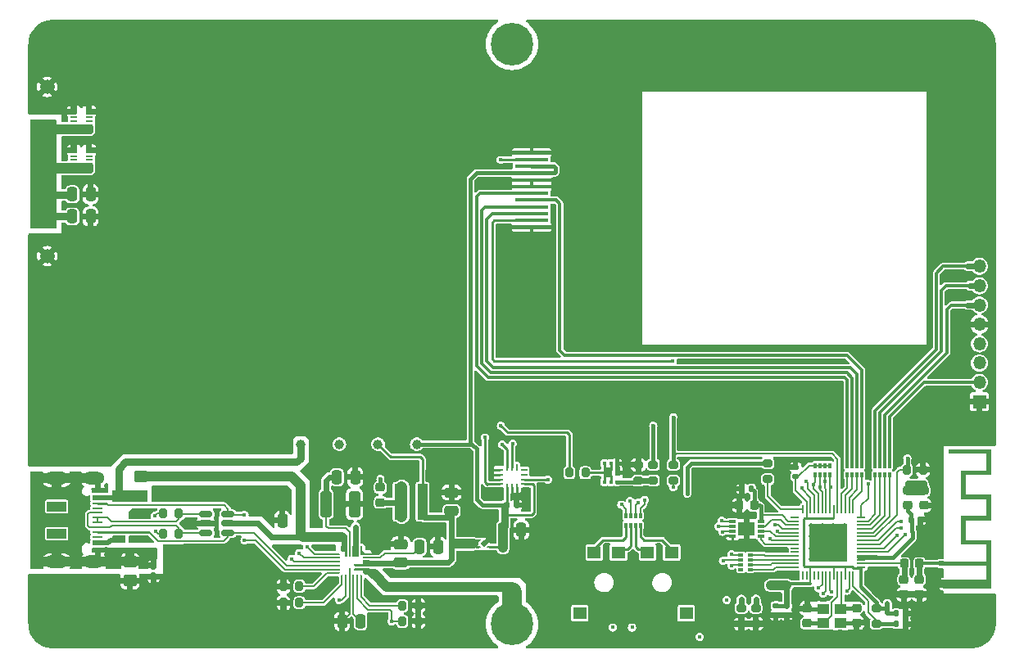
<source format=gbr>
%TF.GenerationSoftware,KiCad,Pcbnew,(5.99.0-11174-ge2a2c3282a)*%
%TF.CreationDate,2021-07-05T21:59:08+02:00*%
%TF.ProjectId,flatlight_rev20_ESIDE,666c6174-6c69-4676-9874-5f7265763230,rev?*%
%TF.SameCoordinates,Original*%
%TF.FileFunction,Copper,L1,Top*%
%TF.FilePolarity,Positive*%
%FSLAX46Y46*%
G04 Gerber Fmt 4.6, Leading zero omitted, Abs format (unit mm)*
G04 Created by KiCad (PCBNEW (5.99.0-11174-ge2a2c3282a)) date 2021-07-05 21:59:08*
%MOMM*%
%LPD*%
G01*
G04 APERTURE LIST*
G04 Aperture macros list*
%AMRoundRect*
0 Rectangle with rounded corners*
0 $1 Rounding radius*
0 $2 $3 $4 $5 $6 $7 $8 $9 X,Y pos of 4 corners*
0 Add a 4 corners polygon primitive as box body*
4,1,4,$2,$3,$4,$5,$6,$7,$8,$9,$2,$3,0*
0 Add four circle primitives for the rounded corners*
1,1,$1+$1,$2,$3*
1,1,$1+$1,$4,$5*
1,1,$1+$1,$6,$7*
1,1,$1+$1,$8,$9*
0 Add four rect primitives between the rounded corners*
20,1,$1+$1,$2,$3,$4,$5,0*
20,1,$1+$1,$4,$5,$6,$7,0*
20,1,$1+$1,$6,$7,$8,$9,0*
20,1,$1+$1,$8,$9,$2,$3,0*%
%AMRotRect*
0 Rectangle, with rotation*
0 The origin of the aperture is its center*
0 $1 length*
0 $2 width*
0 $3 Rotation angle, in degrees counterclockwise*
0 Add horizontal line*
21,1,$1,$2,0,0,$3*%
%AMFreePoly0*
4,1,6,0.100000,-0.050000,-0.100000,-0.050000,-0.100000,0.475000,0.000000,0.575000,0.100000,0.575000,0.100000,-0.050000,0.100000,-0.050000,$1*%
%AMFreePoly1*
4,1,7,0.100000,0.575000,0.100000,-0.050000,-0.100000,-0.050000,-0.100000,0.575000,-0.050000,0.625000,0.050000,0.625000,0.100000,0.575000,0.100000,0.575000,$1*%
%AMFreePoly2*
4,1,6,0.100000,0.475000,0.100000,-0.050000,-0.100000,-0.050000,-0.100000,0.575000,0.000000,0.575000,0.100000,0.475000,0.100000,0.475000,$1*%
%AMFreePoly3*
4,1,7,0.100000,1.200000,0.100000,-0.075000,-0.100000,-0.075000,-0.100000,1.200000,-0.050000,1.250000,0.050000,1.250000,0.100000,1.200000,0.100000,1.200000,$1*%
%AMFreePoly4*
4,1,10,0.050000,-0.300000,-0.450000,-0.300000,-0.600000,-0.150000,-0.600000,0.050000,-1.475000,0.050000,-1.525000,0.100000,-1.525000,0.250000,-1.475000,0.300000,0.050000,0.300000,0.050000,-0.300000,0.050000,-0.300000,$1*%
%AMFreePoly5*
4,1,9,0.050000,-0.300000,-1.475000,-0.300000,-1.525000,-0.250000,-1.525000,-0.100000,-1.475000,-0.050000,-0.600000,-0.050000,-0.600000,0.300000,0.050000,0.300000,0.050000,-0.300000,0.050000,-0.300000,$1*%
%AMFreePoly6*
4,1,7,0.050000,-0.100000,-0.575000,-0.100000,-0.625000,-0.050000,-0.625000,0.050000,-0.575000,0.100000,0.050000,0.100000,0.050000,-0.100000,0.050000,-0.100000,$1*%
%AMFreePoly7*
4,1,9,0.100000,-0.400000,0.350000,-0.650000,0.800000,-0.650000,0.800000,-0.850000,-0.050000,-0.850000,-0.100000,-0.800000,-0.100000,0.050000,0.100000,0.050000,0.100000,-0.400000,0.100000,-0.400000,$1*%
%AMFreePoly8*
4,1,7,0.300000,-1.000000,0.250000,-1.050000,-0.250000,-1.050000,-0.300000,-1.000000,-0.300000,0.050000,0.300000,0.050000,0.300000,-1.000000,0.300000,-1.000000,$1*%
%AMFreePoly9*
4,1,7,0.100000,-1.000000,0.050000,-1.050000,-0.050000,-1.050000,-0.100000,-1.000000,-0.100000,0.050000,0.100000,0.050000,0.100000,-1.000000,0.100000,-1.000000,$1*%
%AMFreePoly10*
4,1,10,0.300000,-1.000000,0.250000,-1.050000,0.100000,-1.050000,0.050000,-1.000000,0.050000,-0.550000,-0.200000,-0.550000,-0.300000,-0.450000,-0.300000,0.050000,0.300000,0.050000,0.300000,-1.000000,0.300000,-1.000000,$1*%
%AMFreePoly11*
4,1,5,0.110000,-0.125000,-0.110000,-0.125000,-0.110000,0.125000,0.360000,0.125000,0.110000,-0.125000,0.110000,-0.125000,$1*%
%AMFreePoly12*
4,1,6,0.290000,-0.055000,0.290000,-0.125000,-0.110000,-0.125000,-0.110000,0.125000,0.110000,0.125000,0.290000,-0.055000,0.290000,-0.055000,$1*%
%AMFreePoly13*
4,1,6,0.110000,-0.125000,-0.290000,-0.125000,-0.290000,-0.055000,-0.110000,0.125000,0.110000,0.125000,0.110000,-0.125000,0.110000,-0.125000,$1*%
%AMFreePoly14*
4,1,6,0.110000,-0.125000,-0.110000,-0.125000,-0.290000,0.055000,-0.290000,0.125000,0.110000,0.125000,0.110000,-0.125000,0.110000,-0.125000,$1*%
G04 Aperture macros list end*
%TA.AperFunction,SMDPad,CuDef*%
%ADD10RoundRect,0.140000X-0.140000X-0.170000X0.140000X-0.170000X0.140000X0.170000X-0.140000X0.170000X0*%
%TD*%
%TA.AperFunction,SMDPad,CuDef*%
%ADD11RoundRect,0.140000X0.140000X0.170000X-0.140000X0.170000X-0.140000X-0.170000X0.140000X-0.170000X0*%
%TD*%
%TA.AperFunction,SMDPad,CuDef*%
%ADD12RoundRect,0.250000X0.250000X0.475000X-0.250000X0.475000X-0.250000X-0.475000X0.250000X-0.475000X0*%
%TD*%
%TA.AperFunction,SMDPad,CuDef*%
%ADD13RoundRect,0.225000X-0.250000X0.225000X-0.250000X-0.225000X0.250000X-0.225000X0.250000X0.225000X0*%
%TD*%
%TA.AperFunction,SMDPad,CuDef*%
%ADD14RoundRect,0.225000X0.250000X-0.225000X0.250000X0.225000X-0.250000X0.225000X-0.250000X-0.225000X0*%
%TD*%
%TA.AperFunction,SMDPad,CuDef*%
%ADD15RoundRect,0.140000X0.170000X-0.140000X0.170000X0.140000X-0.170000X0.140000X-0.170000X-0.140000X0*%
%TD*%
%TA.AperFunction,SMDPad,CuDef*%
%ADD16RoundRect,0.250000X-0.250000X-0.475000X0.250000X-0.475000X0.250000X0.475000X-0.250000X0.475000X0*%
%TD*%
%TA.AperFunction,SMDPad,CuDef*%
%ADD17RoundRect,0.250000X-0.475000X0.250000X-0.475000X-0.250000X0.475000X-0.250000X0.475000X0.250000X0*%
%TD*%
%TA.AperFunction,SMDPad,CuDef*%
%ADD18RoundRect,0.250000X-0.325000X-1.100000X0.325000X-1.100000X0.325000X1.100000X-0.325000X1.100000X0*%
%TD*%
%TA.AperFunction,SMDPad,CuDef*%
%ADD19RoundRect,0.225000X-0.225000X-0.250000X0.225000X-0.250000X0.225000X0.250000X-0.225000X0.250000X0*%
%TD*%
%TA.AperFunction,SMDPad,CuDef*%
%ADD20RoundRect,0.140000X-0.170000X0.140000X-0.170000X-0.140000X0.170000X-0.140000X0.170000X0.140000X0*%
%TD*%
%TA.AperFunction,ComponentPad*%
%ADD21C,4.400000*%
%TD*%
%TA.AperFunction,ComponentPad*%
%ADD22C,0.700000*%
%TD*%
%TA.AperFunction,SMDPad,CuDef*%
%ADD23RoundRect,0.218750X0.218750X0.256250X-0.218750X0.256250X-0.218750X-0.256250X0.218750X-0.256250X0*%
%TD*%
%TA.AperFunction,SMDPad,CuDef*%
%ADD24R,0.980000X3.700000*%
%TD*%
%TA.AperFunction,SMDPad,CuDef*%
%ADD25RoundRect,0.218750X-0.256250X0.218750X-0.256250X-0.218750X0.256250X-0.218750X0.256250X0.218750X0*%
%TD*%
%TA.AperFunction,SMDPad,CuDef*%
%ADD26R,0.400000X0.425000*%
%TD*%
%TA.AperFunction,SMDPad,CuDef*%
%ADD27R,0.950000X1.100000*%
%TD*%
%TA.AperFunction,SMDPad,CuDef*%
%ADD28R,0.480000X0.800000*%
%TD*%
%TA.AperFunction,SMDPad,CuDef*%
%ADD29RoundRect,0.200000X0.275000X-0.200000X0.275000X0.200000X-0.275000X0.200000X-0.275000X-0.200000X0*%
%TD*%
%TA.AperFunction,SMDPad,CuDef*%
%ADD30RoundRect,0.200000X0.200000X0.275000X-0.200000X0.275000X-0.200000X-0.275000X0.200000X-0.275000X0*%
%TD*%
%TA.AperFunction,SMDPad,CuDef*%
%ADD31RoundRect,0.200000X-0.200000X-0.275000X0.200000X-0.275000X0.200000X0.275000X-0.200000X0.275000X0*%
%TD*%
%TA.AperFunction,SMDPad,CuDef*%
%ADD32RoundRect,0.200000X-0.275000X0.200000X-0.275000X-0.200000X0.275000X-0.200000X0.275000X0.200000X0*%
%TD*%
%TA.AperFunction,SMDPad,CuDef*%
%ADD33R,0.300000X0.500000*%
%TD*%
%TA.AperFunction,SMDPad,CuDef*%
%ADD34R,0.675000X0.250000*%
%TD*%
%TA.AperFunction,SMDPad,CuDef*%
%ADD35R,0.250000X0.675000*%
%TD*%
%TA.AperFunction,SMDPad,CuDef*%
%ADD36RoundRect,0.050000X0.387500X0.050000X-0.387500X0.050000X-0.387500X-0.050000X0.387500X-0.050000X0*%
%TD*%
%TA.AperFunction,SMDPad,CuDef*%
%ADD37RoundRect,0.050000X0.050000X0.387500X-0.050000X0.387500X-0.050000X-0.387500X0.050000X-0.387500X0*%
%TD*%
%TA.AperFunction,ComponentPad*%
%ADD38C,0.500000*%
%TD*%
%TA.AperFunction,SMDPad,CuDef*%
%ADD39R,4.000000X4.000000*%
%TD*%
%TA.AperFunction,SMDPad,CuDef*%
%ADD40FreePoly0,270.000000*%
%TD*%
%TA.AperFunction,SMDPad,CuDef*%
%ADD41FreePoly1,270.000000*%
%TD*%
%TA.AperFunction,SMDPad,CuDef*%
%ADD42FreePoly2,270.000000*%
%TD*%
%TA.AperFunction,SMDPad,CuDef*%
%ADD43FreePoly0,0.000000*%
%TD*%
%TA.AperFunction,SMDPad,CuDef*%
%ADD44FreePoly1,0.000000*%
%TD*%
%TA.AperFunction,SMDPad,CuDef*%
%ADD45FreePoly3,0.000000*%
%TD*%
%TA.AperFunction,SMDPad,CuDef*%
%ADD46FreePoly2,0.000000*%
%TD*%
%TA.AperFunction,SMDPad,CuDef*%
%ADD47FreePoly4,0.000000*%
%TD*%
%TA.AperFunction,SMDPad,CuDef*%
%ADD48R,0.100000X0.100000*%
%TD*%
%TA.AperFunction,SMDPad,CuDef*%
%ADD49FreePoly5,0.000000*%
%TD*%
%TA.AperFunction,SMDPad,CuDef*%
%ADD50FreePoly6,0.000000*%
%TD*%
%TA.AperFunction,SMDPad,CuDef*%
%ADD51FreePoly7,0.000000*%
%TD*%
%TA.AperFunction,SMDPad,CuDef*%
%ADD52FreePoly8,0.000000*%
%TD*%
%TA.AperFunction,SMDPad,CuDef*%
%ADD53FreePoly9,0.000000*%
%TD*%
%TA.AperFunction,SMDPad,CuDef*%
%ADD54FreePoly10,0.000000*%
%TD*%
%TA.AperFunction,SMDPad,CuDef*%
%ADD55R,0.750000X0.300000*%
%TD*%
%TA.AperFunction,SMDPad,CuDef*%
%ADD56R,1.750000X1.450000*%
%TD*%
%TA.AperFunction,SMDPad,CuDef*%
%ADD57FreePoly11,180.000000*%
%TD*%
%TA.AperFunction,SMDPad,CuDef*%
%ADD58FreePoly12,180.000000*%
%TD*%
%TA.AperFunction,SMDPad,CuDef*%
%ADD59FreePoly13,180.000000*%
%TD*%
%TA.AperFunction,SMDPad,CuDef*%
%ADD60FreePoly14,180.000000*%
%TD*%
%TA.AperFunction,SMDPad,CuDef*%
%ADD61RotRect,0.480000X0.480000X225.000000*%
%TD*%
%TA.AperFunction,SMDPad,CuDef*%
%ADD62R,1.150000X1.000000*%
%TD*%
%TA.AperFunction,ComponentPad*%
%ADD63C,1.500000*%
%TD*%
%TA.AperFunction,ComponentPad*%
%ADD64R,1.350000X1.350000*%
%TD*%
%TA.AperFunction,ComponentPad*%
%ADD65O,1.350000X1.350000*%
%TD*%
%TA.AperFunction,SMDPad,CuDef*%
%ADD66R,1.400000X1.300000*%
%TD*%
%TA.AperFunction,SMDPad,CuDef*%
%ADD67RoundRect,0.250000X0.450000X-0.350000X0.450000X0.350000X-0.450000X0.350000X-0.450000X-0.350000X0*%
%TD*%
%TA.AperFunction,SMDPad,CuDef*%
%ADD68R,2.000000X1.000000*%
%TD*%
%TA.AperFunction,SMDPad,CuDef*%
%ADD69R,1.000000X0.520000*%
%TD*%
%TA.AperFunction,SMDPad,CuDef*%
%ADD70R,1.000000X0.270000*%
%TD*%
%TA.AperFunction,ComponentPad*%
%ADD71O,2.300000X1.300000*%
%TD*%
%TA.AperFunction,ComponentPad*%
%ADD72O,2.600000X1.300000*%
%TD*%
%TA.AperFunction,SMDPad,CuDef*%
%ADD73RoundRect,0.150000X-0.512500X-0.150000X0.512500X-0.150000X0.512500X0.150000X-0.512500X0.150000X0*%
%TD*%
%TA.AperFunction,SMDPad,CuDef*%
%ADD74R,0.500000X0.300000*%
%TD*%
%TA.AperFunction,SMDPad,CuDef*%
%ADD75RoundRect,0.160000X0.160000X-0.222500X0.160000X0.222500X-0.160000X0.222500X-0.160000X-0.222500X0*%
%TD*%
%TA.AperFunction,SMDPad,CuDef*%
%ADD76R,0.800000X0.200000*%
%TD*%
%TA.AperFunction,SMDPad,CuDef*%
%ADD77R,0.800000X0.600000*%
%TD*%
%TA.AperFunction,ConnectorPad*%
%ADD78R,0.500000X0.500000*%
%TD*%
%TA.AperFunction,ComponentPad*%
%ADD79R,0.500000X0.900000*%
%TD*%
%TA.AperFunction,SMDPad,CuDef*%
%ADD80R,3.500000X0.350000*%
%TD*%
%TA.AperFunction,ViaPad*%
%ADD81C,0.450000*%
%TD*%
%TA.AperFunction,ViaPad*%
%ADD82C,1.000000*%
%TD*%
%TA.AperFunction,Conductor*%
%ADD83C,0.200000*%
%TD*%
%TA.AperFunction,Conductor*%
%ADD84C,0.600000*%
%TD*%
%TA.AperFunction,Conductor*%
%ADD85C,0.300000*%
%TD*%
%TA.AperFunction,Conductor*%
%ADD86C,0.400000*%
%TD*%
%TA.AperFunction,Conductor*%
%ADD87C,0.250000*%
%TD*%
%TA.AperFunction,Conductor*%
%ADD88C,1.000000*%
%TD*%
%TA.AperFunction,Conductor*%
%ADD89C,0.800000*%
%TD*%
%TA.AperFunction,Conductor*%
%ADD90C,2.000000*%
%TD*%
%TA.AperFunction,Conductor*%
%ADD91C,1.200000*%
%TD*%
%TA.AperFunction,Conductor*%
%ADD92C,0.500000*%
%TD*%
G04 APERTURE END LIST*
%TO.C,AE1*%
G36*
X138800000Y-122950000D02*
G01*
X138800000Y-121550000D01*
X134300000Y-121550000D01*
X134300000Y-121050000D01*
X138800000Y-121050000D01*
X138800000Y-119350000D01*
X136160000Y-119350000D01*
X136160000Y-116350000D01*
X138800000Y-116350000D01*
X138800000Y-114650000D01*
X136160000Y-114650000D01*
X136160000Y-111650000D01*
X138800000Y-111650000D01*
X138800000Y-109950000D01*
X134860000Y-109950000D01*
X134860000Y-109450000D01*
X139300000Y-109450000D01*
X139300000Y-112150000D01*
X136660000Y-112150000D01*
X136660000Y-114150000D01*
X139300000Y-114150000D01*
X139300000Y-116850000D01*
X136660000Y-116850000D01*
X136660000Y-118850000D01*
X139300000Y-118850000D01*
X139300000Y-123850000D01*
X134300000Y-123850000D01*
X134300000Y-122950000D01*
X138800000Y-122950000D01*
G37*
G36*
X134053203Y-123513674D02*
G01*
X134020419Y-123475731D01*
X134016065Y-123467819D01*
X134003957Y-123425156D01*
X134004700Y-123376637D01*
X134017600Y-123331122D01*
X134028213Y-123312511D01*
X134063447Y-123278868D01*
X134108632Y-123258309D01*
X134158158Y-123251778D01*
X134206417Y-123260218D01*
X134238643Y-123277112D01*
X134271313Y-123312372D01*
X134291408Y-123357682D01*
X134297982Y-123407267D01*
X134290092Y-123455353D01*
X134273186Y-123488245D01*
X134236416Y-123523185D01*
X134191622Y-123542847D01*
X134143215Y-123547583D01*
X134095605Y-123537742D01*
X134053203Y-123513674D01*
G37*
%TD*%
D10*
%TO.P,C26,1*%
%TO.N,EN*%
X129470000Y-127550000D03*
%TO.P,C26,2*%
%TO.N,GND*%
X130430000Y-127550000D03*
%TD*%
D11*
%TO.P,C27,1*%
%TO.N,GND*%
X90230000Y-115250000D03*
%TO.P,C27,2*%
%TO.N,+3V3*%
X89270000Y-115250000D03*
%TD*%
%TO.P,C17,1*%
%TO.N,GND*%
X130430000Y-126450000D03*
%TO.P,C17,2*%
%TO.N,+3V3*%
X129470000Y-126450000D03*
%TD*%
D12*
%TO.P,C7,1*%
%TO.N,Net-(C7-Pad1)*%
X74100000Y-127250000D03*
%TO.P,C7,2*%
%TO.N,GND*%
X72200000Y-127250000D03*
%TD*%
D13*
%TO.P,C1,1*%
%TO.N,Net-(C1-Pad1)*%
X76150000Y-113425000D03*
%TO.P,C1,2*%
%TO.N,LX*%
X76150000Y-114975000D03*
%TD*%
D14*
%TO.P,C23,1*%
%TO.N,GND*%
X131850000Y-124475000D03*
%TO.P,C23,2*%
%TO.N,Net-(AE1-Pad1)*%
X131850000Y-122925000D03*
%TD*%
D15*
%TO.P,C16,1*%
%TO.N,GND*%
X118150000Y-126630000D03*
%TO.P,C16,2*%
%TO.N,+3V3*%
X118150000Y-125670000D03*
%TD*%
D14*
%TO.P,C22,1*%
%TO.N,GND*%
X130250000Y-124475000D03*
%TO.P,C22,2*%
%TO.N,radio*%
X130250000Y-122925000D03*
%TD*%
D15*
%TO.P,C12,1*%
%TO.N,GND*%
X117000000Y-126630000D03*
%TO.P,C12,2*%
%TO.N,+3V3*%
X117000000Y-125670000D03*
%TD*%
D16*
%TO.P,C5,1*%
%TO.N,Net-(C5-Pad1)*%
X80200000Y-119550000D03*
%TO.P,C5,2*%
%TO.N,GND*%
X82100000Y-119550000D03*
%TD*%
%TO.P,C10,1*%
%TO.N,GND*%
X66000000Y-116850000D03*
%TO.P,C10,2*%
%TO.N,VBUS*%
X67900000Y-116850000D03*
%TD*%
D17*
%TO.P,C6,1*%
%TO.N,GND*%
X78250000Y-119300000D03*
%TO.P,C6,2*%
%TO.N,SYS*%
X78250000Y-121200000D03*
%TD*%
D16*
%TO.P,C8,1*%
%TO.N,Net-(C8-Pad1)*%
X71650000Y-112350000D03*
%TO.P,C8,2*%
%TO.N,GND*%
X73550000Y-112350000D03*
%TD*%
D12*
%TO.P,C2,1*%
%TO.N,GND*%
X90700000Y-117800000D03*
%TO.P,C2,2*%
%TO.N,+3V3*%
X88800000Y-117800000D03*
%TD*%
D18*
%TO.P,C9,1*%
%TO.N,Net-(C8-Pad1)*%
X70525000Y-115150000D03*
%TO.P,C9,2*%
%TO.N,GND*%
X73475000Y-115150000D03*
%TD*%
D16*
%TO.P,C3,1*%
%TO.N,+BATT*%
X44300000Y-85400000D03*
%TO.P,C3,2*%
%TO.N,GND*%
X46200000Y-85400000D03*
%TD*%
%TO.P,C4,1*%
%TO.N,+BATT*%
X44300000Y-83100000D03*
%TO.P,C4,2*%
%TO.N,GND*%
X46200000Y-83100000D03*
%TD*%
D10*
%TO.P,C20,1*%
%TO.N,GND*%
X113520000Y-113550000D03*
%TO.P,C20,2*%
%TO.N,VDD_SPI*%
X114480000Y-113550000D03*
%TD*%
D19*
%TO.P,C21,1*%
%TO.N,GND*%
X113225000Y-115250000D03*
%TO.P,C21,2*%
%TO.N,VDD_SPI*%
X114775000Y-115250000D03*
%TD*%
D13*
%TO.P,C24,1*%
%TO.N,XTAL_P*%
X125350000Y-125875000D03*
%TO.P,C24,2*%
%TO.N,GND*%
X125350000Y-127425000D03*
%TD*%
%TO.P,C25,1*%
%TO.N,GND*%
X120250000Y-125925000D03*
%TO.P,C25,2*%
%TO.N,XTAL_N*%
X120250000Y-127475000D03*
%TD*%
D11*
%TO.P,C18,1*%
%TO.N,GND*%
X131930000Y-116750000D03*
%TO.P,C18,2*%
%TO.N,Net-(C18-Pad2)*%
X130970000Y-116750000D03*
%TD*%
D14*
%TO.P,C19,1*%
%TO.N,GND*%
X132300000Y-115275000D03*
%TO.P,C19,2*%
%TO.N,+3V3*%
X132300000Y-113725000D03*
%TD*%
D20*
%TO.P,C13,1*%
%TO.N,GND*%
X119050000Y-111320000D03*
%TO.P,C13,2*%
%TO.N,+3V3*%
X119050000Y-112280000D03*
%TD*%
D21*
%TO.P,H5,1,1*%
%TO.N,GND*%
X42250000Y-127550000D03*
D22*
X42250000Y-129200000D03*
X40600000Y-127550000D03*
X43900000Y-127550000D03*
X41083274Y-126383274D03*
X43416726Y-128716726D03*
X43416726Y-126383274D03*
X42250000Y-125900000D03*
X41083274Y-128716726D03*
%TD*%
%TO.P,H6,1,1*%
%TO.N,+BATT*%
X90916726Y-68716726D03*
D21*
X89750000Y-67550000D03*
D22*
X89750000Y-65900000D03*
X88583274Y-66383274D03*
X88100000Y-67550000D03*
X89750000Y-69200000D03*
X88583274Y-68716726D03*
X91400000Y-67550000D03*
X90916726Y-66383274D03*
%TD*%
%TO.P,H4,1,1*%
%TO.N,GND*%
X40550000Y-67500000D03*
D21*
X42200000Y-67500000D03*
D22*
X42200000Y-65850000D03*
X41033274Y-66333274D03*
X41033274Y-68666726D03*
X42200000Y-69150000D03*
X43850000Y-67500000D03*
X43366726Y-66333274D03*
X43366726Y-68666726D03*
%TD*%
%TO.P,H3,1,1*%
%TO.N,GND*%
X138416726Y-66383274D03*
X136083274Y-66383274D03*
D21*
X137250000Y-67550000D03*
D22*
X137250000Y-69200000D03*
X138900000Y-67550000D03*
X137250000Y-65900000D03*
X135600000Y-67550000D03*
X136083274Y-68716726D03*
X138416726Y-68716726D03*
%TD*%
%TO.P,H2,1,1*%
%TO.N,GND*%
X136083274Y-128716726D03*
X136083274Y-126383274D03*
X137250000Y-129200000D03*
D21*
X137250000Y-127550000D03*
D22*
X138900000Y-127550000D03*
X138416726Y-128716726D03*
X135600000Y-127550000D03*
X137250000Y-125900000D03*
X138416726Y-126383274D03*
%TD*%
%TO.P,H1,1,1*%
%TO.N,+BATT*%
X90916726Y-128716726D03*
X91400000Y-127550000D03*
X90916726Y-126383274D03*
X89750000Y-129200000D03*
X89750000Y-125900000D03*
D21*
X89750000Y-127550000D03*
D22*
X88100000Y-127550000D03*
X88583274Y-126383274D03*
X88583274Y-128716726D03*
%TD*%
D23*
%TO.P,L3,1*%
%TO.N,Net-(AE1-Pad1)*%
X131837500Y-121300000D03*
%TO.P,L3,2*%
%TO.N,radio*%
X130262500Y-121300000D03*
%TD*%
D24*
%TO.P,L1,1*%
%TO.N,SYS*%
X80485000Y-114900000D03*
%TO.P,L1,2*%
%TO.N,LX*%
X78115000Y-114900000D03*
%TD*%
D25*
%TO.P,L2,1*%
%TO.N,+3V3*%
X130600000Y-113712500D03*
%TO.P,L2,2*%
%TO.N,Net-(C18-Pad2)*%
X130600000Y-115287500D03*
%TD*%
D26*
%TO.P,Q1,1,D*%
%TO.N,Net-(Q1-Pad1)*%
X99301504Y-110949888D03*
X99951504Y-112849888D03*
X99951504Y-110949888D03*
D27*
X99651504Y-111899888D03*
D26*
X99301504Y-112849888D03*
D28*
%TO.P,Q1,2,S*%
%TO.N,GND*%
X100651504Y-111899888D03*
D26*
X100601504Y-110949888D03*
%TO.P,Q1,3,G*%
%TO.N,Net-(Q1-Pad3)*%
X100601504Y-112849888D03*
%TD*%
D29*
%TO.P,R5,1*%
%TO.N,EN*%
X127400000Y-127525000D03*
%TO.P,R5,2*%
%TO.N,+3V3*%
X127400000Y-125875000D03*
%TD*%
D30*
%TO.P,R1,1*%
%TO.N,GND*%
X80075000Y-127250000D03*
%TO.P,R1,2*%
%TO.N,ITOPOFF*%
X78425000Y-127250000D03*
%TD*%
D31*
%TO.P,R2,1*%
%TO.N,Net-(R2-Pad1)*%
X78425000Y-125650000D03*
%TO.P,R2,2*%
%TO.N,GND*%
X80075000Y-125650000D03*
%TD*%
D32*
%TO.P,R7,1*%
%TO.N,DISP_BACKLIGHT*%
X104350000Y-111075000D03*
%TO.P,R7,2*%
%TO.N,Net-(Q1-Pad3)*%
X104350000Y-112725000D03*
%TD*%
%TO.P,R8,1*%
%TO.N,GND*%
X102800000Y-111075000D03*
%TO.P,R8,2*%
%TO.N,Net-(Q1-Pad3)*%
X102800000Y-112725000D03*
%TD*%
D29*
%TO.P,R9,1*%
%TO.N,+3V3*%
X106400000Y-112725000D03*
%TO.P,R9,2*%
%TO.N,DISP_RESET*%
X106400000Y-111075000D03*
%TD*%
%TO.P,R3,1*%
%TO.N,GND*%
X113450000Y-127525000D03*
%TO.P,R3,2*%
%TO.N,GPIO46*%
X113450000Y-125875000D03*
%TD*%
%TO.P,R4,1*%
%TO.N,GND*%
X114950000Y-127525000D03*
%TO.P,R4,2*%
%TO.N,GPIO45*%
X114950000Y-125875000D03*
%TD*%
D33*
%TO.P,RN1,1,R1.1*%
%TO.N,SDA*%
X121100000Y-112150000D03*
%TO.P,RN1,2,R2.1*%
%TO.N,SCL*%
X121600000Y-112150000D03*
%TO.P,RN1,3,R3.1*%
%TO.N,IMU_INT1*%
X122100000Y-112150000D03*
%TO.P,RN1,4,R4.1*%
%TO.N,IMU_INT2*%
X122600000Y-112150000D03*
%TO.P,RN1,5,R4.2*%
%TO.N,+3V3*%
X122600000Y-111150000D03*
%TO.P,RN1,6,R3.2*%
X122100000Y-111150000D03*
%TO.P,RN1,7,R2.2*%
X121600000Y-111150000D03*
%TO.P,RN1,8,R1.2*%
X121100000Y-111150000D03*
%TD*%
D34*
%TO.P,U7,1,SDO/SA0*%
%TO.N,GND*%
X88487500Y-111587500D03*
%TO.P,U7,2,SDX*%
X88487500Y-112087500D03*
%TO.P,U7,3,SCX*%
X88487500Y-112587500D03*
%TO.P,U7,4,INT1*%
%TO.N,IMU_INT1*%
X88487500Y-113087500D03*
D35*
%TO.P,U7,5,VDDIO*%
%TO.N,+3V3*%
X89250000Y-113350000D03*
%TO.P,U7,6,GND*%
%TO.N,GND*%
X89750000Y-113350000D03*
%TO.P,U7,7,GND*%
X90250000Y-113350000D03*
D34*
%TO.P,U7,8,VDD*%
%TO.N,+3V3*%
X91012500Y-113087500D03*
%TO.P,U7,9,INT2*%
%TO.N,IMU_INT2*%
X91012500Y-112587500D03*
%TO.P,U7,10,NC*%
%TO.N,unconnected-(U7-Pad10)*%
X91012500Y-112087500D03*
%TO.P,U7,11,NC*%
%TO.N,unconnected-(U7-Pad11)*%
X91012500Y-111587500D03*
D35*
%TO.P,U7,12,CS*%
%TO.N,unconnected-(U7-Pad12)*%
X90250000Y-111325000D03*
%TO.P,U7,13,SCL*%
%TO.N,SCL*%
X89750000Y-111325000D03*
%TO.P,U7,14,SDA*%
%TO.N,SDA*%
X89250000Y-111325000D03*
%TD*%
D36*
%TO.P,U6,1,VDDA*%
%TO.N,+3V3*%
X125837500Y-121700000D03*
%TO.P,U6,2,LNA_IN*%
%TO.N,radio*%
X125837500Y-121300000D03*
%TO.P,U6,3,VDD3P3*%
%TO.N,Net-(C18-Pad2)*%
X125837500Y-120900000D03*
%TO.P,U6,4,VDD3P3*%
X125837500Y-120500000D03*
%TO.P,U6,5,RTC_GPIO0\u002C___GPIO0*%
%TO.N,GPIO0*%
X125837500Y-120100000D03*
%TO.P,U6,6,RTC_GPIO1\u002C___GPIO1\u002C___TOUCH1\u002C___ADC1_CH0*%
%TO.N,BNT_DIG3*%
X125837500Y-119700000D03*
%TO.P,U6,7,RTC_GPIO2\u002C___GPIO2\u002C___TOUCH2\u002C___ADC1_CH1*%
%TO.N,BNT_DIG2*%
X125837500Y-119300000D03*
%TO.P,U6,8,RTC_GPIO3\u002C___GPIO3\u002C___TOUCH3\u002C___ADC1_CH2*%
%TO.N,BNT_DIG1*%
X125837500Y-118900000D03*
%TO.P,U6,9,RTC_GPIO4\u002C___GPIO4\u002C___TOUCH4\u002C___ADC1_CH3*%
%TO.N,ES_LED_NTC*%
X125837500Y-118500000D03*
%TO.P,U6,10,RTC_GPIO5\u002C___GPIO5\u002C___TOUCH5\u002C___ADC1_CH4*%
%TO.N,Net-(RN4-Pad4)*%
X125837500Y-118100000D03*
%TO.P,U6,11,RTC_GPIO6\u002C___GPIO6\u002C___TOUCH6\u002C___ADC1_CH5*%
%TO.N,Net-(RN4-Pad3)*%
X125837500Y-117700000D03*
%TO.P,U6,12,RTC_GPIO7\u002C___GPIO7\u002C___TOUCH7\u002C___ADC1_CH6*%
%TO.N,Net-(RN4-Pad2)*%
X125837500Y-117300000D03*
%TO.P,U6,13,RTC_GPIO8\u002C___GPIO8\u002C___TOUCH8\u002C___ADC1_CH7*%
%TO.N,Net-(RN4-Pad1)*%
X125837500Y-116900000D03*
%TO.P,U6,14,RTC_GPIO9\u002C___GPIO9\u002C___TOUCH9\u002C___ADC1_CH8\u002C__FSPIHD*%
%TO.N,DISP_BACKLIGHT*%
X125837500Y-116500000D03*
D37*
%TO.P,U6,15,RTC_GPIO10\u002C__GPIO10\u002C__TOUCH10\u002C__ADC1_CH9\u002C__FSPICS0\u002C___FSPIIO4*%
%TO.N,Net-(RN6-Pad8)*%
X125000000Y-115662500D03*
%TO.P,U6,16,RTC_GPIO11\u002C__GPIO11\u002C__TOUCH11\u002C__ADC2_CH0\u002C__FSPID\u002CFSPIIO5*%
%TO.N,Net-(RN6-Pad7)*%
X124600000Y-115662500D03*
%TO.P,U6,17,RTC_GPIO12\u002C__GPIO12\u002C__TOUCH12\u002C__ADC2_CH1\u002C__FSPICLK\u002C___FSPIIO6*%
%TO.N,Net-(RN6-Pad6)*%
X124200000Y-115662500D03*
%TO.P,U6,18,RTC_GPIO13\u002C__GPIO13\u002C__TOUCH13\u002C__ADC2_CH2\u002C__FSPIQ\u002CFSPIIO7*%
%TO.N,Net-(RN6-Pad5)*%
X123800000Y-115662500D03*
%TO.P,U6,19,RTC_GPIO14\u002C__GPIO14\u002C__TOUCH14\u002C__ADC2_CH3\u002C__FSPIWP\u002CFSPIDQ*%
%TO.N,DISP_RESET*%
X123400000Y-115662500D03*
%TO.P,U6,20,VDD3P3_RTC*%
%TO.N,+3V3*%
X123000000Y-115662500D03*
%TO.P,U6,21,RTC_GPIO15\u002C__GPIO15\u002C__U0RTS\u002CADC2_CH4\u002C__XTAL_32K_P*%
%TO.N,IMU_INT2*%
X122600000Y-115662500D03*
%TO.P,U6,22,RTC_GPIO16\u002C__GPIO16\u002C__U0CTS\u002CADC2_CH5\u002C__XTAL_32K_N*%
%TO.N,IMU_INT1*%
X122200000Y-115662500D03*
%TO.P,U6,23,TC_GPIO17\u002C__GPIO17\u002C__U1TXD\u002CADC2_CH6\u002C__DAC_1*%
%TO.N,SCL*%
X121800000Y-115662500D03*
%TO.P,U6,24,RTC_GPIO18\u002C__GPIO18\u002C__U1RXD\u002CADC2_CH7\u002C__DAC_2\u002CCLK_OUT3*%
%TO.N,SDA*%
X121400000Y-115662500D03*
%TO.P,U6,25,RTC_GPIO19\u002C__GPIO19\u002C__U1RTS\u002CADC2_CH8\u002C__CLK_OUT2\u002C__USB_D-*%
%TO.N,U_N*%
X121000000Y-115662500D03*
%TO.P,U6,26,RTC_GPIO20\u002C__GPIO20\u002C__U1CTS\u002CADC2_CH9\u002C__CLK_OUT1\u002C__USB_D+*%
%TO.N,U_P*%
X120600000Y-115662500D03*
%TO.P,U6,27,VDD3P3_RTC_IO*%
%TO.N,+3V3*%
X120200000Y-115662500D03*
%TO.P,U6,28,RTC_GPIO21\u002C__GPIO21*%
%TO.N,Net-(R10-Pad1)*%
X119800000Y-115662500D03*
D36*
%TO.P,U6,29,SPICS1\u002CGPIO26*%
%TO.N,unconnected-(U6-Pad29)*%
X118962500Y-116500000D03*
%TO.P,U6,30,VDD_SPI*%
%TO.N,VDD_SPI*%
X118962500Y-116900000D03*
%TO.P,U6,31,SPIHD\u002CGPIO27*%
%TO.N,SPIHD*%
X118962500Y-117300000D03*
%TO.P,U6,32,SPIWP\u002CGPIO28*%
%TO.N,SPIWP*%
X118962500Y-117700000D03*
%TO.P,U6,33,SPICS0\u002CGPIO29*%
%TO.N,SPICS0*%
X118962500Y-118100000D03*
%TO.P,U6,34,SPICLK\u002CGPIO30*%
%TO.N,SPICLK*%
X118962500Y-118500000D03*
%TO.P,U6,35,SPIQ\u002CGPIO31*%
%TO.N,SPIQ*%
X118962500Y-118900000D03*
%TO.P,U6,36,SPID\u002CGPIO32*%
%TO.N,SPID*%
X118962500Y-119300000D03*
%TO.P,U6,37,SPIIO4\u002CGPIO33\u002C__FSPIHD*%
%TO.N,unconnected-(U6-Pad37)*%
X118962500Y-119700000D03*
%TO.P,U6,38,SPIIO5\u002CGPIO34\u002C__FSPICS0*%
%TO.N,unconnected-(U6-Pad38)*%
X118962500Y-120100000D03*
%TO.P,U6,39,SPIIO6\u002CGPIO35\u002C__FSPID*%
%TO.N,Net-(RN3-Pad4)*%
X118962500Y-120500000D03*
%TO.P,U6,40,SPIIO7\u002CGPIO36\u002C__FSPICLK*%
%TO.N,Net-(RN3-Pad3)*%
X118962500Y-120900000D03*
%TO.P,U6,41,SPIDQS\u002CGPIO37\u002C__FSPIQ*%
%TO.N,Net-(RN3-Pad2)*%
X118962500Y-121300000D03*
%TO.P,U6,42,GPIO38\u002C__FSPIWP*%
%TO.N,Net-(RN3-Pad1)*%
X118962500Y-121700000D03*
D37*
%TO.P,U6,43,MTCK\u002CGPIO39\u002C__CLK_OUT3*%
%TO.N,unconnected-(U6-Pad43)*%
X119800000Y-122537500D03*
%TO.P,U6,44,MTDO\u002CGPIO40\u002C__CLK_OUT2*%
%TO.N,unconnected-(U6-Pad44)*%
X120200000Y-122537500D03*
%TO.P,U6,45,VDD3P3_CPU*%
%TO.N,+3V3*%
X120600000Y-122537500D03*
%TO.P,U6,46,MTDI\u002CGPIO41\u002C__CLK_OUT1*%
%TO.N,unconnected-(U6-Pad46)*%
X121000000Y-122537500D03*
%TO.P,U6,47,MTMS\u002CGPIO42*%
%TO.N,unconnected-(U6-Pad47)*%
X121400000Y-122537500D03*
%TO.P,U6,48,U0TXD\u002CGPIO43\u002C__CLK_OUT1*%
%TO.N,RX*%
X121800000Y-122537500D03*
%TO.P,U6,49,U0RXD\u002CGPIO44\u002C__CLK_OUT2*%
%TO.N,TX*%
X122200000Y-122537500D03*
%TO.P,U6,50,GPIO45*%
%TO.N,GPIO45*%
X122600000Y-122537500D03*
%TO.P,U6,51,VDDA*%
%TO.N,+3V3*%
X123000000Y-122537500D03*
%TO.P,U6,52,XTAL_N*%
%TO.N,XTAL_N*%
X123400000Y-122537500D03*
%TO.P,U6,53,XTAL_P*%
%TO.N,XTAL_P*%
X123800000Y-122537500D03*
%TO.P,U6,54,VDDA*%
%TO.N,+3V3*%
X124200000Y-122537500D03*
%TO.P,U6,55,GPIO46*%
%TO.N,GPIO46*%
X124600000Y-122537500D03*
%TO.P,U6,56,CHIP_PU*%
%TO.N,EN*%
X125000000Y-122537500D03*
D38*
%TO.P,U6,57,GND*%
%TO.N,GND*%
X121850000Y-118500000D03*
D39*
X122400000Y-119100000D03*
D38*
X121850000Y-120850000D03*
X120650000Y-117350000D03*
X120650000Y-118500000D03*
X124150000Y-119700000D03*
X124150000Y-120850000D03*
X124150000Y-117350000D03*
X122925000Y-119700000D03*
X122925000Y-117350000D03*
X124150000Y-118500000D03*
X120650000Y-120850000D03*
X122925000Y-118500000D03*
X121850000Y-117350000D03*
X122925000Y-120850000D03*
X121850000Y-119700000D03*
X120650000Y-119700000D03*
%TD*%
D40*
%TO.P,U3,1,BST*%
%TO.N,Net-(C1-Pad1)*%
X71400000Y-120300000D03*
D41*
%TO.P,U3,2,INOKB*%
%TO.N,INOK*%
X71400000Y-120700000D03*
%TO.P,U3,3,STAT*%
%TO.N,STAT*%
X71400000Y-121100000D03*
%TO.P,U3,4,CC2*%
%TO.N,CC2*%
X71400000Y-121500000D03*
%TO.P,U3,5,CC1*%
%TO.N,CC1*%
X71400000Y-121900000D03*
D42*
%TO.P,U3,6,DP*%
%TO.N,Net-(R17-Pad1)*%
X71400000Y-122300000D03*
D43*
%TO.P,U3,7,DN*%
%TO.N,Net-(R18-Pad1)*%
X72150000Y-123050000D03*
D44*
%TO.P,U3,8,ENBST*%
%TO.N,ENBST*%
X72550000Y-123050000D03*
D45*
%TO.P,U3,9,GND*%
%TO.N,GND*%
X72950000Y-123025000D03*
D44*
%TO.P,U3,10,VDD*%
%TO.N,Net-(C7-Pad1)*%
X73350000Y-123050000D03*
%TO.P,U3,11,ITOPOFF*%
%TO.N,ITOPOFF*%
X73750000Y-123050000D03*
D46*
%TO.P,U3,12,IFAST*%
%TO.N,Net-(R2-Pad1)*%
X74150000Y-123050000D03*
D47*
%TO.P,U3,13,BATT*%
%TO.N,+BATT*%
X74900000Y-122100000D03*
D48*
%TO.P,U3,14,BATT*%
X74800000Y-122100000D03*
D49*
%TO.P,U3,15,SYS*%
%TO.N,SYS*%
X74900000Y-121300000D03*
D48*
%TO.P,U3,16,SYS*%
X74800000Y-121300000D03*
D50*
%TO.P,U3,17,PVL*%
%TO.N,Net-(C5-Pad1)*%
X74900000Y-120700000D03*
D48*
%TO.P,U3,18,PGND*%
%TO.N,GND*%
X74875000Y-120300000D03*
D51*
%TO.P,U3,19,PGND*%
X74150000Y-119550000D03*
D52*
%TO.P,U3,20,LX*%
%TO.N,LX*%
X73550000Y-119550000D03*
D48*
%TO.P,U3,21,LX*%
X73550000Y-119650000D03*
D53*
%TO.P,U3,22,BYP*%
%TO.N,Net-(C8-Pad1)*%
X72950000Y-119550000D03*
D54*
%TO.P,U3,23,VBUS*%
%TO.N,VBUS*%
X72350000Y-119550000D03*
D48*
%TO.P,U3,24,VBUS*%
X72350000Y-119650000D03*
%TD*%
D55*
%TO.P,U5,1,~{CS}*%
%TO.N,SPICS0*%
X112550000Y-116937500D03*
%TO.P,U5,2,MISO*%
%TO.N,SPIQ*%
X112550000Y-117437500D03*
%TO.P,U5,3,~{WP}*%
%TO.N,SPIWP*%
X112550000Y-117937500D03*
%TO.P,U5,4,GND*%
%TO.N,GND*%
X112550000Y-118437500D03*
%TO.P,U5,5,MOSI*%
%TO.N,SPID*%
X115450000Y-118437500D03*
%TO.P,U5,6,SCK*%
%TO.N,SPICLK*%
X115450000Y-117937500D03*
%TO.P,U5,7,~{HOLD}*%
%TO.N,SPIHD*%
X115450000Y-117437500D03*
%TO.P,U5,8,VCC*%
%TO.N,VDD_SPI*%
X115450000Y-116937500D03*
D56*
%TO.P,U5,9,GND*%
%TO.N,GND*%
X114000000Y-117687500D03*
%TD*%
D57*
%TO.P,U2,1,OUT*%
%TO.N,+3V3*%
X87390000Y-119575000D03*
D58*
%TO.P,U2,2,GND*%
%TO.N,GND*%
X87390000Y-118925000D03*
D59*
%TO.P,U2,3,EN*%
%TO.N,SYS*%
X86310000Y-118925000D03*
D60*
%TO.P,U2,4,IN*%
X86310000Y-119575000D03*
D61*
%TO.P,U2,5,GND*%
%TO.N,GND*%
X86850000Y-119250000D03*
%TD*%
D62*
%TO.P,Y1,1,1*%
%TO.N,XTAL_N*%
X121925000Y-127400000D03*
%TO.P,Y1,2,2*%
%TO.N,GND*%
X123675000Y-127400000D03*
%TO.P,Y1,3,3*%
%TO.N,XTAL_P*%
X123675000Y-126000000D03*
%TO.P,Y1,4,4*%
%TO.N,GND*%
X121925000Y-126000000D03*
%TD*%
D30*
%TO.P,R6,1*%
%TO.N,Net-(Q1-Pad1)*%
X97325000Y-111900000D03*
%TO.P,R6,2*%
%TO.N,Net-(R6-Pad2)*%
X95675000Y-111900000D03*
%TD*%
D63*
%TO.P,H17,1,1*%
%TO.N,GND*%
X41700000Y-72000000D03*
%TD*%
%TO.P,H18,1,1*%
%TO.N,GND*%
X41700000Y-89500000D03*
%TD*%
D64*
%TO.P,J1,1,Pin_1*%
%TO.N,GND*%
X138050000Y-104550000D03*
D65*
%TO.P,J1,2,Pin_2*%
%TO.N,ES_LED_PWM*%
X138050000Y-102550000D03*
%TO.P,J1,3,Pin_3*%
%TO.N,+3V3*%
X138050000Y-100550000D03*
%TO.P,J1,4,Pin_4*%
%TO.N,ES_LED_NTC*%
X138050000Y-98550000D03*
%TO.P,J1,5,Pin_5*%
%TO.N,GND*%
X138050000Y-96550000D03*
%TO.P,J1,6,Pin_6*%
%TO.N,ES_WS_SDAT*%
X138050000Y-94550000D03*
%TO.P,J1,7,Pin_7*%
%TO.N,ES_WS_LDAT*%
X138050000Y-92550000D03*
%TO.P,J1,8,Pin_8*%
%TO.N,ES_WS_POWER*%
X138050000Y-90550000D03*
%TD*%
D33*
%TO.P,RN6,1,R1.1*%
%TO.N,DISP_CS*%
X125900000Y-111150000D03*
%TO.P,RN6,2,R2.1*%
%TO.N,DISP_DATA*%
X125400000Y-111150000D03*
%TO.P,RN6,3,R3.1*%
%TO.N,DISP_CLK*%
X124900000Y-111150000D03*
%TO.P,RN6,4,R4.1*%
%TO.N,DISP_DC*%
X124400000Y-111150000D03*
%TO.P,RN6,5,R4.2*%
%TO.N,Net-(RN6-Pad5)*%
X124400000Y-112150000D03*
%TO.P,RN6,6,R3.2*%
%TO.N,Net-(RN6-Pad6)*%
X124900000Y-112150000D03*
%TO.P,RN6,7,R2.2*%
%TO.N,Net-(RN6-Pad7)*%
X125400000Y-112150000D03*
%TO.P,RN6,8,R1.2*%
%TO.N,Net-(RN6-Pad8)*%
X125900000Y-112150000D03*
%TD*%
D66*
%TO.P,SW4,*%
%TO.N,*%
X107750000Y-126450000D03*
X96750000Y-126450000D03*
%TO.P,SW4,1,A*%
%TO.N,Net-(RN5-Pad8)*%
X106250000Y-120150000D03*
%TO.P,SW4,2,S*%
%TO.N,Net-(RN5-Pad7)*%
X103750000Y-120150000D03*
%TO.P,SW4,3,C*%
%TO.N,Net-(RN5-Pad6)*%
X100750000Y-120150000D03*
%TO.P,SW4,4,B*%
%TO.N,Net-(RN5-Pad5)*%
X98250000Y-120150000D03*
%TD*%
D17*
%TO.P,C28,1*%
%TO.N,GND*%
X83500000Y-113950000D03*
%TO.P,C28,2*%
%TO.N,SYS*%
X83500000Y-115850000D03*
%TD*%
D67*
%TO.P,F1,1*%
%TO.N,CHG_Supply*%
X51350000Y-114300000D03*
%TO.P,F1,2*%
%TO.N,VBUS*%
X51350000Y-112300000D03*
%TD*%
D29*
%TO.P,R10,1*%
%TO.N,Net-(R10-Pad1)*%
X116187500Y-112575000D03*
%TO.P,R10,2*%
%TO.N,STAT*%
X116187500Y-110925000D03*
%TD*%
D68*
%TO.P,J2,*%
%TO.N,*%
X42685000Y-118200000D03*
X42685000Y-115400000D03*
D69*
%TO.P,J2,A1,GND*%
%TO.N,GNDPWR*%
X46885000Y-113700000D03*
%TO.P,J2,A4,VBUS*%
%TO.N,CHG_Supply*%
X46885000Y-114450000D03*
D70*
%TO.P,J2,A5,CC1*%
%TO.N,CC1*%
X46885000Y-115050000D03*
%TO.P,J2,A6,D+*%
%TO.N,D+*%
X46885000Y-116550000D03*
%TO.P,J2,A7,D-*%
%TO.N,D-*%
X46885000Y-117550000D03*
%TO.P,J2,A8,SBU1*%
%TO.N,unconnected-(J2-PadA8)*%
X46885000Y-118550000D03*
D69*
%TO.P,J2,A9,VBUS*%
%TO.N,CHG_Supply*%
X46885000Y-119150000D03*
%TO.P,J2,A12,GND*%
%TO.N,GNDPWR*%
X46885000Y-119900000D03*
%TO.P,J2,B1,GND*%
X46885000Y-119900000D03*
%TO.P,J2,B4,VBUS*%
%TO.N,CHG_Supply*%
X46885000Y-119150000D03*
D70*
%TO.P,J2,B5,CC2*%
%TO.N,CC2*%
X46885000Y-118050000D03*
%TO.P,J2,B6,D+*%
%TO.N,D+*%
X46885000Y-117050000D03*
%TO.P,J2,B7,D-*%
%TO.N,D-*%
X46885000Y-116050000D03*
%TO.P,J2,B8,SBU2*%
%TO.N,unconnected-(J2-PadB8)*%
X46885000Y-115550000D03*
D69*
%TO.P,J2,B9,VBUS*%
%TO.N,CHG_Supply*%
X46885000Y-114450000D03*
%TO.P,J2,B12,GND*%
%TO.N,GNDPWR*%
X46885000Y-113700000D03*
D71*
%TO.P,J2,S1,SHIELD*%
X46510000Y-121120000D03*
D72*
X42685000Y-112480000D03*
D71*
X46510000Y-112480000D03*
D72*
X42685000Y-121120000D03*
%TD*%
D73*
%TO.P,U1,1,I/O1*%
%TO.N,D+*%
X58112500Y-116200000D03*
%TO.P,U1,2,GND*%
%TO.N,GND*%
X58112500Y-117150000D03*
%TO.P,U1,3,I/O2*%
%TO.N,D-*%
X58112500Y-118100000D03*
%TO.P,U1,4,I/O3*%
%TO.N,CC2*%
X60387500Y-118100000D03*
%TO.P,U1,5,VBUS*%
%TO.N,VBUS*%
X60387500Y-117150000D03*
%TO.P,U1,6,I/O4*%
%TO.N,CC1*%
X60387500Y-116200000D03*
%TD*%
D74*
%TO.P,RN3,1,R1.1*%
%TO.N,Net-(RN3-Pad1)*%
X114400000Y-121900000D03*
%TO.P,RN3,2,R2.1*%
%TO.N,Net-(RN3-Pad2)*%
X114400000Y-121400000D03*
%TO.P,RN3,3,R3.1*%
%TO.N,Net-(RN3-Pad3)*%
X114400000Y-120900000D03*
%TO.P,RN3,4,R4.1*%
%TO.N,Net-(RN3-Pad4)*%
X114400000Y-120400000D03*
%TO.P,RN3,5,R4.2*%
%TO.N,INOK*%
X113400000Y-120400000D03*
%TO.P,RN3,6,R3.2*%
%TO.N,ENBST*%
X113400000Y-120900000D03*
%TO.P,RN3,7,R2.2*%
%TO.N,ITOPOFF*%
X113400000Y-121400000D03*
%TO.P,RN3,8,R1.2*%
%TO.N,unconnected-(RN3-Pad8)*%
X113400000Y-121900000D03*
%TD*%
D67*
%TO.P,FB1,1*%
%TO.N,GND*%
X50250000Y-123050000D03*
%TO.P,FB1,2*%
%TO.N,GNDPWR*%
X50250000Y-121050000D03*
%TD*%
D30*
%TO.P,R19,1*%
%TO.N,D-*%
X55325000Y-118200000D03*
%TO.P,R19,2*%
%TO.N,U_N*%
X53675000Y-118200000D03*
%TD*%
D75*
%TO.P,D1,1,A1*%
%TO.N,GND*%
X52700000Y-122622500D03*
%TO.P,D1,2,A2*%
%TO.N,GNDPWR*%
X52700000Y-121477500D03*
%TD*%
D30*
%TO.P,R20,1*%
%TO.N,D+*%
X55325000Y-116100000D03*
%TO.P,R20,2*%
%TO.N,U_P*%
X53675000Y-116100000D03*
%TD*%
%TO.P,R18,1*%
%TO.N,Net-(R18-Pad1)*%
X67775000Y-125350000D03*
%TO.P,R18,2*%
%TO.N,GND*%
X66125000Y-125350000D03*
%TD*%
D33*
%TO.P,RN5,1,R1.1*%
%TO.N,BNT_DIG1*%
X103000000Y-116350000D03*
%TO.P,RN5,2,R2.1*%
%TO.N,BNT_DIG2*%
X102500000Y-116350000D03*
%TO.P,RN5,3,R3.1*%
%TO.N,+3V3*%
X102000000Y-116350000D03*
%TO.P,RN5,4,R4.1*%
%TO.N,BNT_DIG3*%
X101500000Y-116350000D03*
%TO.P,RN5,5,R4.2*%
%TO.N,Net-(RN5-Pad5)*%
X101500000Y-117350000D03*
%TO.P,RN5,6,R3.2*%
%TO.N,Net-(RN5-Pad6)*%
X102000000Y-117350000D03*
%TO.P,RN5,7,R2.2*%
%TO.N,Net-(RN5-Pad7)*%
X102500000Y-117350000D03*
%TO.P,RN5,8,R1.2*%
%TO.N,Net-(RN5-Pad8)*%
X103000000Y-117350000D03*
%TD*%
D76*
%TO.P,BT1,1,NTC*%
%TO.N,unconnected-(BT1-Pad1)*%
X44450000Y-79550000D03*
X44450000Y-75550000D03*
%TO.P,BT1,2,NC*%
%TO.N,unconnected-(BT1-Pad2)*%
X44450000Y-75150000D03*
X44450000Y-79150000D03*
%TO.P,BT1,3,NC*%
%TO.N,unconnected-(BT1-Pad3)*%
X46050000Y-75150000D03*
X46050000Y-79150000D03*
%TO.P,BT1,4,NC*%
%TO.N,unconnected-(BT1-Pad4)*%
X46050000Y-79550000D03*
X46050000Y-75550000D03*
D77*
%TO.P,BT1,5,GND*%
%TO.N,GND*%
X46050000Y-78550000D03*
X46050000Y-74550000D03*
%TO.P,BT1,6,GND*%
X44450000Y-78550000D03*
X44450000Y-74550000D03*
%TO.P,BT1,7,BAT+*%
%TO.N,+BATT*%
X44450000Y-80150000D03*
X44450000Y-76150000D03*
%TO.P,BT1,8,BAT+*%
X46050000Y-76150000D03*
X46050000Y-80150000D03*
%TD*%
D33*
%TO.P,RN4,1,R1.1*%
%TO.N,Net-(RN4-Pad1)*%
X127250000Y-112150000D03*
%TO.P,RN4,2,R2.1*%
%TO.N,Net-(RN4-Pad2)*%
X127750000Y-112150000D03*
%TO.P,RN4,3,R3.1*%
%TO.N,Net-(RN4-Pad3)*%
X128250000Y-112150000D03*
%TO.P,RN4,4,R4.1*%
%TO.N,Net-(RN4-Pad4)*%
X128750000Y-112150000D03*
%TO.P,RN4,5,R4.2*%
%TO.N,ES_LED_PWM*%
X128750000Y-111150000D03*
%TO.P,RN4,6,R3.2*%
%TO.N,ES_WS_SDAT*%
X128250000Y-111150000D03*
%TO.P,RN4,7,R2.2*%
%TO.N,ES_WS_LDAT*%
X127750000Y-111150000D03*
%TO.P,RN4,8,R1.2*%
%TO.N,ES_WS_POWER*%
X127250000Y-111150000D03*
%TD*%
D30*
%TO.P,R17,1*%
%TO.N,Net-(R17-Pad1)*%
X67775000Y-123650000D03*
%TO.P,R17,2*%
%TO.N,GND*%
X66125000Y-123650000D03*
%TD*%
%TO.P,R13,1*%
%TO.N,GND*%
X132225000Y-111600000D03*
%TO.P,R13,2*%
%TO.N,ES_LED_NTC*%
X130575000Y-111600000D03*
%TD*%
D78*
%TO.P,AE1,1,A*%
%TO.N,Net-(AE1-Pad1)*%
X134150000Y-121300000D03*
D79*
%TO.P,AE1,2,Shield*%
%TO.N,GND*%
X134150000Y-123400000D03*
%TD*%
D80*
%TO.P,TFT1,1,GND*%
%TO.N,GND*%
X91800000Y-78800000D03*
%TO.P,TFT1,2,LEDK*%
%TO.N,Net-(R6-Pad2)*%
X91800000Y-79500000D03*
%TO.P,TFT1,3,LEDA*%
%TO.N,+3V3*%
X91800000Y-80200000D03*
%TO.P,TFT1,4,VDD*%
X91800000Y-80900000D03*
%TO.P,TFT1,5,GND*%
%TO.N,GND*%
X91800000Y-81600000D03*
%TO.P,TFT1,6,GND*%
X91800000Y-82300000D03*
%TO.P,TFT1,7,DC*%
%TO.N,DISP_DC*%
X91800000Y-83000000D03*
%TO.P,TFT1,8,CS*%
%TO.N,DISP_CS*%
X91800000Y-83700000D03*
%TO.P,TFT1,9,SCL*%
%TO.N,DISP_CLK*%
X91800000Y-84400000D03*
%TO.P,TFT1,10,SDA*%
%TO.N,DISP_DATA*%
X91800000Y-85100000D03*
%TO.P,TFT1,11,RESET*%
%TO.N,DISP_RESET*%
X91800000Y-85800000D03*
%TO.P,TFT1,12,GND*%
%TO.N,GND*%
X91800000Y-86500000D03*
%TD*%
D81*
%TO.N,GND*%
X97950000Y-107050000D03*
X111750000Y-129550000D03*
X123950000Y-128350000D03*
X87750000Y-117850000D03*
X84250000Y-129550000D03*
X40450000Y-88250000D03*
X110150000Y-119450000D03*
X114250000Y-129550000D03*
X131850000Y-125550000D03*
X53050000Y-108250000D03*
X91300000Y-115250000D03*
X50200000Y-65850000D03*
X124250000Y-129550000D03*
X99350000Y-107050000D03*
X94450000Y-113450000D03*
X55200000Y-65850000D03*
X122400000Y-124950000D03*
X130250000Y-125550000D03*
X119450000Y-128350000D03*
X138150000Y-124750000D03*
X52700000Y-65850000D03*
X85100000Y-114050000D03*
X116100000Y-65850000D03*
X79650000Y-112550000D03*
X44350000Y-129550000D03*
X133150000Y-124450000D03*
X95600000Y-129550000D03*
X85100000Y-112550000D03*
X134050000Y-113450000D03*
X133150000Y-123550000D03*
X138950000Y-75550000D03*
X121100000Y-65850000D03*
X87750000Y-120550000D03*
X74750000Y-114450000D03*
X82700000Y-65850000D03*
X129250000Y-129550000D03*
X126250000Y-126850000D03*
X109650000Y-111950000D03*
X117750000Y-111650000D03*
X40450000Y-108250000D03*
X59350000Y-129550000D03*
X121250000Y-124950000D03*
X46850000Y-129550000D03*
X126100000Y-65850000D03*
X81550000Y-111350000D03*
X40450000Y-93250000D03*
X129150000Y-122050000D03*
X40450000Y-100750000D03*
X101750000Y-111950000D03*
X76850000Y-129550000D03*
X125450000Y-124950000D03*
X92150000Y-118450000D03*
X78425000Y-122475000D03*
X115900000Y-127550000D03*
X65900000Y-114475000D03*
X47700000Y-65850000D03*
X40450000Y-70750000D03*
X91825000Y-87350000D03*
X79650000Y-111350000D03*
X136750000Y-124750000D03*
X135350000Y-124750000D03*
X101750000Y-107050000D03*
X121850000Y-128350000D03*
X129150000Y-122750000D03*
X106750000Y-129550000D03*
X123600000Y-65850000D03*
X139350000Y-108950000D03*
X93100000Y-129550000D03*
X93600000Y-65850000D03*
X133150000Y-122750000D03*
X86250000Y-117850000D03*
X40450000Y-110750000D03*
X128600000Y-65850000D03*
X119250000Y-126650000D03*
X105350000Y-111950000D03*
X52100000Y-115950000D03*
X66350000Y-115125000D03*
X134050000Y-111750000D03*
X86350000Y-107050000D03*
X133150000Y-122050000D03*
X70100000Y-119550000D03*
X119250000Y-125500000D03*
X40450000Y-73250000D03*
X138950000Y-83050000D03*
X87550000Y-107050000D03*
X94450000Y-111750000D03*
X121750000Y-129550000D03*
X139350000Y-124750000D03*
X127750000Y-122050000D03*
X50550000Y-118750000D03*
X80200000Y-65850000D03*
X87050000Y-114050000D03*
X74750000Y-113400000D03*
X40550000Y-122650000D03*
X108600000Y-65850000D03*
X138950000Y-88050000D03*
X83450000Y-111350000D03*
X85100000Y-117850000D03*
X134050000Y-114950000D03*
X56400000Y-117150000D03*
X77750000Y-117850000D03*
X81550000Y-112550000D03*
X112050000Y-111950000D03*
X93450000Y-113450000D03*
X51850000Y-129550000D03*
X56850000Y-129550000D03*
X134050000Y-117850000D03*
X138950000Y-80550000D03*
X68950000Y-111350000D03*
X40450000Y-95750000D03*
X134250000Y-129550000D03*
X102950000Y-107050000D03*
X40450000Y-103250000D03*
X83050000Y-122350000D03*
X71850000Y-129550000D03*
X134050000Y-116350000D03*
X49350000Y-129550000D03*
X138950000Y-85550000D03*
X116500000Y-125000000D03*
X100650000Y-107050000D03*
X129150000Y-124350000D03*
X134050000Y-124750000D03*
X40550000Y-125150000D03*
X134050000Y-109150000D03*
X75250000Y-111350000D03*
X81500000Y-122375000D03*
X124550000Y-124950000D03*
X70050000Y-124250000D03*
X66850000Y-129550000D03*
X113050000Y-119450000D03*
X93450000Y-111750000D03*
X118150000Y-127550000D03*
X60200000Y-65850000D03*
X40450000Y-90750000D03*
X93450000Y-115250000D03*
X117000000Y-127550000D03*
X92150000Y-119550000D03*
X116750000Y-129550000D03*
X111100000Y-65850000D03*
X64675000Y-115100000D03*
X98100000Y-129550000D03*
X86750000Y-129550000D03*
X91300000Y-114550000D03*
X85100000Y-120550000D03*
X85100000Y-121450000D03*
X128450000Y-122050000D03*
X138950000Y-73050000D03*
X69350000Y-129550000D03*
X114650000Y-119450000D03*
X65200000Y-65850000D03*
X80750000Y-117850000D03*
X112050000Y-116250000D03*
X110150000Y-116400000D03*
X40450000Y-105750000D03*
X96750000Y-107050000D03*
X106100000Y-65850000D03*
X64350000Y-129550000D03*
X138950000Y-78050000D03*
X126750000Y-129550000D03*
X133600000Y-65850000D03*
X70200000Y-65850000D03*
X75200000Y-65850000D03*
X119250000Y-129550000D03*
X86250000Y-120550000D03*
X46350000Y-108250000D03*
X80100000Y-122400000D03*
X85100000Y-122350000D03*
X129150000Y-123550000D03*
X131100000Y-65850000D03*
X138950000Y-106350000D03*
X74350000Y-129550000D03*
X110150000Y-118000000D03*
X131750000Y-129550000D03*
X62700000Y-65850000D03*
X85100000Y-111350000D03*
X61850000Y-129550000D03*
X135050000Y-108950000D03*
X134050000Y-119350000D03*
X126350000Y-127850000D03*
X79250000Y-117850000D03*
X72700000Y-65850000D03*
X138950000Y-108350000D03*
X77150000Y-122375000D03*
X83450000Y-112550000D03*
X92150000Y-117150000D03*
X120250000Y-124950000D03*
X98600000Y-65850000D03*
X82250000Y-117850000D03*
X66200000Y-119550000D03*
X85200000Y-65850000D03*
X113600000Y-65850000D03*
X56850000Y-117150000D03*
X90750000Y-119550000D03*
X127050000Y-122050000D03*
X49850000Y-108250000D03*
X79250000Y-129550000D03*
X134050000Y-120450000D03*
X103600000Y-65850000D03*
X77350000Y-112550000D03*
X81750000Y-129550000D03*
D82*
X63900000Y-108950000D03*
D81*
X112050000Y-114050000D03*
X125450000Y-128350000D03*
X87750000Y-109050000D03*
X77700000Y-65850000D03*
X70550000Y-111350000D03*
X65050000Y-114450000D03*
X57700000Y-65850000D03*
X96100000Y-65850000D03*
X101100000Y-65850000D03*
X65475000Y-115100000D03*
X54350000Y-129550000D03*
X137650000Y-108950000D03*
X77350000Y-111350000D03*
X138950000Y-70550000D03*
X45200000Y-65850000D03*
X134050000Y-110250000D03*
X40450000Y-98250000D03*
X107150000Y-100350000D03*
X42350000Y-108250000D03*
X67700000Y-65850000D03*
X118600000Y-65850000D03*
X113850000Y-119450000D03*
%TO.N,+BATT*%
X41750000Y-81100000D03*
X42250000Y-86100000D03*
X42250000Y-82100000D03*
D82*
X71900000Y-108950000D03*
D81*
X41750000Y-85100000D03*
X42250000Y-78100000D03*
X41750000Y-79100000D03*
X41750000Y-83100000D03*
X41750000Y-77100000D03*
X42250000Y-84100000D03*
X42250000Y-80100000D03*
X42250000Y-76100000D03*
%TO.N,EN*%
X128575000Y-127525000D03*
X109150000Y-128850000D03*
%TO.N,Net-(C1-Pad1)*%
X76150000Y-112550000D03*
X68550000Y-119550000D03*
%TO.N,LX*%
X78650000Y-114600000D03*
X78650000Y-114000000D03*
X73550000Y-118300000D03*
X78650000Y-113400000D03*
X78650000Y-116400000D03*
X73550000Y-119100000D03*
X78650000Y-115800000D03*
X73550000Y-117500000D03*
X78650000Y-115200000D03*
%TO.N,GNDPWR*%
X40750000Y-114550000D03*
X40750000Y-116750000D03*
X40750000Y-118950000D03*
X48850000Y-120550000D03*
X51800000Y-120550000D03*
X40750000Y-112450000D03*
X40750000Y-121150000D03*
X48850000Y-121550000D03*
%TO.N,CC1*%
X62100000Y-116250000D03*
X62100000Y-118900000D03*
D82*
%TO.N,SYS*%
X75900000Y-108950000D03*
D81*
%TO.N,TX*%
X102150000Y-127900000D03*
X121900000Y-124400000D03*
%TO.N,RX*%
X100150000Y-127900000D03*
X121400000Y-123825500D03*
%TO.N,ES_LED_NTC*%
X130600000Y-110400000D03*
%TO.N,STAT*%
X107850000Y-114050000D03*
X66950000Y-120800000D03*
%TO.N,INOK*%
X67750000Y-120200000D03*
X112450000Y-120300000D03*
%TO.N,DISP_BACKLIGHT*%
X126550000Y-113050000D03*
X104350000Y-107050000D03*
%TO.N,DISP_RESET*%
X106400000Y-106150000D03*
X106350000Y-100350000D03*
%TO.N,GPIO46*%
X124400000Y-124100000D03*
X113450000Y-125000000D03*
%TO.N,GPIO45*%
X114950000Y-125000000D03*
X122750000Y-124200000D03*
%TO.N,SCL*%
X89800000Y-108900000D03*
X121575500Y-113400000D03*
%TO.N,IMU_INT2*%
X122694534Y-113425253D03*
X93450000Y-112600000D03*
%TO.N,SDA*%
X120900000Y-113100000D03*
X88750000Y-109000000D03*
%TO.N,IMU_INT1*%
X122100000Y-112750000D03*
X86950000Y-108250000D03*
%TO.N,BNT_DIG3*%
X129550000Y-118344313D03*
X101050000Y-115200000D03*
%TO.N,BNT_DIG2*%
X129950000Y-117650000D03*
X102750000Y-115000000D03*
%TO.N,BNT_DIG1*%
X103450000Y-114700000D03*
X129950000Y-116950000D03*
%TO.N,GPIO0*%
X130370000Y-118325735D03*
X111950000Y-125050000D03*
%TO.N,ENBST*%
X71850000Y-125050000D03*
X111550000Y-121000000D03*
%TO.N,SPIQ*%
X116400000Y-118750000D03*
X111050000Y-117435502D03*
%TO.N,SPICS0*%
X117185967Y-117930598D03*
X111450000Y-116850000D03*
%TO.N,SPIWP*%
X111500000Y-118000000D03*
X116950000Y-117274500D03*
%TO.N,+3V3*%
X130600000Y-113000000D03*
X128550000Y-126450000D03*
X118150000Y-123550000D03*
X131450000Y-113700000D03*
D82*
X79900000Y-108950000D03*
D81*
X101950000Y-114800000D03*
X131450000Y-113000000D03*
X128550000Y-125900000D03*
X88800000Y-119200000D03*
X106400000Y-113400000D03*
X117600000Y-123550000D03*
X132300000Y-113000000D03*
X116500000Y-123550000D03*
X128543750Y-125400000D03*
X88800000Y-118700000D03*
X88800000Y-119650000D03*
X117050000Y-123550000D03*
%TO.N,ITOPOFF*%
X77300000Y-127250000D03*
X112450000Y-121500000D03*
%TO.N,Net-(R6-Pad2)*%
X88600000Y-107050000D03*
X88575000Y-79550000D03*
%TO.N,U_N*%
X52900000Y-117924980D03*
X120150000Y-112800000D03*
%TO.N,U_P*%
X119700000Y-113500000D03*
X52850000Y-116375020D03*
D82*
%TO.N,CHG_Supply*%
X67900000Y-108950000D03*
D81*
X48600000Y-114450000D03*
X49600000Y-118900000D03*
X49600000Y-114450000D03*
X49100000Y-118700000D03*
X49100000Y-114650000D03*
X48600000Y-118900000D03*
%TD*%
D83*
%TO.N,Net-(AE1-Pad1)*%
X131850000Y-121312500D02*
X131837500Y-121300000D01*
D84*
X131850000Y-122925000D02*
X131850000Y-121312500D01*
D85*
X131837500Y-121300000D02*
X134150000Y-121300000D01*
D83*
%TO.N,GND*%
X120325000Y-126000000D02*
X120250000Y-125925000D01*
D86*
X121925000Y-126000000D02*
X120325000Y-126000000D01*
D87*
X89750000Y-113350000D02*
X89750000Y-114225000D01*
X87612500Y-111587500D02*
X87600000Y-111575000D01*
D83*
X72950000Y-126500000D02*
X72200000Y-127250000D01*
X74875000Y-120300000D02*
X75600000Y-120300000D01*
D87*
X88487500Y-111587500D02*
X87612500Y-111587500D01*
D83*
X90250000Y-115230000D02*
X90230000Y-115250000D01*
D87*
X133300000Y-123400000D02*
X133150000Y-123550000D01*
X87612500Y-112087500D02*
X87600000Y-112100000D01*
X90250000Y-113350000D02*
X90250000Y-115230000D01*
X134150000Y-123400000D02*
X133300000Y-123400000D01*
D83*
X76600000Y-119300000D02*
X78250000Y-119300000D01*
D87*
X88487500Y-112587500D02*
X87612500Y-112587500D01*
D83*
X125325000Y-127400000D02*
X125350000Y-127425000D01*
X75600000Y-120300000D02*
X76600000Y-119300000D01*
D87*
X87612500Y-112587500D02*
X87575000Y-112550000D01*
D86*
X123675000Y-127400000D02*
X125325000Y-127400000D01*
D87*
X88487500Y-112087500D02*
X87612500Y-112087500D01*
D83*
X72950000Y-123025000D02*
X72950000Y-126500000D01*
D84*
%TO.N,+BATT*%
X75300000Y-122500000D02*
X75000000Y-122200000D01*
X74800000Y-122100000D02*
X75500000Y-122100000D01*
D88*
X76850000Y-123700000D02*
X76800000Y-123700000D01*
D84*
X46150000Y-80150000D02*
X42250000Y-80150000D01*
X46150000Y-80600000D02*
X42250000Y-80600000D01*
X75800000Y-122400000D02*
X75500000Y-122100000D01*
X46150000Y-76150000D02*
X42250000Y-76150000D01*
D89*
X44300000Y-85400000D02*
X42050000Y-85400000D01*
D84*
X46150000Y-76550000D02*
X42250000Y-76550000D01*
D89*
X44225000Y-83150000D02*
X41975000Y-83150000D01*
D90*
X89750000Y-127200000D02*
X89750000Y-124200000D01*
D84*
X46150000Y-76350000D02*
X42250000Y-76350000D01*
D88*
X89750000Y-123700000D02*
X76850000Y-123700000D01*
X76800000Y-123700000D02*
X75500000Y-122400000D01*
D84*
X46150000Y-80350000D02*
X42250000Y-80350000D01*
D83*
%TO.N,EN*%
X126550000Y-125157136D02*
X126550000Y-126350000D01*
X127400000Y-127200000D02*
X127400000Y-127525000D01*
X125000000Y-123607136D02*
X126550000Y-125157136D01*
D86*
X129445000Y-127525000D02*
X129470000Y-127550000D01*
D83*
X125000000Y-122537500D02*
X125000000Y-123607136D01*
D86*
X128575000Y-127525000D02*
X129445000Y-127525000D01*
D83*
X126550000Y-126350000D02*
X127400000Y-127200000D01*
D86*
X127400000Y-127525000D02*
X128575000Y-127525000D01*
%TO.N,Net-(C1-Pad1)*%
X76150000Y-112550000D02*
X76150000Y-113425000D01*
D83*
X69300000Y-120300000D02*
X71400000Y-120300000D01*
X68550000Y-119550000D02*
X69300000Y-120300000D01*
%TO.N,Net-(C5-Pad1)*%
X76100000Y-120700000D02*
X76600000Y-120200000D01*
X76600000Y-120200000D02*
X79550000Y-120200000D01*
X74900000Y-120700000D02*
X76100000Y-120700000D01*
X79550000Y-120200000D02*
X80200000Y-119550000D01*
D84*
%TO.N,LX*%
X73550000Y-118300000D02*
X73550000Y-117500000D01*
X73550000Y-119550000D02*
X73550000Y-119100000D01*
D83*
X78040000Y-114975000D02*
X78115000Y-114900000D01*
D84*
X76150000Y-114975000D02*
X78040000Y-114975000D01*
D91*
X78350000Y-113400000D02*
X78350000Y-116400000D01*
D84*
X73550000Y-119100000D02*
X73550000Y-118300000D01*
D83*
%TO.N,Net-(C7-Pad1)*%
X73350000Y-126500000D02*
X74100000Y-127250000D01*
X73350000Y-123050000D02*
X73350000Y-126500000D01*
%TO.N,Net-(C8-Pad1)*%
X70750000Y-117650000D02*
X70525000Y-117425000D01*
X72550000Y-117650000D02*
X70750000Y-117650000D01*
D84*
X70850000Y-112350000D02*
X70525000Y-112675000D01*
D83*
X70525000Y-117425000D02*
X70525000Y-115150000D01*
X72950000Y-119550000D02*
X72950000Y-118050000D01*
X72950000Y-118050000D02*
X72550000Y-117650000D01*
D84*
X70525000Y-112675000D02*
X70525000Y-115150000D01*
X71650000Y-112350000D02*
X70850000Y-112350000D01*
%TO.N,VBUS*%
X64875000Y-118525000D02*
X68150000Y-118525000D01*
D88*
X67900000Y-113250000D02*
X67900000Y-118275000D01*
X66950000Y-112300000D02*
X67900000Y-113250000D01*
X67900000Y-118275000D02*
X68150000Y-118525000D01*
D84*
X72350000Y-118493750D02*
X72350000Y-119537500D01*
D88*
X51350000Y-112300000D02*
X66950000Y-112300000D01*
D84*
X63500000Y-117150000D02*
X64875000Y-118525000D01*
X60387500Y-117150000D02*
X63500000Y-117150000D01*
D88*
X68250000Y-118525000D02*
X72150000Y-118525000D01*
D86*
%TO.N,Net-(C18-Pad2)*%
X131050000Y-117926271D02*
X131050000Y-116673729D01*
X130600000Y-115800000D02*
X130970000Y-116170000D01*
X130950000Y-116770000D02*
X130970000Y-116750000D01*
X131150000Y-118026271D02*
X131050000Y-117926271D01*
X129140000Y-120660000D02*
X131150000Y-118650000D01*
X131150000Y-118650000D02*
X131150000Y-118026271D01*
X127440000Y-120660000D02*
X129140000Y-120660000D01*
X130600000Y-115287500D02*
X130600000Y-115800000D01*
D92*
X125668750Y-120700000D02*
X127431250Y-120700000D01*
D86*
X130970000Y-116170000D02*
X130970000Y-116750000D01*
%TO.N,VDD_SPI*%
X114775000Y-113845000D02*
X114480000Y-113550000D01*
D83*
X117650000Y-116300000D02*
X115646425Y-116300000D01*
D86*
X115293750Y-115250000D02*
X115450000Y-115406250D01*
X114775000Y-115250000D02*
X114775000Y-113845000D01*
D83*
X115646425Y-116300000D02*
X115450000Y-116496425D01*
D86*
X114750000Y-115250000D02*
X115293750Y-115250000D01*
D83*
X118962500Y-116900000D02*
X118250000Y-116900000D01*
X118250000Y-116900000D02*
X117650000Y-116300000D01*
D86*
X115450000Y-115356250D02*
X115450000Y-116843750D01*
D83*
%TO.N,XTAL_N*%
X123400000Y-124750000D02*
X122800000Y-125350000D01*
X122800000Y-125350000D02*
X122800000Y-126700000D01*
X122100000Y-127400000D02*
X121925000Y-127400000D01*
X122800000Y-126700000D02*
X122100000Y-127400000D01*
D86*
X121925000Y-127400000D02*
X120325000Y-127400000D01*
D83*
X123400000Y-122537500D02*
X123400000Y-124750000D01*
X120325000Y-127400000D02*
X120250000Y-127475000D01*
%TO.N,XTAL_P*%
X123800000Y-122537500D02*
X123800000Y-125875000D01*
X123637500Y-125962500D02*
X123675000Y-126000000D01*
D86*
X125350000Y-125875000D02*
X123800000Y-125875000D01*
D83*
X123800000Y-125875000D02*
X123675000Y-126000000D01*
D84*
%TO.N,radio*%
X130300000Y-122925000D02*
X130300000Y-121337500D01*
D83*
X125837500Y-121300000D02*
X130412500Y-121300000D01*
X130300000Y-121337500D02*
X130262500Y-121300000D01*
%TO.N,Net-(RN4-Pad4)*%
X127065714Y-118100000D02*
X125837500Y-118100000D01*
X128750000Y-112150000D02*
X128750000Y-116415714D01*
X128750000Y-116415714D02*
X127065714Y-118100000D01*
D86*
%TO.N,GNDPWR*%
X46885000Y-120745000D02*
X46510000Y-121120000D01*
X46885000Y-112855000D02*
X46510000Y-112480000D01*
D84*
X46900000Y-113100000D02*
X46900000Y-113600000D01*
X46885000Y-119950000D02*
X46885000Y-120450000D01*
D83*
%TO.N,CC1*%
X60000000Y-115250000D02*
X48000000Y-115250000D01*
X62100000Y-116250000D02*
X60437500Y-116250000D01*
X48000000Y-115250000D02*
X47800000Y-115050000D01*
X60437500Y-116250000D02*
X60387500Y-116200000D01*
X60387500Y-115637500D02*
X60000000Y-115250000D01*
X60387500Y-116200000D02*
X60387500Y-115637500D01*
X66284286Y-121900000D02*
X71400000Y-121900000D01*
X63284286Y-118900000D02*
X66284286Y-121900000D01*
D87*
X46885000Y-115050000D02*
X47800000Y-115050000D01*
D83*
X62100000Y-118900000D02*
X63284286Y-118900000D01*
%TO.N,CC2*%
X60387500Y-118512500D02*
X60387500Y-118100000D01*
D87*
X46885000Y-118050000D02*
X52250000Y-118050000D01*
D83*
X52250000Y-118050000D02*
X53174520Y-118974520D01*
X59950000Y-118950000D02*
X60387500Y-118512500D01*
X55763498Y-118950000D02*
X59950000Y-118950000D01*
X63050000Y-118100000D02*
X66450000Y-121500000D01*
X53174520Y-118974520D02*
X55738978Y-118974520D01*
X55738978Y-118974520D02*
X55763498Y-118950000D01*
X60387500Y-118100000D02*
X63050000Y-118100000D01*
X66450000Y-121500000D02*
X71400000Y-121500000D01*
D84*
%TO.N,SYS*%
X83125000Y-121200000D02*
X83500000Y-120825000D01*
D88*
X83850000Y-119250000D02*
X85735000Y-119250000D01*
D87*
X80500000Y-110500000D02*
X80500000Y-111528228D01*
D84*
X80485000Y-116335000D02*
X80485000Y-114900000D01*
X78250000Y-121200000D02*
X83125000Y-121200000D01*
D87*
X86250000Y-119550000D02*
X85985000Y-119550000D01*
D84*
X83500000Y-120825000D02*
X83500000Y-119250000D01*
X75168620Y-121299980D02*
X78150020Y-121299980D01*
X83500000Y-116800000D02*
X83250000Y-116550000D01*
D87*
X80500000Y-111528228D02*
X80485000Y-111543228D01*
X80250000Y-110250000D02*
X80500000Y-110500000D01*
D84*
X83250000Y-116550000D02*
X80700000Y-116550000D01*
D87*
X86310000Y-118925000D02*
X85975000Y-118925000D01*
X77200000Y-110250000D02*
X80250000Y-110250000D01*
D84*
X80700000Y-116550000D02*
X80485000Y-116335000D01*
X83500000Y-119250000D02*
X83500000Y-115850000D01*
D87*
X80485000Y-111543228D02*
X80485000Y-114900000D01*
X75900000Y-108950000D02*
X77200000Y-110250000D01*
D84*
X74900000Y-121300000D02*
X75168600Y-121300000D01*
X78150020Y-121299980D02*
X78250000Y-121200000D01*
D83*
%TO.N,TX*%
X122200000Y-124100000D02*
X122200000Y-122537500D01*
X121900000Y-124400000D02*
X122200000Y-124100000D01*
%TO.N,RX*%
X121800000Y-123425500D02*
X121800000Y-122537500D01*
X121400000Y-123825500D02*
X121800000Y-123425500D01*
%TO.N,ES_LED_NTC*%
X129800000Y-111600000D02*
X130575000Y-111600000D01*
D86*
X130600000Y-111587500D02*
X130600000Y-110412500D01*
D83*
X125837500Y-118500000D02*
X127250000Y-118500000D01*
X129500000Y-116250000D02*
X129500000Y-111900000D01*
X127250000Y-118500000D02*
X129500000Y-116250000D01*
X130575000Y-110425000D02*
X130600000Y-110400000D01*
X129500000Y-111900000D02*
X129800000Y-111600000D01*
D85*
%TO.N,ES_LED_PWM*%
X128750000Y-111150000D02*
X128750000Y-106130000D01*
X128750000Y-106130000D02*
X132330000Y-102550000D01*
X132330000Y-102550000D02*
X138050000Y-102550000D01*
%TO.N,ES_WS_SDAT*%
X135150000Y-94550000D02*
X136850000Y-94550000D01*
X134670000Y-99500000D02*
X134670000Y-95030000D01*
X128250000Y-105920000D02*
X134670000Y-99500000D01*
X134670000Y-95030000D02*
X135150000Y-94550000D01*
D84*
X136850000Y-94550000D02*
X138050000Y-94550000D01*
D85*
X128250000Y-111150000D02*
X128250000Y-105920000D01*
D87*
%TO.N,Net-(Q1-Pad1)*%
X99301504Y-112849888D02*
X99301504Y-112249888D01*
X99951504Y-110949888D02*
X99951504Y-111599888D01*
X99301504Y-111549888D02*
X99651504Y-111899888D01*
X99951504Y-112849888D02*
X99951504Y-112199888D01*
X99651504Y-111899888D02*
X97325112Y-111899888D01*
X97325112Y-111899888D02*
X97325000Y-111900000D01*
X99301504Y-110949888D02*
X99301504Y-111549888D01*
X99951504Y-111599888D02*
X99651504Y-111899888D01*
X99301504Y-112249888D02*
X99651504Y-111899888D01*
X99951504Y-112199888D02*
X99651504Y-111899888D01*
D83*
%TO.N,STAT*%
X67250000Y-121100000D02*
X66950000Y-120800000D01*
D86*
X107850000Y-111350000D02*
X107850000Y-114050000D01*
X116187500Y-110925000D02*
X108275000Y-110925000D01*
X108275000Y-110925000D02*
X107950000Y-111250000D01*
D83*
X71400000Y-121100000D02*
X67250000Y-121100000D01*
D86*
X107950000Y-111250000D02*
X107850000Y-111350000D01*
D83*
%TO.N,INOK*%
X112450000Y-120300000D02*
X112550000Y-120400000D01*
X67750000Y-120200000D02*
X68250000Y-120700000D01*
X112550000Y-120400000D02*
X113400000Y-120400000D01*
X68250000Y-120700000D02*
X71400000Y-120700000D01*
%TO.N,D-*%
X46100000Y-117550000D02*
X46885000Y-117550000D01*
X48400480Y-117349520D02*
X55049520Y-117349520D01*
X48200000Y-117550000D02*
X48400480Y-117349520D01*
X55325000Y-117625000D02*
X55325000Y-118200000D01*
X55049520Y-117349520D02*
X55325000Y-117625000D01*
X46050000Y-116050000D02*
X45900000Y-116200000D01*
X55425000Y-118100000D02*
X55325000Y-118200000D01*
X45900000Y-116200000D02*
X45900000Y-117350000D01*
X45900000Y-117350000D02*
X46100000Y-117550000D01*
X58112500Y-118100000D02*
X55425000Y-118100000D01*
X46885000Y-117550000D02*
X48200000Y-117550000D01*
X46885000Y-116050000D02*
X46050000Y-116050000D01*
%TO.N,D+*%
X46885000Y-116550000D02*
X47950000Y-116550000D01*
X58112500Y-116200000D02*
X55425000Y-116200000D01*
X46885000Y-116550000D02*
X46885000Y-117050000D01*
X48350000Y-116950000D02*
X55050000Y-116950000D01*
X55425000Y-116200000D02*
X55325000Y-116100000D01*
X55050000Y-116950000D02*
X55325000Y-116675000D01*
X47950000Y-116550000D02*
X48350000Y-116950000D01*
X55325000Y-116675000D02*
X55325000Y-116200000D01*
%TO.N,DISP_BACKLIGHT*%
X126550000Y-114550000D02*
X125837500Y-115262500D01*
D86*
X104350000Y-107050000D02*
X104350000Y-111075000D01*
D83*
X126550000Y-113050000D02*
X126550000Y-114550000D01*
X125837500Y-115262500D02*
X125837500Y-116500000D01*
D87*
%TO.N,DISP_RESET*%
X87920000Y-100350000D02*
X87700000Y-100130000D01*
X87925000Y-85800000D02*
X91800000Y-85800000D01*
X87700000Y-100130000D02*
X87700000Y-86025000D01*
D83*
X106400000Y-110300000D02*
X106400000Y-111075000D01*
D86*
X106400000Y-106150000D02*
X106400000Y-111075000D01*
D83*
X106750000Y-109950000D02*
X106400000Y-110300000D01*
X123400000Y-115662500D02*
X123400000Y-110500000D01*
X122850000Y-109950000D02*
X106750000Y-109950000D01*
D87*
X106350000Y-100350000D02*
X87920000Y-100350000D01*
D83*
X123400000Y-110500000D02*
X122850000Y-109950000D01*
D87*
X87700000Y-86025000D02*
X87925000Y-85800000D01*
D83*
%TO.N,GPIO46*%
X124400000Y-124100000D02*
X124600000Y-123900000D01*
D84*
X113450000Y-125000000D02*
X113450000Y-125875000D01*
D83*
X124600000Y-123900000D02*
X124600000Y-122537500D01*
%TO.N,GPIO45*%
X122750000Y-124200000D02*
X122600000Y-124050000D01*
D84*
X114950000Y-125000000D02*
X114950000Y-125875000D01*
D83*
X122600000Y-124050000D02*
X122600000Y-122537500D01*
%TO.N,SCL*%
X121600000Y-113041772D02*
X121575489Y-113017261D01*
D87*
X89775011Y-111299989D02*
X89750000Y-111325000D01*
D83*
X121575500Y-113400000D02*
X121600000Y-113375500D01*
D87*
X89775011Y-108949989D02*
X89775011Y-111299989D01*
D83*
X121575489Y-112582739D02*
X121600000Y-112558228D01*
X121575500Y-113625500D02*
X121800000Y-113850000D01*
X121600000Y-112558228D02*
X121600000Y-112150000D01*
X121600000Y-113375500D02*
X121600000Y-113041772D01*
D87*
X89800000Y-108925000D02*
X89775011Y-108949989D01*
D83*
X121575500Y-113400000D02*
X121575500Y-113625500D01*
X121575489Y-113017261D02*
X121575489Y-112582739D01*
X121800000Y-113850000D02*
X121800000Y-115662500D01*
%TO.N,IMU_INT2*%
X122600000Y-115662500D02*
X122600000Y-113519787D01*
D87*
X93450000Y-112600000D02*
X93437500Y-112587500D01*
D83*
X122624511Y-113355230D02*
X122624511Y-112174511D01*
X122694534Y-113425253D02*
X122624511Y-113355230D01*
D87*
X93437500Y-112587500D02*
X91012500Y-112587500D01*
D83*
X122624511Y-112174511D02*
X122600000Y-112150000D01*
X122600000Y-113519787D02*
X122694534Y-113425253D01*
D87*
%TO.N,SDA*%
X88750000Y-109000000D02*
X89250000Y-109500000D01*
D83*
X120900000Y-113100000D02*
X120900000Y-113550000D01*
X120900000Y-113100000D02*
X121100000Y-112900000D01*
X120900000Y-113550000D02*
X121400000Y-114050000D01*
D87*
X89250000Y-109500000D02*
X89250000Y-111325000D01*
D83*
X121100000Y-112900000D02*
X121100000Y-112150000D01*
X121400000Y-114050000D02*
X121400000Y-115662500D01*
%TO.N,IMU_INT1*%
X122100000Y-112750000D02*
X122100000Y-113500000D01*
D87*
X87212500Y-113087500D02*
X88487500Y-113087500D01*
D83*
X122100000Y-113500000D02*
X122200000Y-113600000D01*
D87*
X86950000Y-112850000D02*
X87200000Y-113100000D01*
X86950000Y-108250000D02*
X86950000Y-112850000D01*
D83*
X87200000Y-113100000D02*
X87212500Y-113087500D01*
X122200000Y-113600000D02*
X122200000Y-115662500D01*
X122100000Y-112750000D02*
X122100000Y-112150000D01*
%TO.N,BNT_DIG3*%
X129550000Y-118344313D02*
X128194313Y-119700000D01*
X101500000Y-115650000D02*
X101500000Y-116350000D01*
X101050000Y-115200000D02*
X101500000Y-115650000D01*
X128194313Y-119700000D02*
X125837500Y-119700000D01*
%TO.N,BNT_DIG2*%
X127800000Y-119300000D02*
X125837500Y-119300000D01*
X102500000Y-115250000D02*
X102500000Y-116314498D01*
X102750000Y-115000000D02*
X102500000Y-115250000D01*
X102535502Y-116314498D02*
X102500000Y-116350000D01*
X129450000Y-117650000D02*
X127800000Y-119300000D01*
X129950000Y-117650000D02*
X129450000Y-117650000D01*
%TO.N,BNT_DIG1*%
X129950000Y-116950000D02*
X129550000Y-116950000D01*
X103450000Y-114700000D02*
X103450000Y-115150000D01*
X127600000Y-118900000D02*
X125837500Y-118900000D01*
X103450000Y-115150000D02*
X103000000Y-115600000D01*
X103000000Y-115600000D02*
X103000000Y-116350000D01*
X129550000Y-116950000D02*
X127600000Y-118900000D01*
%TO.N,GPIO0*%
X130370000Y-118325735D02*
X128595735Y-120100000D01*
X128595735Y-120100000D02*
X125837500Y-120100000D01*
D85*
%TO.N,DISP_DC*%
X124142884Y-102050020D02*
X87260020Y-102050020D01*
X124400000Y-111150000D02*
X124400000Y-102307136D01*
X86089980Y-100879980D02*
X86089980Y-83339980D01*
X86089980Y-83339980D02*
X86429960Y-83000000D01*
X86429960Y-83000000D02*
X91800000Y-83000000D01*
X87260020Y-102050020D02*
X86089980Y-100879980D01*
X124400000Y-102307136D02*
X124142884Y-102050020D01*
%TO.N,DISP_CLK*%
X86950000Y-84400000D02*
X91800000Y-84400000D01*
X87510000Y-101550000D02*
X86590000Y-100630000D01*
X124350000Y-101550000D02*
X87510000Y-101550000D01*
X124900000Y-102100000D02*
X124350000Y-101550000D01*
X86590000Y-84760000D02*
X86950000Y-84400000D01*
X124900000Y-111150000D02*
X124900000Y-102100000D01*
X86590000Y-100630000D02*
X86590000Y-84760000D01*
%TO.N,DISP_DATA*%
X125400000Y-101700000D02*
X124750000Y-101050000D01*
X87750000Y-85100000D02*
X91800000Y-85100000D01*
X124750000Y-101050000D02*
X87840000Y-101050000D01*
X87150000Y-85700000D02*
X87750000Y-85100000D01*
X125400000Y-111150000D02*
X125400000Y-101700000D01*
X87150000Y-100360000D02*
X87150000Y-85700000D01*
X87840000Y-101050000D02*
X87150000Y-100360000D01*
D83*
%TO.N,Net-(R17-Pad1)*%
X70550000Y-122350000D02*
X70600000Y-122300000D01*
X69250000Y-123650000D02*
X70550000Y-122350000D01*
X70600000Y-122300000D02*
X71600000Y-122300000D01*
X67775000Y-123650000D02*
X69250000Y-123650000D01*
%TO.N,ENBST*%
X72550000Y-123050000D02*
X72550000Y-124650000D01*
X111550000Y-121000000D02*
X111650000Y-120900000D01*
X111650000Y-120900000D02*
X113400000Y-120900000D01*
X72550000Y-124650000D02*
X72150000Y-125050000D01*
X72150000Y-125050000D02*
X71850000Y-125050000D01*
%TO.N,SPID*%
X118962500Y-119300000D02*
X115950000Y-119300000D01*
X115950000Y-119300000D02*
X115450000Y-118800000D01*
X115450000Y-118800000D02*
X115450000Y-118437500D01*
%TO.N,SPIQ*%
X116400000Y-118750000D02*
X116550000Y-118900000D01*
X111050000Y-117435502D02*
X112548002Y-117435502D01*
X116550000Y-118900000D02*
X118962500Y-118900000D01*
X112548002Y-117435502D02*
X112550000Y-117437500D01*
%TO.N,SPICLK*%
X116437500Y-117937500D02*
X115450000Y-117937500D01*
X118962500Y-118500000D02*
X117000000Y-118500000D01*
X117000000Y-118500000D02*
X116437500Y-117937500D01*
%TO.N,SPICS0*%
X117355369Y-118100000D02*
X118962500Y-118100000D01*
X117185967Y-117930598D02*
X117355369Y-118100000D01*
X111450000Y-116850000D02*
X111550000Y-116950000D01*
X111550000Y-116950000D02*
X112537500Y-116950000D01*
X112537500Y-116950000D02*
X112550000Y-116937500D01*
%TO.N,SPIWP*%
X117271625Y-117274500D02*
X116950000Y-117274500D01*
X111562500Y-117937500D02*
X112550000Y-117937500D01*
X118962500Y-117700000D02*
X117697125Y-117700000D01*
X111500000Y-118000000D02*
X111562500Y-117937500D01*
X117697125Y-117700000D02*
X117271625Y-117274500D01*
%TO.N,SPIHD*%
X116600000Y-116750000D02*
X115912500Y-117437500D01*
X117492143Y-116750000D02*
X116600000Y-116750000D01*
X118962500Y-117300000D02*
X118042143Y-117300000D01*
X115912500Y-117437500D02*
X115450000Y-117437500D01*
X118042143Y-117300000D02*
X117492143Y-116750000D01*
D84*
%TO.N,+3V3*%
X132300000Y-113000000D02*
X132300000Y-113725000D01*
D86*
X118050000Y-125670000D02*
X117000000Y-125670000D01*
D87*
X122865000Y-121590000D02*
X124890000Y-121590000D01*
D83*
X124200000Y-122537500D02*
X124200000Y-121675000D01*
X120600000Y-121700000D02*
X120600000Y-122537500D01*
D86*
X91800000Y-80200000D02*
X94100000Y-80200000D01*
D87*
X91862500Y-113087500D02*
X92000000Y-113225000D01*
D83*
X120450000Y-111150000D02*
X121100000Y-111150000D01*
D86*
X94150000Y-80900000D02*
X91800000Y-80900000D01*
X94250000Y-80350000D02*
X94250000Y-80800000D01*
X91800000Y-80900000D02*
X86100000Y-80900000D01*
D85*
X118250000Y-123400000D02*
X118250000Y-123450000D01*
D87*
X89250000Y-113350000D02*
X89250000Y-115230000D01*
D86*
X86125000Y-114650000D02*
X86725000Y-115250000D01*
D83*
X130612500Y-113725000D02*
X130600000Y-113712500D01*
D87*
X92000000Y-113225000D02*
X92000000Y-116025000D01*
D86*
X94100000Y-80200000D02*
X94250000Y-80350000D01*
D87*
X122862500Y-121587500D02*
X122865000Y-121590000D01*
X91775000Y-116250000D02*
X88950000Y-116250000D01*
D86*
X128543750Y-126443750D02*
X128550000Y-126450000D01*
D85*
X120550000Y-123400000D02*
X118250000Y-123400000D01*
D87*
X124890000Y-121590000D02*
X125025020Y-121725020D01*
D88*
X118150000Y-123550000D02*
X116500000Y-123550000D01*
D86*
X86100000Y-80900000D02*
X85450000Y-81550000D01*
D83*
X123000000Y-122537500D02*
X123000000Y-121625000D01*
X120200000Y-115662500D02*
X120200000Y-114900000D01*
D88*
X88800000Y-119650000D02*
X88800000Y-119200000D01*
D87*
X91012500Y-113087500D02*
X91862500Y-113087500D01*
D85*
X125837500Y-123737500D02*
X125868750Y-123768750D01*
D84*
X130600000Y-113000000D02*
X130600000Y-113712500D01*
D88*
X131425000Y-113725000D02*
X130612500Y-113725000D01*
D87*
X119875000Y-116725000D02*
X119875000Y-121500000D01*
D83*
X122970000Y-116600000D02*
X123000000Y-116570000D01*
D87*
X87390000Y-119575000D02*
X88475000Y-119575000D01*
D85*
X118250000Y-123450000D02*
X118150000Y-123550000D01*
D86*
X85450000Y-108762500D02*
X85550000Y-108862500D01*
X128550000Y-125900000D02*
X127425000Y-125900000D01*
D87*
X119875000Y-121500000D02*
X119962500Y-121587500D01*
D83*
X89250000Y-115230000D02*
X89270000Y-115250000D01*
X119050000Y-112280000D02*
X119320000Y-112280000D01*
X123000000Y-116570000D02*
X123000000Y-115662500D01*
X101950000Y-114800000D02*
X102000000Y-114850000D01*
X120600000Y-122537500D02*
X120600000Y-123400000D01*
X121100000Y-111150000D02*
X122600000Y-111150000D01*
D87*
X122970000Y-116600000D02*
X120000000Y-116600000D01*
D83*
X106400000Y-112725000D02*
X106400000Y-113400000D01*
D84*
X132300000Y-113000000D02*
X130600000Y-113000000D01*
D86*
X86125000Y-109437500D02*
X86125000Y-114650000D01*
X127425000Y-125900000D02*
X127400000Y-125875000D01*
D87*
X92000000Y-116025000D02*
X91775000Y-116250000D01*
D88*
X132250000Y-113725000D02*
X131475000Y-113725000D01*
D87*
X119962500Y-121587500D02*
X122862500Y-121587500D01*
D85*
X125837500Y-121781250D02*
X125837500Y-123737500D01*
D84*
X118150000Y-123550000D02*
X118150000Y-125670000D01*
D83*
X120200000Y-114900000D02*
X119050000Y-113750000D01*
D86*
X125868750Y-123768750D02*
X127400000Y-125300000D01*
X85637500Y-108950000D02*
X86125000Y-109437500D01*
X129470000Y-126450000D02*
X128550000Y-126450000D01*
X127400000Y-125300000D02*
X127400000Y-125875000D01*
X86725000Y-115250000D02*
X89270000Y-115250000D01*
D87*
X120000000Y-116600000D02*
X119875000Y-116725000D01*
D83*
X119320000Y-112280000D02*
X120450000Y-111150000D01*
D86*
X79900000Y-108950000D02*
X85637500Y-108950000D01*
D83*
X119050000Y-113750000D02*
X119050000Y-112280000D01*
D87*
X125025020Y-121725020D02*
X125850000Y-121725020D01*
D83*
X102000000Y-114850000D02*
X102000000Y-116350000D01*
D86*
X94250000Y-80800000D02*
X94150000Y-80900000D01*
D88*
X88800000Y-119200000D02*
X88800000Y-118700000D01*
X88800000Y-118700000D02*
X88800000Y-118200000D01*
D83*
X120200000Y-115662500D02*
X120200000Y-116600000D01*
D89*
X88950000Y-116250000D02*
X88950000Y-117415000D01*
X88950000Y-115335000D02*
X88950000Y-116250000D01*
D92*
X128543750Y-125400000D02*
X128543750Y-126443750D01*
D86*
X85450000Y-81550000D02*
X85450000Y-108762500D01*
%TO.N,Net-(Q1-Pad3)*%
X100601504Y-112849888D02*
X102675112Y-112849888D01*
D84*
X102800000Y-112725000D02*
X104350000Y-112725000D01*
D87*
X102675112Y-112849888D02*
X102800000Y-112725000D01*
D85*
%TO.N,ES_WS_LDAT*%
X134090020Y-99349980D02*
X134090020Y-93039980D01*
X134090020Y-93039980D02*
X134580000Y-92550000D01*
X127750000Y-111150000D02*
X127750000Y-105690000D01*
X127750000Y-105690000D02*
X134090020Y-99349980D01*
D84*
X137050000Y-92550000D02*
X138050000Y-92550000D01*
D85*
X134580000Y-92550000D02*
X137050000Y-92550000D01*
%TO.N,ES_WS_POWER*%
X134300000Y-90550000D02*
X136850000Y-90550000D01*
X133590000Y-99142864D02*
X133590000Y-91260000D01*
X127250000Y-111150000D02*
X127250000Y-105482864D01*
D84*
X136850000Y-90550000D02*
X138050000Y-90550000D01*
D85*
X133590000Y-91260000D02*
X134300000Y-90550000D01*
X127250000Y-105482864D02*
X133590000Y-99142864D01*
D83*
%TO.N,ITOPOFF*%
X112550000Y-121400000D02*
X112450000Y-121500000D01*
X77300000Y-127250000D02*
X78425000Y-127250000D01*
X77300000Y-126250000D02*
X77300000Y-127250000D01*
X73750000Y-124915006D02*
X74884514Y-126049520D01*
X77099520Y-126049520D02*
X77300000Y-126250000D01*
X74884514Y-126049520D02*
X77099520Y-126049520D01*
X73750000Y-123050000D02*
X73750000Y-124915006D01*
X113400000Y-121400000D02*
X112550000Y-121400000D01*
%TO.N,Net-(R2-Pad1)*%
X74150000Y-124750000D02*
X75050000Y-125650000D01*
X74150000Y-123050000D02*
X74150000Y-124750000D01*
X75050000Y-125650000D02*
X78125000Y-125650000D01*
D87*
%TO.N,Net-(R6-Pad2)*%
X89300000Y-107750000D02*
X95450000Y-107750000D01*
X88600000Y-107050000D02*
X89300000Y-107750000D01*
X95675000Y-107975000D02*
X95675000Y-111900000D01*
X88575000Y-79550000D02*
X88625000Y-79500000D01*
X88625000Y-79500000D02*
X91800000Y-79500000D01*
X95450000Y-107750000D02*
X95675000Y-107975000D01*
%TO.N,Net-(RN5-Pad5)*%
X101500000Y-118550000D02*
X101200000Y-118850000D01*
X101500000Y-117350000D02*
X101500000Y-118550000D01*
X101200000Y-118850000D02*
X99150000Y-118850000D01*
X99150000Y-118850000D02*
X98200000Y-119800000D01*
D85*
%TO.N,DISP_CS*%
X94690000Y-99250000D02*
X94690000Y-84050000D01*
X94340000Y-83700000D02*
X91800000Y-83700000D01*
X125900000Y-111150000D02*
X125900000Y-101300000D01*
X95190000Y-99750000D02*
X94690000Y-99250000D01*
X94690000Y-84050000D02*
X94340000Y-83700000D01*
X124350000Y-99750000D02*
X95190000Y-99750000D01*
X125900000Y-101300000D02*
X124350000Y-99750000D01*
D83*
%TO.N,Net-(RN3-Pad2)*%
X116600000Y-121300000D02*
X116500000Y-121400000D01*
X118962500Y-121300000D02*
X116600000Y-121300000D01*
X116500000Y-121400000D02*
X114400000Y-121400000D01*
%TO.N,Net-(RN3-Pad3)*%
X118962500Y-120900000D02*
X114400000Y-120900000D01*
%TO.N,Net-(RN3-Pad4)*%
X115850000Y-120400000D02*
X114400000Y-120400000D01*
X118962500Y-120500000D02*
X115950000Y-120500000D01*
X115950000Y-120500000D02*
X115850000Y-120400000D01*
D87*
%TO.N,Net-(RN5-Pad6)*%
X101700000Y-119800000D02*
X100700000Y-119800000D01*
X102000000Y-117350000D02*
X102000000Y-119500000D01*
X102000000Y-119500000D02*
X101700000Y-119800000D01*
%TO.N,Net-(RN5-Pad7)*%
X102500000Y-117350000D02*
X102500000Y-119550000D01*
X102500000Y-119550000D02*
X102750000Y-119800000D01*
X102750000Y-119800000D02*
X103700000Y-119800000D01*
%TO.N,Net-(RN5-Pad8)*%
X103350000Y-118850000D02*
X105250000Y-118850000D01*
X103000000Y-118500000D02*
X103350000Y-118850000D01*
X105250000Y-118850000D02*
X106200000Y-119800000D01*
X103000000Y-117350000D02*
X103000000Y-118500000D01*
D83*
%TO.N,Net-(RN6-Pad6)*%
X124200000Y-114250000D02*
X124900000Y-113550000D01*
X124200000Y-115662500D02*
X124200000Y-114250000D01*
X124900000Y-113550000D02*
X124900000Y-112150000D01*
%TO.N,Net-(RN6-Pad7)*%
X125400000Y-113650000D02*
X125400000Y-112150000D01*
X124600000Y-114450000D02*
X125400000Y-113650000D01*
X124600000Y-115662500D02*
X124600000Y-114450000D01*
%TO.N,Net-(RN6-Pad8)*%
X125000000Y-115662500D02*
X125000000Y-114700000D01*
X125000000Y-114700000D02*
X125900000Y-113800000D01*
X125900000Y-113800000D02*
X125900000Y-112150000D01*
%TO.N,Net-(RN3-Pad1)*%
X116975000Y-121700000D02*
X116775000Y-121900000D01*
X116775000Y-121900000D02*
X114400000Y-121900000D01*
X118962500Y-121700000D02*
X116975000Y-121700000D01*
%TO.N,Net-(R10-Pad1)*%
X117512500Y-115662500D02*
X116187500Y-114337500D01*
X119800000Y-115662500D02*
X117512500Y-115662500D01*
X116187500Y-114337500D02*
X116187500Y-112575000D01*
%TO.N,Net-(RN4-Pad1)*%
X126568572Y-116900000D02*
X127250000Y-116218572D01*
X125837500Y-116900000D02*
X126568572Y-116900000D01*
X127250000Y-116218572D02*
X127250000Y-112150000D01*
%TO.N,Net-(RN4-Pad2)*%
X127750000Y-116284286D02*
X126734286Y-117300000D01*
X126734286Y-117300000D02*
X125837500Y-117300000D01*
X127750000Y-112150000D02*
X127750000Y-116284286D01*
%TO.N,Net-(RN4-Pad3)*%
X128250000Y-116350000D02*
X126900000Y-117700000D01*
X125837500Y-117700000D02*
X126900000Y-117700000D01*
X128250000Y-112150000D02*
X128250000Y-116350000D01*
%TO.N,Net-(RN6-Pad5)*%
X123800000Y-114050000D02*
X124400000Y-113450000D01*
X124400000Y-113450000D02*
X124400000Y-112150000D01*
X123800000Y-115662500D02*
X123800000Y-114050000D01*
%TO.N,Net-(R18-Pad1)*%
X70300000Y-125350000D02*
X67775000Y-125350000D01*
X72150000Y-123500000D02*
X70300000Y-125350000D01*
X72150000Y-123050000D02*
X72150000Y-123500000D01*
%TO.N,U_N*%
X120150000Y-112800000D02*
X120300000Y-112950000D01*
X120300000Y-113550000D02*
X121000000Y-114250000D01*
X120300000Y-112950000D02*
X120300000Y-113550000D01*
X121000000Y-114250000D02*
X121000000Y-115662500D01*
X53175020Y-118200000D02*
X52900000Y-117924980D01*
X53675000Y-118200000D02*
X53175020Y-118200000D01*
%TO.N,U_P*%
X119700000Y-113550000D02*
X120600000Y-114450000D01*
X53125020Y-116100000D02*
X52850000Y-116375020D01*
X53675000Y-116100000D02*
X53125020Y-116100000D01*
X120600000Y-114450000D02*
X120600000Y-115662500D01*
X119700000Y-113500000D02*
X119700000Y-113550000D01*
D92*
%TO.N,CHG_Supply*%
X46885000Y-114450000D02*
X48600000Y-114450000D01*
D89*
X49800000Y-110800000D02*
X67500000Y-110800000D01*
D92*
X48250000Y-118900000D02*
X48000000Y-119150000D01*
X48000000Y-119150000D02*
X46885000Y-119150000D01*
D89*
X67500000Y-110800000D02*
X67900000Y-110400000D01*
X67900000Y-110400000D02*
X67900000Y-108950000D01*
D92*
X48600000Y-118900000D02*
X48250000Y-118900000D01*
D89*
X49100000Y-114500000D02*
X49100000Y-111500000D01*
X49100000Y-111500000D02*
X49800000Y-110800000D01*
%TD*%
%TA.AperFunction,Conductor*%
%TO.N,+BATT*%
G36*
X42592121Y-75370002D02*
G01*
X42638614Y-75423658D01*
X42650000Y-75476000D01*
X42650000Y-86524000D01*
X42629998Y-86592121D01*
X42576342Y-86638614D01*
X42524000Y-86650000D01*
X40076000Y-86650000D01*
X40007879Y-86629998D01*
X39961386Y-86576342D01*
X39950000Y-86524000D01*
X39950000Y-75476000D01*
X39970002Y-75407879D01*
X40023658Y-75361386D01*
X40076000Y-75350000D01*
X42524000Y-75350000D01*
X42592121Y-75370002D01*
G37*
%TD.AperFunction*%
%TD*%
%TA.AperFunction,Conductor*%
%TO.N,GNDPWR*%
G36*
X41268777Y-111770002D02*
G01*
X41315270Y-111823658D01*
X41325374Y-111893932D01*
X41302592Y-111950061D01*
X41291488Y-111965344D01*
X41287067Y-111977736D01*
X41296210Y-111980000D01*
X44071045Y-111980000D01*
X44083668Y-111976293D01*
X44080125Y-111967565D01*
X44067408Y-111950061D01*
X44043549Y-111883193D01*
X44059630Y-111814042D01*
X44110544Y-111764562D01*
X44169344Y-111750000D01*
X45175656Y-111750000D01*
X45243777Y-111770002D01*
X45290270Y-111823658D01*
X45300374Y-111893932D01*
X45277592Y-111950061D01*
X45266488Y-111965344D01*
X45262067Y-111977736D01*
X45271210Y-111980000D01*
X46884000Y-111980000D01*
X46952121Y-112000002D01*
X46998614Y-112053658D01*
X47010000Y-112106000D01*
X47010000Y-112854000D01*
X46989998Y-112922121D01*
X46936342Y-112968614D01*
X46884000Y-112980000D01*
X45273955Y-112980000D01*
X45261332Y-112983707D01*
X45264875Y-112992435D01*
X45330598Y-113082896D01*
X45339394Y-113092665D01*
X45474713Y-113214506D01*
X45511953Y-113274952D01*
X45510601Y-113345935D01*
X45471585Y-113404178D01*
X45471708Y-113404322D01*
X45471198Y-113404756D01*
X45471088Y-113404920D01*
X45470518Y-113405335D01*
X45464873Y-113410139D01*
X45457280Y-113414930D01*
X45451338Y-113421658D01*
X45451337Y-113421659D01*
X45409829Y-113468659D01*
X45362377Y-113522388D01*
X45301447Y-113652163D01*
X45279391Y-113793823D01*
X45280555Y-113802725D01*
X45280555Y-113802728D01*
X45281814Y-113812354D01*
X45297980Y-113935979D01*
X45355720Y-114067203D01*
X45447970Y-114176948D01*
X45567313Y-114256390D01*
X45704157Y-114299142D01*
X45713129Y-114299306D01*
X45713132Y-114299307D01*
X45778463Y-114300504D01*
X45847499Y-114301770D01*
X45856533Y-114299307D01*
X45977158Y-114266421D01*
X45977160Y-114266420D01*
X45985817Y-114264060D01*
X45993464Y-114259365D01*
X46001706Y-114255798D01*
X46003003Y-114258795D01*
X46056087Y-114244385D01*
X46123782Y-114265781D01*
X46169164Y-114320380D01*
X46179500Y-114370358D01*
X46179500Y-114710000D01*
X46180707Y-114716067D01*
X46194999Y-114787918D01*
X46194999Y-114837082D01*
X46179500Y-114915000D01*
X46179500Y-115185000D01*
X46192929Y-115252509D01*
X46192929Y-115252512D01*
X46195143Y-115263641D01*
X46194147Y-115263839D01*
X46200440Y-115322373D01*
X46197266Y-115333182D01*
X46195143Y-115336359D01*
X46179500Y-115415000D01*
X46179500Y-115623233D01*
X46159498Y-115691354D01*
X46105842Y-115737847D01*
X46058227Y-115749144D01*
X46051058Y-115749413D01*
X46046379Y-115749500D01*
X46023154Y-115749500D01*
X46017759Y-115750505D01*
X46011969Y-115750880D01*
X45982838Y-115751974D01*
X45972150Y-115756566D01*
X45967538Y-115757605D01*
X45955887Y-115761144D01*
X45951460Y-115762853D01*
X45940021Y-115764983D01*
X45919048Y-115777911D01*
X45902688Y-115786409D01*
X45880052Y-115796134D01*
X45873574Y-115801455D01*
X45871382Y-115803647D01*
X45869119Y-115805699D01*
X45868877Y-115805433D01*
X45862729Y-115810293D01*
X45854696Y-115817578D01*
X45844789Y-115823684D01*
X45835151Y-115836359D01*
X45829149Y-115844252D01*
X45817947Y-115857082D01*
X45723552Y-115951476D01*
X45722278Y-115952576D01*
X45717853Y-115954739D01*
X45706969Y-115966472D01*
X45688232Y-115986671D01*
X45684952Y-115990076D01*
X45668531Y-116006497D01*
X45665423Y-116011028D01*
X45661610Y-116015369D01*
X45641773Y-116036755D01*
X45637462Y-116047562D01*
X45634922Y-116051579D01*
X45629199Y-116062297D01*
X45627275Y-116066639D01*
X45620696Y-116076229D01*
X45618010Y-116087546D01*
X45615008Y-116100195D01*
X45609445Y-116117783D01*
X45600318Y-116140661D01*
X45599500Y-116149004D01*
X45599500Y-116152087D01*
X45599350Y-116155156D01*
X45598992Y-116155138D01*
X45598080Y-116162925D01*
X45597550Y-116173757D01*
X45594864Y-116185077D01*
X45596433Y-116196606D01*
X45596433Y-116196608D01*
X45598349Y-116210685D01*
X45599500Y-116227676D01*
X45599500Y-117299033D01*
X45599377Y-117300714D01*
X45597777Y-117305372D01*
X45598202Y-117316697D01*
X45598202Y-117316700D01*
X45599411Y-117348894D01*
X45599500Y-117353621D01*
X45599500Y-117376846D01*
X45600505Y-117382241D01*
X45600880Y-117388031D01*
X45601974Y-117417162D01*
X45606566Y-117427850D01*
X45607605Y-117432462D01*
X45611144Y-117444113D01*
X45612853Y-117448540D01*
X45614983Y-117459979D01*
X45627911Y-117480952D01*
X45636409Y-117497312D01*
X45646134Y-117519948D01*
X45651455Y-117526426D01*
X45653647Y-117528618D01*
X45655699Y-117530881D01*
X45655433Y-117531123D01*
X45660299Y-117537279D01*
X45667580Y-117545309D01*
X45673684Y-117555211D01*
X45694257Y-117570855D01*
X45707085Y-117582056D01*
X45851470Y-117726441D01*
X45852577Y-117727723D01*
X45854739Y-117732147D01*
X45863054Y-117739860D01*
X45886697Y-117761792D01*
X45890102Y-117765073D01*
X45906498Y-117781469D01*
X45911023Y-117784573D01*
X45915386Y-117788405D01*
X45928224Y-117800314D01*
X45928226Y-117800315D01*
X45936755Y-117808227D01*
X45947561Y-117812538D01*
X45951579Y-117815078D01*
X45962294Y-117820799D01*
X45966635Y-117822723D01*
X45976230Y-117829305D01*
X46000199Y-117834993D01*
X46017780Y-117840553D01*
X46040661Y-117849682D01*
X46049004Y-117850500D01*
X46052086Y-117850500D01*
X46055156Y-117850650D01*
X46055138Y-117851008D01*
X46079903Y-117853908D01*
X46082607Y-117854550D01*
X46144264Y-117889747D01*
X46177105Y-117952692D01*
X46179500Y-117977142D01*
X46179500Y-118185000D01*
X46192929Y-118252509D01*
X46192929Y-118252512D01*
X46195143Y-118263641D01*
X46194147Y-118263839D01*
X46200440Y-118322373D01*
X46197266Y-118333182D01*
X46195143Y-118336359D01*
X46179500Y-118415000D01*
X46179500Y-118685000D01*
X46180707Y-118691067D01*
X46194999Y-118762918D01*
X46194999Y-118812082D01*
X46179500Y-118890000D01*
X46179500Y-119104811D01*
X46159498Y-119172932D01*
X46105842Y-119219425D01*
X46035568Y-119229529D01*
X46002720Y-119219804D01*
X45997033Y-119216118D01*
X45988434Y-119213546D01*
X45988431Y-119213545D01*
X45878951Y-119180804D01*
X45859718Y-119175052D01*
X45850742Y-119174997D01*
X45850741Y-119174997D01*
X45789027Y-119174620D01*
X45716396Y-119174177D01*
X45707765Y-119176644D01*
X45707763Y-119176644D01*
X45587223Y-119211094D01*
X45587220Y-119211095D01*
X45578589Y-119213562D01*
X45457375Y-119290042D01*
X45362499Y-119397469D01*
X45301588Y-119527206D01*
X45284500Y-119636955D01*
X45284500Y-119959914D01*
X45299818Y-120066877D01*
X45359140Y-120197349D01*
X45365001Y-120204151D01*
X45420450Y-120268502D01*
X45449764Y-120333164D01*
X45439465Y-120403410D01*
X45409307Y-120444387D01*
X45339389Y-120507341D01*
X45330598Y-120517104D01*
X45266488Y-120605344D01*
X45262067Y-120617736D01*
X45271210Y-120620000D01*
X47746045Y-120620000D01*
X47758668Y-120616293D01*
X47755125Y-120607565D01*
X47710937Y-120546745D01*
X49324070Y-120546745D01*
X49331104Y-120550000D01*
X49731885Y-120550000D01*
X49747124Y-120545525D01*
X49748329Y-120544135D01*
X49750000Y-120536452D01*
X49750000Y-120216276D01*
X49748025Y-120209548D01*
X50750000Y-120209548D01*
X50750000Y-120531885D01*
X50754475Y-120547124D01*
X50755865Y-120548329D01*
X50763548Y-120550000D01*
X51167179Y-120550000D01*
X51180710Y-120546027D01*
X51181377Y-120541385D01*
X51132523Y-120433936D01*
X51122950Y-120418967D01*
X51040464Y-120323236D01*
X51027070Y-120311553D01*
X50921039Y-120242827D01*
X50904896Y-120235368D01*
X50781769Y-120198545D01*
X50768735Y-120196141D01*
X50767759Y-120196105D01*
X50752876Y-120200475D01*
X50751671Y-120201865D01*
X50750000Y-120209548D01*
X49748025Y-120209548D01*
X49746024Y-120202734D01*
X49732088Y-120200726D01*
X49666027Y-120210186D01*
X49648969Y-120215174D01*
X49533932Y-120267479D01*
X49518970Y-120277048D01*
X49423236Y-120359536D01*
X49411553Y-120372930D01*
X49342827Y-120478961D01*
X49335367Y-120495104D01*
X49324140Y-120532645D01*
X49324070Y-120546745D01*
X47710937Y-120546745D01*
X47689402Y-120517104D01*
X47680606Y-120507335D01*
X47622926Y-120455400D01*
X47585686Y-120394954D01*
X47587038Y-120323970D01*
X47602471Y-120291762D01*
X47617390Y-120269434D01*
X47626706Y-120246943D01*
X47640465Y-120177770D01*
X47639313Y-120164894D01*
X47624160Y-120160000D01*
X47163115Y-120160000D01*
X47147876Y-120164475D01*
X47146671Y-120165865D01*
X47145000Y-120173548D01*
X47145000Y-120328000D01*
X47124998Y-120396121D01*
X47071342Y-120442614D01*
X47019000Y-120454000D01*
X46751000Y-120454000D01*
X46682879Y-120433998D01*
X46636386Y-120380342D01*
X46625000Y-120328000D01*
X46625000Y-120178115D01*
X46620525Y-120162876D01*
X46619135Y-120161671D01*
X46611452Y-120160000D01*
X46401971Y-120160000D01*
X46333850Y-120139998D01*
X46287357Y-120086342D01*
X46277471Y-120014616D01*
X46284752Y-119967851D01*
X46284752Y-119967847D01*
X46285500Y-119963045D01*
X46285500Y-119766000D01*
X46305502Y-119697879D01*
X46359158Y-119651386D01*
X46411500Y-119640000D01*
X46606885Y-119640000D01*
X46651918Y-119626777D01*
X46661528Y-119620602D01*
X46697019Y-119615500D01*
X47077524Y-119615500D01*
X47145645Y-119635502D01*
X47148829Y-119637886D01*
X47158548Y-119640000D01*
X47625885Y-119640000D01*
X47651867Y-119632371D01*
X47693517Y-119605604D01*
X47729016Y-119600500D01*
X47903672Y-119600500D01*
X47971793Y-119620502D01*
X47986184Y-119631275D01*
X48000000Y-119643247D01*
X48000000Y-119650000D01*
X52924000Y-119650000D01*
X52992121Y-119670002D01*
X53038614Y-119723658D01*
X53050000Y-119776000D01*
X53050000Y-120798413D01*
X53026983Y-120871011D01*
X53020327Y-120880452D01*
X53020000Y-120882428D01*
X53020000Y-121671500D01*
X52999998Y-121739621D01*
X52946342Y-121786114D01*
X52894000Y-121797500D01*
X52154557Y-121797500D01*
X52139317Y-121801975D01*
X52135385Y-121806513D01*
X52075659Y-121844896D01*
X52040161Y-121850000D01*
X51240589Y-121850000D01*
X51172468Y-121829998D01*
X51125975Y-121776342D01*
X51115871Y-121706068D01*
X51134857Y-121655467D01*
X51157175Y-121621035D01*
X51164633Y-121604896D01*
X51175860Y-121567355D01*
X51175930Y-121553255D01*
X51168896Y-121550000D01*
X49332821Y-121550000D01*
X49319290Y-121553973D01*
X49318623Y-121558616D01*
X49370107Y-121671848D01*
X49380095Y-121742139D01*
X49350494Y-121806671D01*
X49290704Y-121844955D01*
X49255407Y-121850000D01*
X47844344Y-121850000D01*
X47776223Y-121829998D01*
X47729730Y-121776342D01*
X47719626Y-121706068D01*
X47742408Y-121649939D01*
X47753512Y-121634656D01*
X47757933Y-121622264D01*
X47748790Y-121620000D01*
X45273955Y-121620000D01*
X45261332Y-121623707D01*
X45264875Y-121632435D01*
X45277592Y-121649939D01*
X45301451Y-121716807D01*
X45285370Y-121785958D01*
X45234456Y-121835438D01*
X45175656Y-121850000D01*
X44169344Y-121850000D01*
X44101223Y-121829998D01*
X44054730Y-121776342D01*
X44044626Y-121706068D01*
X44067408Y-121649939D01*
X44078512Y-121634656D01*
X44082933Y-121622264D01*
X44073790Y-121620000D01*
X41298955Y-121620000D01*
X41286332Y-121623707D01*
X41289875Y-121632435D01*
X41302592Y-121649939D01*
X41326451Y-121716807D01*
X41310370Y-121785958D01*
X41259456Y-121835438D01*
X41200656Y-121850000D01*
X40076000Y-121850000D01*
X40007879Y-121829998D01*
X39961386Y-121776342D01*
X39950000Y-121724000D01*
X39950000Y-121139608D01*
X52139276Y-121139608D01*
X52141044Y-121153289D01*
X52155016Y-121157500D01*
X52361885Y-121157500D01*
X52377124Y-121153025D01*
X52378329Y-121151635D01*
X52380000Y-121143952D01*
X52380000Y-120890174D01*
X52376027Y-120876643D01*
X52372671Y-120876161D01*
X52370761Y-120876767D01*
X52302550Y-120911522D01*
X52286707Y-120923033D01*
X52208033Y-121001707D01*
X52196522Y-121017551D01*
X52146008Y-121116689D01*
X52139956Y-121135314D01*
X52139276Y-121139608D01*
X39950000Y-121139608D01*
X39950000Y-120617736D01*
X41287067Y-120617736D01*
X41296210Y-120620000D01*
X42166885Y-120620000D01*
X42182124Y-120615525D01*
X42183329Y-120614135D01*
X42185000Y-120606452D01*
X42185000Y-120234115D01*
X42183659Y-120229548D01*
X43185000Y-120229548D01*
X43185000Y-120601885D01*
X43189475Y-120617124D01*
X43190865Y-120618329D01*
X43198548Y-120620000D01*
X44071045Y-120620000D01*
X44083668Y-120616293D01*
X44080125Y-120607565D01*
X44014402Y-120517104D01*
X44005611Y-120507341D01*
X43874205Y-120389024D01*
X43863575Y-120381300D01*
X43710447Y-120292891D01*
X43698439Y-120287545D01*
X43530271Y-120232904D01*
X43517428Y-120230174D01*
X43385840Y-120216344D01*
X43379281Y-120216000D01*
X43203115Y-120216000D01*
X43187876Y-120220475D01*
X43186671Y-120221865D01*
X43185000Y-120229548D01*
X42183659Y-120229548D01*
X42180525Y-120218876D01*
X42179135Y-120217671D01*
X42171452Y-120216000D01*
X41990719Y-120216000D01*
X41984160Y-120216344D01*
X41852572Y-120230174D01*
X41839729Y-120232904D01*
X41671561Y-120287545D01*
X41659553Y-120292891D01*
X41506425Y-120381300D01*
X41495795Y-120389024D01*
X41364389Y-120507341D01*
X41355598Y-120517104D01*
X41291488Y-120605344D01*
X41287067Y-120617736D01*
X39950000Y-120617736D01*
X39950000Y-117700000D01*
X41479500Y-117700000D01*
X41479500Y-118700000D01*
X41495143Y-118778641D01*
X41502035Y-118788956D01*
X41502036Y-118788958D01*
X41532797Y-118834994D01*
X41539690Y-118845310D01*
X41550006Y-118852203D01*
X41596042Y-118882964D01*
X41596044Y-118882965D01*
X41606359Y-118889857D01*
X41618526Y-118892277D01*
X41618528Y-118892278D01*
X41657350Y-118900000D01*
X41685000Y-118905500D01*
X43685000Y-118905500D01*
X43712650Y-118900000D01*
X43751472Y-118892278D01*
X43751474Y-118892277D01*
X43763641Y-118889857D01*
X43773956Y-118882965D01*
X43773958Y-118882964D01*
X43819994Y-118852203D01*
X43830310Y-118845310D01*
X43837203Y-118834994D01*
X43867964Y-118788958D01*
X43867965Y-118788956D01*
X43874857Y-118778641D01*
X43890500Y-118700000D01*
X43890500Y-117700000D01*
X43880554Y-117650000D01*
X43877278Y-117633528D01*
X43877277Y-117633526D01*
X43874857Y-117621359D01*
X43867965Y-117611044D01*
X43867964Y-117611042D01*
X43837203Y-117565006D01*
X43830310Y-117554690D01*
X43819994Y-117547797D01*
X43773958Y-117517036D01*
X43773956Y-117517035D01*
X43763641Y-117510143D01*
X43751474Y-117507723D01*
X43751472Y-117507722D01*
X43709831Y-117499439D01*
X43685000Y-117494500D01*
X41685000Y-117494500D01*
X41660169Y-117499439D01*
X41618528Y-117507722D01*
X41618526Y-117507723D01*
X41606359Y-117510143D01*
X41596044Y-117517035D01*
X41596042Y-117517036D01*
X41550006Y-117547797D01*
X41539690Y-117554690D01*
X41532797Y-117565006D01*
X41502036Y-117611042D01*
X41502035Y-117611044D01*
X41495143Y-117621359D01*
X41492723Y-117633526D01*
X41492722Y-117633528D01*
X41489446Y-117650000D01*
X41479500Y-117700000D01*
X39950000Y-117700000D01*
X39950000Y-114900000D01*
X41479500Y-114900000D01*
X41479500Y-115900000D01*
X41495143Y-115978641D01*
X41502035Y-115988956D01*
X41502036Y-115988958D01*
X41517378Y-116011918D01*
X41539690Y-116045310D01*
X41550006Y-116052203D01*
X41596042Y-116082964D01*
X41596044Y-116082965D01*
X41606359Y-116089857D01*
X41618526Y-116092277D01*
X41618528Y-116092278D01*
X41660169Y-116100561D01*
X41685000Y-116105500D01*
X43685000Y-116105500D01*
X43709831Y-116100561D01*
X43751472Y-116092278D01*
X43751474Y-116092277D01*
X43763641Y-116089857D01*
X43773956Y-116082965D01*
X43773958Y-116082964D01*
X43819994Y-116052203D01*
X43830310Y-116045310D01*
X43852622Y-116011918D01*
X43867964Y-115988958D01*
X43867965Y-115988956D01*
X43874857Y-115978641D01*
X43890500Y-115900000D01*
X43890500Y-114900000D01*
X43885561Y-114875169D01*
X43877278Y-114833528D01*
X43877277Y-114833526D01*
X43874857Y-114821359D01*
X43867965Y-114811044D01*
X43867964Y-114811042D01*
X43837203Y-114765006D01*
X43830310Y-114754690D01*
X43819994Y-114747797D01*
X43773958Y-114717036D01*
X43773956Y-114717035D01*
X43763641Y-114710143D01*
X43751474Y-114707723D01*
X43751472Y-114707722D01*
X43709831Y-114699439D01*
X43685000Y-114694500D01*
X41685000Y-114694500D01*
X41660169Y-114699439D01*
X41618528Y-114707722D01*
X41618526Y-114707723D01*
X41606359Y-114710143D01*
X41596044Y-114717035D01*
X41596042Y-114717036D01*
X41550006Y-114747797D01*
X41539690Y-114754690D01*
X41532797Y-114765006D01*
X41502036Y-114811042D01*
X41502035Y-114811044D01*
X41495143Y-114821359D01*
X41492723Y-114833526D01*
X41492722Y-114833528D01*
X41484439Y-114875169D01*
X41479500Y-114900000D01*
X39950000Y-114900000D01*
X39950000Y-112983707D01*
X41286332Y-112983707D01*
X41289875Y-112992435D01*
X41355598Y-113082896D01*
X41364389Y-113092659D01*
X41495795Y-113210976D01*
X41506425Y-113218700D01*
X41659553Y-113307109D01*
X41671561Y-113312455D01*
X41839729Y-113367096D01*
X41852572Y-113369826D01*
X41984160Y-113383656D01*
X41990719Y-113384000D01*
X42166885Y-113384000D01*
X42182124Y-113379525D01*
X42183329Y-113378135D01*
X42185000Y-113370452D01*
X42185000Y-112998115D01*
X42183659Y-112993548D01*
X43185000Y-112993548D01*
X43185000Y-113365885D01*
X43189475Y-113381124D01*
X43190865Y-113382329D01*
X43198548Y-113384000D01*
X43379281Y-113384000D01*
X43385840Y-113383656D01*
X43517428Y-113369826D01*
X43530271Y-113367096D01*
X43698439Y-113312455D01*
X43710447Y-113307109D01*
X43863575Y-113218700D01*
X43874205Y-113210976D01*
X44005611Y-113092659D01*
X44014402Y-113082896D01*
X44078512Y-112994656D01*
X44082933Y-112982264D01*
X44073790Y-112980000D01*
X43203115Y-112980000D01*
X43187876Y-112984475D01*
X43186671Y-112985865D01*
X43185000Y-112993548D01*
X42183659Y-112993548D01*
X42180525Y-112982876D01*
X42179135Y-112981671D01*
X42171452Y-112980000D01*
X41298955Y-112980000D01*
X41286332Y-112983707D01*
X39950000Y-112983707D01*
X39950000Y-111876000D01*
X39970002Y-111807879D01*
X40023658Y-111761386D01*
X40076000Y-111750000D01*
X41200656Y-111750000D01*
X41268777Y-111770002D01*
G37*
%TD.AperFunction*%
%TA.AperFunction,Conductor*%
G36*
X47961814Y-112952822D02*
G01*
X47996725Y-113014642D01*
X48000000Y-113043181D01*
X48000000Y-113873500D01*
X47979998Y-113941621D01*
X47926342Y-113988114D01*
X47874000Y-113999500D01*
X47729892Y-113999500D01*
X47661771Y-113979498D01*
X47649343Y-113968133D01*
X47624160Y-113960000D01*
X46414625Y-113960000D01*
X46346504Y-113939998D01*
X46300011Y-113886342D01*
X46291585Y-113822211D01*
X46289254Y-113822002D01*
X46289689Y-113817150D01*
X46290496Y-113812354D01*
X46290647Y-113800000D01*
X46270323Y-113658082D01*
X46266610Y-113649915D01*
X46266608Y-113649909D01*
X46252168Y-113618150D01*
X46242182Y-113547859D01*
X46271783Y-113483328D01*
X46331574Y-113445045D01*
X46366869Y-113440000D01*
X46606885Y-113440000D01*
X46622124Y-113435525D01*
X46623329Y-113434135D01*
X46625000Y-113426452D01*
X46625000Y-113272000D01*
X46645002Y-113203879D01*
X46698658Y-113157386D01*
X46751000Y-113146000D01*
X47019000Y-113146000D01*
X47087121Y-113166002D01*
X47133614Y-113219658D01*
X47145000Y-113272000D01*
X47145000Y-113421885D01*
X47149475Y-113437124D01*
X47150865Y-113438329D01*
X47158548Y-113440000D01*
X47625885Y-113440000D01*
X47638286Y-113436359D01*
X47640129Y-113420540D01*
X47626706Y-113353057D01*
X47617390Y-113330566D01*
X47602471Y-113308238D01*
X47581256Y-113240485D01*
X47600039Y-113172018D01*
X47622926Y-113144600D01*
X47680606Y-113092665D01*
X47689402Y-113082896D01*
X47772064Y-112969120D01*
X47828286Y-112925766D01*
X47899022Y-112919690D01*
X47961814Y-112952822D01*
G37*
%TD.AperFunction*%
%TD*%
%TA.AperFunction,Conductor*%
%TO.N,CHG_Supply*%
G36*
X49742121Y-118395502D02*
G01*
X49788614Y-118449158D01*
X49800000Y-118501500D01*
X49800000Y-119024000D01*
X49779998Y-119092121D01*
X49726342Y-119138614D01*
X49674000Y-119150000D01*
X48526000Y-119150000D01*
X48457879Y-119129998D01*
X48411386Y-119076342D01*
X48400000Y-119024000D01*
X48400000Y-118501500D01*
X48420002Y-118433379D01*
X48473658Y-118386886D01*
X48526000Y-118375500D01*
X49674000Y-118375500D01*
X49742121Y-118395502D01*
G37*
%TD.AperFunction*%
%TA.AperFunction,Conductor*%
G36*
X52042121Y-113720002D02*
G01*
X52088614Y-113773658D01*
X52100000Y-113826000D01*
X52100000Y-114774000D01*
X52079998Y-114842121D01*
X52026342Y-114888614D01*
X51974000Y-114900000D01*
X50400000Y-114900000D01*
X50387405Y-114912595D01*
X50325093Y-114946621D01*
X50298310Y-114949500D01*
X48526000Y-114949500D01*
X48457879Y-114929498D01*
X48411386Y-114875842D01*
X48400000Y-114823500D01*
X48400000Y-113826000D01*
X48420002Y-113757879D01*
X48473658Y-113711386D01*
X48526000Y-113700000D01*
X51974000Y-113700000D01*
X52042121Y-113720002D01*
G37*
%TD.AperFunction*%
%TD*%
%TA.AperFunction,Conductor*%
%TO.N,GND*%
G36*
X61761683Y-118420502D02*
G01*
X61808176Y-118474158D01*
X61818280Y-118544432D01*
X61788786Y-118609012D01*
X61782657Y-118615595D01*
X61751472Y-118646780D01*
X61690281Y-118766874D01*
X61688731Y-118776663D01*
X61688730Y-118776665D01*
X61672530Y-118878952D01*
X61669196Y-118900000D01*
X61670747Y-118909793D01*
X61688513Y-119021961D01*
X61690281Y-119033126D01*
X61751472Y-119153220D01*
X61846780Y-119248528D01*
X61966874Y-119309719D01*
X61976663Y-119311269D01*
X61976665Y-119311270D01*
X62090207Y-119329253D01*
X62100000Y-119330804D01*
X62109793Y-119329253D01*
X62223335Y-119311270D01*
X62223337Y-119311269D01*
X62233126Y-119309719D01*
X62353220Y-119248528D01*
X62364343Y-119237405D01*
X62426655Y-119203379D01*
X62453438Y-119200500D01*
X63107625Y-119200500D01*
X63175746Y-119220502D01*
X63196720Y-119237405D01*
X66035756Y-122076441D01*
X66036863Y-122077723D01*
X66039025Y-122082147D01*
X66047340Y-122089860D01*
X66070983Y-122111792D01*
X66074388Y-122115073D01*
X66090784Y-122131469D01*
X66095309Y-122134573D01*
X66099672Y-122138405D01*
X66112510Y-122150314D01*
X66112512Y-122150315D01*
X66121041Y-122158227D01*
X66131847Y-122162538D01*
X66135865Y-122165078D01*
X66146580Y-122170799D01*
X66150921Y-122172723D01*
X66160516Y-122179305D01*
X66184485Y-122184993D01*
X66202066Y-122190553D01*
X66224947Y-122199682D01*
X66233290Y-122200500D01*
X66236372Y-122200500D01*
X66239442Y-122200650D01*
X66239424Y-122201008D01*
X66247211Y-122201920D01*
X66258043Y-122202450D01*
X66269363Y-122205136D01*
X66280892Y-122203567D01*
X66280894Y-122203567D01*
X66294971Y-122201651D01*
X66311962Y-122200500D01*
X69970339Y-122200500D01*
X70038460Y-122220502D01*
X70084953Y-122274158D01*
X70095057Y-122344432D01*
X70065563Y-122409012D01*
X70059450Y-122415579D01*
X69162431Y-123312597D01*
X69100121Y-123346621D01*
X69073338Y-123349500D01*
X68482996Y-123349500D01*
X68414875Y-123329498D01*
X68368382Y-123275842D01*
X68363164Y-123262438D01*
X68362203Y-123259480D01*
X68360653Y-123249694D01*
X68356155Y-123240866D01*
X68356154Y-123240863D01*
X68307556Y-123145485D01*
X68303056Y-123136653D01*
X68213347Y-123046944D01*
X68100306Y-122989347D01*
X68006568Y-122974500D01*
X67543432Y-122974500D01*
X67449694Y-122989347D01*
X67336653Y-123046944D01*
X67246944Y-123136653D01*
X67189347Y-123249694D01*
X67174500Y-123343432D01*
X67174500Y-123956568D01*
X67183365Y-124012536D01*
X67186879Y-124034721D01*
X67189347Y-124050306D01*
X67246944Y-124163347D01*
X67336653Y-124253056D01*
X67449694Y-124310653D01*
X67543432Y-124325500D01*
X68006568Y-124325500D01*
X68100306Y-124310653D01*
X68213347Y-124253056D01*
X68303056Y-124163347D01*
X68320955Y-124128218D01*
X68356154Y-124059137D01*
X68356155Y-124059134D01*
X68360653Y-124050306D01*
X68362203Y-124040520D01*
X68363164Y-124037562D01*
X68403238Y-123978957D01*
X68468635Y-123951321D01*
X68482996Y-123950500D01*
X69199033Y-123950500D01*
X69200714Y-123950623D01*
X69205372Y-123952223D01*
X69216697Y-123951798D01*
X69216700Y-123951798D01*
X69248894Y-123950589D01*
X69253621Y-123950500D01*
X69276846Y-123950500D01*
X69282241Y-123949495D01*
X69288031Y-123949120D01*
X69317162Y-123948026D01*
X69327850Y-123943434D01*
X69332462Y-123942395D01*
X69344113Y-123938856D01*
X69348540Y-123937147D01*
X69359979Y-123935017D01*
X69380952Y-123922089D01*
X69397312Y-123913591D01*
X69419948Y-123903866D01*
X69426426Y-123898545D01*
X69428618Y-123896353D01*
X69430881Y-123894301D01*
X69431123Y-123894567D01*
X69437279Y-123889701D01*
X69445309Y-123882420D01*
X69455211Y-123876316D01*
X69470855Y-123855743D01*
X69482056Y-123842915D01*
X70687566Y-122637405D01*
X70749878Y-122603379D01*
X70776661Y-122600500D01*
X71312453Y-122600500D01*
X71337035Y-122602921D01*
X71350000Y-122605500D01*
X71718500Y-122605500D01*
X71786621Y-122625502D01*
X71833114Y-122679158D01*
X71844500Y-122731500D01*
X71844500Y-123100000D01*
X71845707Y-123106067D01*
X71847079Y-123112965D01*
X71849500Y-123137547D01*
X71849500Y-123323339D01*
X71829498Y-123391460D01*
X71812595Y-123412434D01*
X70212433Y-125012595D01*
X70150121Y-125046621D01*
X70123338Y-125049500D01*
X68482996Y-125049500D01*
X68414875Y-125029498D01*
X68368382Y-124975842D01*
X68363164Y-124962438D01*
X68362203Y-124959480D01*
X68360653Y-124949694D01*
X68356155Y-124940866D01*
X68356154Y-124940863D01*
X68307556Y-124845485D01*
X68303056Y-124836653D01*
X68213347Y-124746944D01*
X68100306Y-124689347D01*
X68006568Y-124674500D01*
X67543432Y-124674500D01*
X67449694Y-124689347D01*
X67336653Y-124746944D01*
X67246944Y-124836653D01*
X67189347Y-124949694D01*
X67174500Y-125043432D01*
X67174500Y-125656568D01*
X67189347Y-125750306D01*
X67246944Y-125863347D01*
X67336653Y-125953056D01*
X67449694Y-126010653D01*
X67543432Y-126025500D01*
X68006568Y-126025500D01*
X68100306Y-126010653D01*
X68213347Y-125953056D01*
X68303056Y-125863347D01*
X68320955Y-125828218D01*
X68356154Y-125759137D01*
X68356155Y-125759134D01*
X68360653Y-125750306D01*
X68362203Y-125740520D01*
X68363164Y-125737562D01*
X68403238Y-125678957D01*
X68468635Y-125651321D01*
X68482996Y-125650500D01*
X70249033Y-125650500D01*
X70250714Y-125650623D01*
X70255372Y-125652223D01*
X70266697Y-125651798D01*
X70266700Y-125651798D01*
X70298894Y-125650589D01*
X70303621Y-125650500D01*
X70326846Y-125650500D01*
X70332241Y-125649495D01*
X70338031Y-125649120D01*
X70367162Y-125648026D01*
X70377850Y-125643434D01*
X70382462Y-125642395D01*
X70394113Y-125638856D01*
X70398540Y-125637147D01*
X70409979Y-125635017D01*
X70430952Y-125622089D01*
X70447312Y-125613591D01*
X70469948Y-125603866D01*
X70476426Y-125598545D01*
X70478618Y-125596353D01*
X70480881Y-125594301D01*
X70481123Y-125594567D01*
X70487279Y-125589701D01*
X70495309Y-125582420D01*
X70505211Y-125576316D01*
X70520855Y-125555743D01*
X70532056Y-125542915D01*
X71219178Y-124855793D01*
X71281490Y-124821767D01*
X71352305Y-124826832D01*
X71409141Y-124869379D01*
X71433952Y-124935899D01*
X71432722Y-124964598D01*
X71421011Y-125038542D01*
X71419196Y-125050000D01*
X71420747Y-125059793D01*
X71438614Y-125172598D01*
X71440281Y-125183126D01*
X71501472Y-125303220D01*
X71596780Y-125398528D01*
X71716874Y-125459719D01*
X71726663Y-125461269D01*
X71726665Y-125461270D01*
X71840207Y-125479253D01*
X71850000Y-125480804D01*
X71859793Y-125479253D01*
X71973335Y-125461270D01*
X71973337Y-125461269D01*
X71983126Y-125459719D01*
X72103220Y-125398528D01*
X72116286Y-125385462D01*
X72178598Y-125351436D01*
X72200652Y-125348646D01*
X72205537Y-125348463D01*
X72205540Y-125348462D01*
X72217162Y-125348026D01*
X72227849Y-125343435D01*
X72232462Y-125342395D01*
X72244113Y-125338856D01*
X72248540Y-125337147D01*
X72259979Y-125335017D01*
X72280952Y-125322089D01*
X72297312Y-125313591D01*
X72319948Y-125303866D01*
X72326426Y-125298545D01*
X72328618Y-125296353D01*
X72330881Y-125294301D01*
X72331123Y-125294567D01*
X72337279Y-125289701D01*
X72345309Y-125282420D01*
X72355211Y-125276316D01*
X72370855Y-125255743D01*
X72382056Y-125242915D01*
X72726441Y-124898530D01*
X72727723Y-124897423D01*
X72732147Y-124895261D01*
X72761792Y-124863303D01*
X72765073Y-124859898D01*
X72781468Y-124843503D01*
X72784573Y-124838976D01*
X72788385Y-124834635D01*
X72808227Y-124813245D01*
X72812539Y-124802437D01*
X72816998Y-124795384D01*
X72870307Y-124748494D01*
X72940504Y-124737868D01*
X73005302Y-124766880D01*
X73044129Y-124826319D01*
X73049500Y-124862715D01*
X73049500Y-126287048D01*
X73029498Y-126355169D01*
X72975842Y-126401662D01*
X72905568Y-126411766D01*
X72837248Y-126378899D01*
X72822921Y-126365445D01*
X72714131Y-126288133D01*
X72699048Y-126280248D01*
X72572540Y-126234702D01*
X72557835Y-126231334D01*
X72518015Y-126227148D01*
X72503365Y-126229828D01*
X72500000Y-126242150D01*
X72500000Y-126931885D01*
X72504475Y-126947124D01*
X72505865Y-126948329D01*
X72513548Y-126950000D01*
X72981885Y-126950000D01*
X72997124Y-126945525D01*
X72998329Y-126944135D01*
X73000000Y-126936452D01*
X73000000Y-126879161D01*
X73020002Y-126811040D01*
X73073658Y-126764547D01*
X73143932Y-126754443D01*
X73208512Y-126783937D01*
X73215095Y-126790066D01*
X73362595Y-126937566D01*
X73396621Y-126999878D01*
X73399500Y-127026661D01*
X73399500Y-127758258D01*
X73400199Y-127762905D01*
X73400199Y-127762910D01*
X73413236Y-127849624D01*
X73414636Y-127858935D01*
X73473265Y-127981029D01*
X73565202Y-128080486D01*
X73573344Y-128085215D01*
X73573345Y-128085216D01*
X73595243Y-128097935D01*
X73682319Y-128148513D01*
X73798748Y-128175500D01*
X74383258Y-128175500D01*
X74387905Y-128174801D01*
X74387910Y-128174801D01*
X74474624Y-128161764D01*
X74474625Y-128161764D01*
X74483935Y-128160364D01*
X74578227Y-128115085D01*
X74597539Y-128105812D01*
X74597540Y-128105812D01*
X74606029Y-128101735D01*
X74705486Y-128009798D01*
X74773513Y-127892681D01*
X74800500Y-127776252D01*
X74800500Y-126741742D01*
X74799617Y-126735865D01*
X74786764Y-126650376D01*
X74786764Y-126650375D01*
X74785364Y-126641065D01*
X74760529Y-126589347D01*
X74733036Y-126532092D01*
X74721579Y-126462026D01*
X74749822Y-126396888D01*
X74808797Y-126357361D01*
X74852775Y-126351700D01*
X74858267Y-126351969D01*
X74869590Y-126354656D01*
X74881118Y-126353087D01*
X74881120Y-126353087D01*
X74893558Y-126351394D01*
X74895196Y-126351171D01*
X74912188Y-126350020D01*
X76873500Y-126350020D01*
X76941621Y-126370022D01*
X76988114Y-126423678D01*
X76999500Y-126476020D01*
X76999500Y-126896562D01*
X76979498Y-126964683D01*
X76962595Y-126985657D01*
X76951472Y-126996780D01*
X76890281Y-127116874D01*
X76888731Y-127126663D01*
X76888730Y-127126665D01*
X76873159Y-127224977D01*
X76869196Y-127250000D01*
X76870747Y-127259793D01*
X76885295Y-127351643D01*
X76890281Y-127383126D01*
X76951472Y-127503220D01*
X77046780Y-127598528D01*
X77166874Y-127659719D01*
X77176663Y-127661269D01*
X77176665Y-127661270D01*
X77290207Y-127679253D01*
X77300000Y-127680804D01*
X77309793Y-127679253D01*
X77423335Y-127661270D01*
X77423337Y-127661269D01*
X77433126Y-127659719D01*
X77553220Y-127598528D01*
X77564343Y-127587405D01*
X77626655Y-127553379D01*
X77653438Y-127550500D01*
X77717004Y-127550500D01*
X77785125Y-127570502D01*
X77831618Y-127624158D01*
X77836836Y-127637562D01*
X77837797Y-127640520D01*
X77839347Y-127650306D01*
X77843845Y-127659134D01*
X77843846Y-127659137D01*
X77875957Y-127722157D01*
X77896944Y-127763347D01*
X77986653Y-127853056D01*
X78099694Y-127910653D01*
X78193432Y-127925500D01*
X78656568Y-127925500D01*
X78750306Y-127910653D01*
X78863347Y-127853056D01*
X78953056Y-127763347D01*
X79010653Y-127650306D01*
X79024712Y-127561545D01*
X79375436Y-127561545D01*
X79375636Y-127564353D01*
X79389024Y-127657844D01*
X79394016Y-127674914D01*
X79445847Y-127788908D01*
X79455422Y-127803880D01*
X79537165Y-127898748D01*
X79550560Y-127910433D01*
X79655639Y-127978542D01*
X79671782Y-127986001D01*
X79757644Y-128011680D01*
X79771745Y-128011750D01*
X79775000Y-128004716D01*
X79775000Y-127568115D01*
X79773659Y-127563548D01*
X80375000Y-127563548D01*
X80375000Y-127997564D01*
X80378976Y-128011106D01*
X80392912Y-128013114D01*
X80407850Y-128010975D01*
X80424912Y-128005985D01*
X80538908Y-127954153D01*
X80553880Y-127944578D01*
X80648748Y-127862835D01*
X80660433Y-127849440D01*
X80728542Y-127744361D01*
X80736001Y-127728218D01*
X80772497Y-127606185D01*
X80774876Y-127593287D01*
X80775000Y-127589938D01*
X80775000Y-127568115D01*
X80770525Y-127552876D01*
X80769135Y-127551671D01*
X80761452Y-127550000D01*
X80393115Y-127550000D01*
X80377876Y-127554475D01*
X80376671Y-127555865D01*
X80375000Y-127563548D01*
X79773659Y-127563548D01*
X79770525Y-127552876D01*
X79769135Y-127551671D01*
X79761452Y-127550000D01*
X79393115Y-127550000D01*
X79377876Y-127554475D01*
X79376671Y-127555865D01*
X79375436Y-127561545D01*
X79024712Y-127561545D01*
X79025500Y-127556568D01*
X79025500Y-126943432D01*
X79020215Y-126910062D01*
X79375000Y-126910062D01*
X79375000Y-126931885D01*
X79379475Y-126947124D01*
X79380865Y-126948329D01*
X79388548Y-126950000D01*
X79756885Y-126950000D01*
X79772124Y-126945525D01*
X79773329Y-126944135D01*
X79775000Y-126936452D01*
X79775000Y-126502436D01*
X79770787Y-126488088D01*
X79770787Y-126417091D01*
X79775000Y-126405882D01*
X79775000Y-125968115D01*
X79773659Y-125963548D01*
X80375000Y-125963548D01*
X80375000Y-126397564D01*
X80379213Y-126411912D01*
X80379213Y-126482909D01*
X80375000Y-126494118D01*
X80375000Y-126931885D01*
X80379475Y-126947124D01*
X80380865Y-126948329D01*
X80388548Y-126950000D01*
X80756885Y-126950000D01*
X80772124Y-126945525D01*
X80773329Y-126944135D01*
X80774564Y-126938455D01*
X80774364Y-126935647D01*
X80760976Y-126842156D01*
X80755984Y-126825086D01*
X80704153Y-126711092D01*
X80694578Y-126696120D01*
X80612835Y-126601252D01*
X80599440Y-126589567D01*
X80550780Y-126558027D01*
X80504496Y-126504192D01*
X80494665Y-126433879D01*
X80524409Y-126369413D01*
X80551429Y-126346145D01*
X80553882Y-126344577D01*
X80648748Y-126262835D01*
X80660433Y-126249440D01*
X80728542Y-126144361D01*
X80736001Y-126128218D01*
X80772497Y-126006185D01*
X80774876Y-125993287D01*
X80775000Y-125989938D01*
X80775000Y-125968115D01*
X80770525Y-125952876D01*
X80769135Y-125951671D01*
X80761452Y-125950000D01*
X80393115Y-125950000D01*
X80377876Y-125954475D01*
X80376671Y-125955865D01*
X80375000Y-125963548D01*
X79773659Y-125963548D01*
X79770525Y-125952876D01*
X79769135Y-125951671D01*
X79761452Y-125950000D01*
X79393115Y-125950000D01*
X79377876Y-125954475D01*
X79376671Y-125955865D01*
X79375436Y-125961545D01*
X79375636Y-125964353D01*
X79389024Y-126057844D01*
X79394016Y-126074914D01*
X79445847Y-126188908D01*
X79455422Y-126203880D01*
X79537165Y-126298748D01*
X79550560Y-126310433D01*
X79599220Y-126341973D01*
X79645504Y-126395808D01*
X79655335Y-126466121D01*
X79625591Y-126530587D01*
X79598571Y-126553855D01*
X79596118Y-126555423D01*
X79501252Y-126637165D01*
X79489567Y-126650560D01*
X79421458Y-126755639D01*
X79413999Y-126771782D01*
X79377503Y-126893815D01*
X79375124Y-126906713D01*
X79375000Y-126910062D01*
X79020215Y-126910062D01*
X79010653Y-126849694D01*
X78953056Y-126736653D01*
X78863347Y-126646944D01*
X78750306Y-126589347D01*
X78656568Y-126574500D01*
X78656924Y-126572250D01*
X78599404Y-126550326D01*
X78557264Y-126493188D01*
X78552705Y-126422338D01*
X78587174Y-126360271D01*
X78649728Y-126326691D01*
X78656600Y-126325703D01*
X78656568Y-126325500D01*
X78740514Y-126312204D01*
X78750306Y-126310653D01*
X78863347Y-126253056D01*
X78953056Y-126163347D01*
X79010653Y-126050306D01*
X79025500Y-125956568D01*
X79025500Y-125343432D01*
X79020215Y-125310062D01*
X79375000Y-125310062D01*
X79375000Y-125331885D01*
X79379475Y-125347124D01*
X79380865Y-125348329D01*
X79388548Y-125350000D01*
X79756885Y-125350000D01*
X79772124Y-125345525D01*
X79773329Y-125344135D01*
X79775000Y-125336452D01*
X79775000Y-124902436D01*
X79772900Y-124895284D01*
X80375000Y-124895284D01*
X80375000Y-125331885D01*
X80379475Y-125347124D01*
X80380865Y-125348329D01*
X80388548Y-125350000D01*
X80756885Y-125350000D01*
X80772124Y-125345525D01*
X80773329Y-125344135D01*
X80774564Y-125338455D01*
X80774364Y-125335647D01*
X80760976Y-125242156D01*
X80755984Y-125225086D01*
X80704153Y-125111092D01*
X80694578Y-125096120D01*
X80612835Y-125001252D01*
X80599440Y-124989567D01*
X80494361Y-124921458D01*
X80478218Y-124913999D01*
X80392356Y-124888320D01*
X80378255Y-124888250D01*
X80375000Y-124895284D01*
X79772900Y-124895284D01*
X79771024Y-124888894D01*
X79757088Y-124886886D01*
X79742150Y-124889025D01*
X79725088Y-124894015D01*
X79611092Y-124945847D01*
X79596120Y-124955422D01*
X79501252Y-125037165D01*
X79489567Y-125050560D01*
X79421458Y-125155639D01*
X79413999Y-125171782D01*
X79377503Y-125293815D01*
X79375124Y-125306713D01*
X79375000Y-125310062D01*
X79020215Y-125310062D01*
X79010653Y-125249694D01*
X78953056Y-125136653D01*
X78863347Y-125046944D01*
X78750306Y-124989347D01*
X78656568Y-124974500D01*
X78193432Y-124974500D01*
X78099694Y-124989347D01*
X77986653Y-125046944D01*
X77896944Y-125136653D01*
X77887628Y-125154937D01*
X77843846Y-125240863D01*
X77843845Y-125240866D01*
X77839347Y-125249694D01*
X77837797Y-125259480D01*
X77836836Y-125262438D01*
X77796762Y-125321043D01*
X77731365Y-125348679D01*
X77717004Y-125349500D01*
X75226662Y-125349500D01*
X75158541Y-125329498D01*
X75137566Y-125312595D01*
X74487404Y-124662432D01*
X74453379Y-124600120D01*
X74450500Y-124573337D01*
X74450500Y-123137547D01*
X74452921Y-123112965D01*
X74454293Y-123106067D01*
X74455500Y-123100000D01*
X74455500Y-122909690D01*
X74475502Y-122841569D01*
X74529158Y-122795076D01*
X74599432Y-122784972D01*
X74664012Y-122814466D01*
X74670595Y-122820595D01*
X76450000Y-124600000D01*
X88224000Y-124600000D01*
X88292121Y-124620002D01*
X88338614Y-124673658D01*
X88350000Y-124726000D01*
X88350000Y-125168939D01*
X88329998Y-125237060D01*
X88288425Y-125277222D01*
X88229319Y-125312386D01*
X88226311Y-125314707D01*
X88226309Y-125314708D01*
X88157736Y-125367612D01*
X87971513Y-125511282D01*
X87968812Y-125513941D01*
X87968805Y-125513947D01*
X87768591Y-125711042D01*
X87739469Y-125739710D01*
X87737105Y-125742677D01*
X87737102Y-125742680D01*
X87543378Y-125985789D01*
X87536548Y-125994360D01*
X87365690Y-126271544D01*
X87229369Y-126567247D01*
X87228210Y-126570848D01*
X87228207Y-126570854D01*
X87134279Y-126862531D01*
X87129560Y-126877185D01*
X87128841Y-126880901D01*
X87128839Y-126880909D01*
X87068428Y-127193151D01*
X87068427Y-127193160D01*
X87067709Y-127196870D01*
X87067442Y-127200646D01*
X87067441Y-127200651D01*
X87046018Y-127503220D01*
X87044712Y-127521669D01*
X87050940Y-127646780D01*
X87060705Y-127842912D01*
X87060902Y-127846879D01*
X87061543Y-127850610D01*
X87061544Y-127850618D01*
X87115010Y-128161764D01*
X87116045Y-128167789D01*
X87117133Y-128171428D01*
X87117134Y-128171431D01*
X87198884Y-128444782D01*
X87209341Y-128479749D01*
X87210854Y-128483220D01*
X87210856Y-128483226D01*
X87242356Y-128555498D01*
X87339439Y-128778242D01*
X87504455Y-129058944D01*
X87506756Y-129061959D01*
X87699698Y-129314775D01*
X87699703Y-129314781D01*
X87701998Y-129317788D01*
X87929208Y-129551025D01*
X88182792Y-129755276D01*
X88281908Y-129817090D01*
X88329122Y-129870107D01*
X88340178Y-129940238D01*
X88311564Y-130005213D01*
X88252364Y-130044403D01*
X88215229Y-130050000D01*
X42274169Y-130050000D01*
X42250000Y-130047295D01*
X42250000Y-130045000D01*
X42149074Y-130043241D01*
X42143084Y-130042992D01*
X42047524Y-130036729D01*
X42039320Y-130035921D01*
X41810092Y-130005742D01*
X41801959Y-130004399D01*
X41724685Y-129989029D01*
X41716670Y-129987161D01*
X41541551Y-129940238D01*
X41493304Y-129927310D01*
X41485421Y-129924919D01*
X41410795Y-129899586D01*
X41403122Y-129896698D01*
X41189480Y-129808205D01*
X41181994Y-129804813D01*
X41111306Y-129769954D01*
X41104035Y-129766067D01*
X40903810Y-129650466D01*
X40896809Y-129646113D01*
X40842035Y-129609515D01*
X40831286Y-129602333D01*
X40824592Y-129597535D01*
X40641160Y-129456782D01*
X40634787Y-129451552D01*
X40575533Y-129399588D01*
X40569515Y-129393951D01*
X40406049Y-129230485D01*
X40400412Y-129224467D01*
X40348448Y-129165213D01*
X40343218Y-129158840D01*
X40202465Y-128975408D01*
X40197661Y-128968705D01*
X40153887Y-128903191D01*
X40149534Y-128896190D01*
X40033933Y-128695965D01*
X40030046Y-128688694D01*
X39995192Y-128618018D01*
X39991795Y-128610520D01*
X39903302Y-128396878D01*
X39900414Y-128389205D01*
X39875081Y-128314579D01*
X39872690Y-128306696D01*
X39850766Y-128224876D01*
X39812839Y-128083330D01*
X39810971Y-128075315D01*
X39795601Y-127998041D01*
X39794258Y-127989908D01*
X39764079Y-127760680D01*
X39763271Y-127752475D01*
X39762739Y-127744361D01*
X39757008Y-127656916D01*
X39756759Y-127650926D01*
X39755805Y-127596189D01*
X39755288Y-127566504D01*
X39755288Y-127566501D01*
X39755236Y-127563548D01*
X71400000Y-127563548D01*
X71400000Y-127757211D01*
X71400582Y-127765753D01*
X71414278Y-127865733D01*
X71418857Y-127882136D01*
X71471862Y-128004624D01*
X71480677Y-128019179D01*
X71564670Y-128122902D01*
X71577079Y-128134555D01*
X71685869Y-128211867D01*
X71700952Y-128219752D01*
X71827460Y-128265298D01*
X71842165Y-128268666D01*
X71881985Y-128272852D01*
X71896635Y-128270172D01*
X71900000Y-128257850D01*
X71900000Y-127568115D01*
X71898659Y-127563548D01*
X72500000Y-127563548D01*
X72500000Y-128255036D01*
X72504013Y-128268702D01*
X72517736Y-128270721D01*
X72590744Y-128260720D01*
X72607131Y-128256145D01*
X72729624Y-128203138D01*
X72744179Y-128194323D01*
X72847902Y-128110330D01*
X72859555Y-128097921D01*
X72936867Y-127989131D01*
X72944752Y-127974048D01*
X72990298Y-127847539D01*
X72993666Y-127832836D01*
X72999656Y-127775842D01*
X73000000Y-127769282D01*
X73000000Y-127568115D01*
X72995525Y-127552876D01*
X72994135Y-127551671D01*
X72986452Y-127550000D01*
X72518115Y-127550000D01*
X72502876Y-127554475D01*
X72501671Y-127555865D01*
X72500000Y-127563548D01*
X71898659Y-127563548D01*
X71895525Y-127552876D01*
X71894135Y-127551671D01*
X71886452Y-127550000D01*
X71418115Y-127550000D01*
X71402876Y-127554475D01*
X71401671Y-127555865D01*
X71400000Y-127563548D01*
X39755236Y-127563548D01*
X39755000Y-127550000D01*
X39752768Y-127550000D01*
X39750000Y-127531874D01*
X39750000Y-126730718D01*
X71400000Y-126730718D01*
X71400000Y-126931885D01*
X71404475Y-126947124D01*
X71405865Y-126948329D01*
X71413548Y-126950000D01*
X71881885Y-126950000D01*
X71897124Y-126945525D01*
X71898329Y-126944135D01*
X71900000Y-126936452D01*
X71900000Y-126244964D01*
X71895987Y-126231298D01*
X71882264Y-126229279D01*
X71809256Y-126239280D01*
X71792869Y-126243855D01*
X71670376Y-126296862D01*
X71655821Y-126305677D01*
X71552098Y-126389670D01*
X71540445Y-126402079D01*
X71463133Y-126510869D01*
X71455248Y-126525952D01*
X71409702Y-126652461D01*
X71406334Y-126667164D01*
X71400344Y-126724158D01*
X71400000Y-126730718D01*
X39750000Y-126730718D01*
X39750000Y-125661545D01*
X65425436Y-125661545D01*
X65425636Y-125664353D01*
X65439024Y-125757844D01*
X65444016Y-125774914D01*
X65495847Y-125888908D01*
X65505422Y-125903880D01*
X65587165Y-125998748D01*
X65600560Y-126010433D01*
X65705639Y-126078542D01*
X65721782Y-126086001D01*
X65807644Y-126111680D01*
X65821745Y-126111750D01*
X65825000Y-126104716D01*
X65825000Y-125668115D01*
X65823659Y-125663548D01*
X66425000Y-125663548D01*
X66425000Y-126097564D01*
X66428976Y-126111106D01*
X66442912Y-126113114D01*
X66457850Y-126110975D01*
X66474912Y-126105985D01*
X66588908Y-126054153D01*
X66603880Y-126044578D01*
X66698748Y-125962835D01*
X66710433Y-125949440D01*
X66778542Y-125844361D01*
X66786001Y-125828218D01*
X66822497Y-125706185D01*
X66824876Y-125693287D01*
X66825000Y-125689938D01*
X66825000Y-125668115D01*
X66820525Y-125652876D01*
X66819135Y-125651671D01*
X66811452Y-125650000D01*
X66443115Y-125650000D01*
X66427876Y-125654475D01*
X66426671Y-125655865D01*
X66425000Y-125663548D01*
X65823659Y-125663548D01*
X65820525Y-125652876D01*
X65819135Y-125651671D01*
X65811452Y-125650000D01*
X65443115Y-125650000D01*
X65427876Y-125654475D01*
X65426671Y-125655865D01*
X65425436Y-125661545D01*
X39750000Y-125661545D01*
X39750000Y-125010062D01*
X65425000Y-125010062D01*
X65425000Y-125031885D01*
X65429475Y-125047124D01*
X65430865Y-125048329D01*
X65438548Y-125050000D01*
X66806885Y-125050000D01*
X66822124Y-125045525D01*
X66823329Y-125044135D01*
X66824564Y-125038455D01*
X66824364Y-125035647D01*
X66810976Y-124942156D01*
X66805984Y-124925086D01*
X66754153Y-124811092D01*
X66744578Y-124796120D01*
X66662835Y-124701252D01*
X66649440Y-124689567D01*
X66544358Y-124621456D01*
X66524413Y-124612240D01*
X66470964Y-124565509D01*
X66451265Y-124497300D01*
X66471570Y-124429269D01*
X66525112Y-124383160D01*
X66588908Y-124354153D01*
X66603880Y-124344578D01*
X66698748Y-124262835D01*
X66710433Y-124249440D01*
X66778542Y-124144361D01*
X66786001Y-124128218D01*
X66822497Y-124006185D01*
X66824876Y-123993287D01*
X66825000Y-123989938D01*
X66825000Y-123968115D01*
X66820525Y-123952876D01*
X66819135Y-123951671D01*
X66811452Y-123950000D01*
X65443115Y-123950000D01*
X65427876Y-123954475D01*
X65426671Y-123955865D01*
X65425436Y-123961545D01*
X65425636Y-123964353D01*
X65439024Y-124057844D01*
X65444016Y-124074914D01*
X65495847Y-124188908D01*
X65505422Y-124203880D01*
X65587165Y-124298748D01*
X65600560Y-124310433D01*
X65705642Y-124378544D01*
X65725587Y-124387760D01*
X65779036Y-124434491D01*
X65798735Y-124502700D01*
X65778430Y-124570731D01*
X65724888Y-124616840D01*
X65661092Y-124645847D01*
X65646120Y-124655422D01*
X65551252Y-124737165D01*
X65539567Y-124750560D01*
X65471458Y-124855639D01*
X65463999Y-124871782D01*
X65427503Y-124993815D01*
X65425124Y-125006713D01*
X65425000Y-125010062D01*
X39750000Y-125010062D01*
X39750000Y-123363548D01*
X49250000Y-123363548D01*
X49250000Y-123432211D01*
X49250582Y-123440753D01*
X49264279Y-123540737D01*
X49268857Y-123557136D01*
X49321862Y-123679624D01*
X49330677Y-123694179D01*
X49414670Y-123797902D01*
X49427079Y-123809555D01*
X49535869Y-123886867D01*
X49550952Y-123894752D01*
X49677461Y-123940298D01*
X49692164Y-123943666D01*
X49749158Y-123949656D01*
X49755718Y-123950000D01*
X49931885Y-123950000D01*
X49947124Y-123945525D01*
X49948329Y-123944135D01*
X49950000Y-123936452D01*
X49950000Y-123368115D01*
X49948659Y-123363548D01*
X50550000Y-123363548D01*
X50550000Y-123931885D01*
X50554475Y-123947124D01*
X50555865Y-123948329D01*
X50563548Y-123950000D01*
X50732211Y-123950000D01*
X50740753Y-123949418D01*
X50840737Y-123935721D01*
X50857136Y-123931143D01*
X50979624Y-123878138D01*
X50994179Y-123869323D01*
X51097902Y-123785330D01*
X51109555Y-123772921D01*
X51186867Y-123664131D01*
X51194752Y-123649048D01*
X51240298Y-123522539D01*
X51243666Y-123507836D01*
X51249656Y-123450842D01*
X51250000Y-123444282D01*
X51250000Y-123368115D01*
X51245525Y-123352876D01*
X51244135Y-123351671D01*
X51236452Y-123350000D01*
X50568115Y-123350000D01*
X50552876Y-123354475D01*
X50551671Y-123355865D01*
X50550000Y-123363548D01*
X49948659Y-123363548D01*
X49945525Y-123352876D01*
X49944135Y-123351671D01*
X49936452Y-123350000D01*
X49268115Y-123350000D01*
X49252876Y-123354475D01*
X49251671Y-123355865D01*
X49250000Y-123363548D01*
X39750000Y-123363548D01*
X39750000Y-123310062D01*
X65425000Y-123310062D01*
X65425000Y-123331885D01*
X65429475Y-123347124D01*
X65430865Y-123348329D01*
X65438548Y-123350000D01*
X65806885Y-123350000D01*
X65822124Y-123345525D01*
X65823329Y-123344135D01*
X65825000Y-123336452D01*
X65825000Y-122902436D01*
X65822900Y-122895284D01*
X66425000Y-122895284D01*
X66425000Y-123331885D01*
X66429475Y-123347124D01*
X66430865Y-123348329D01*
X66438548Y-123350000D01*
X66806885Y-123350000D01*
X66822124Y-123345525D01*
X66823329Y-123344135D01*
X66824564Y-123338455D01*
X66824364Y-123335647D01*
X66810976Y-123242156D01*
X66805984Y-123225086D01*
X66754153Y-123111092D01*
X66744578Y-123096120D01*
X66662835Y-123001252D01*
X66649440Y-122989567D01*
X66544361Y-122921458D01*
X66528218Y-122913999D01*
X66442356Y-122888320D01*
X66428255Y-122888250D01*
X66425000Y-122895284D01*
X65822900Y-122895284D01*
X65821024Y-122888894D01*
X65807088Y-122886886D01*
X65792150Y-122889025D01*
X65775088Y-122894015D01*
X65661092Y-122945847D01*
X65646120Y-122955422D01*
X65551252Y-123037165D01*
X65539567Y-123050560D01*
X65471458Y-123155639D01*
X65463999Y-123171782D01*
X65427503Y-123293815D01*
X65425124Y-123306713D01*
X65425000Y-123310062D01*
X39750000Y-123310062D01*
X39750000Y-122940616D01*
X52089375Y-122940616D01*
X52094156Y-122972418D01*
X52099633Y-122990218D01*
X52151331Y-123097878D01*
X52161800Y-123113284D01*
X52242871Y-123200986D01*
X52257405Y-123212630D01*
X52360678Y-123272615D01*
X52377996Y-123279473D01*
X52382355Y-123280483D01*
X52396430Y-123279668D01*
X52400000Y-123270480D01*
X52400000Y-122940615D01*
X52398659Y-122936048D01*
X53000000Y-122936048D01*
X53000000Y-123269758D01*
X53003973Y-123283289D01*
X53008101Y-123283882D01*
X53008672Y-123283709D01*
X53112879Y-123233669D01*
X53128284Y-123223200D01*
X53215986Y-123142129D01*
X53227630Y-123127595D01*
X53287615Y-123024322D01*
X53294472Y-123007004D01*
X53309970Y-122940147D01*
X53309155Y-122926069D01*
X53299967Y-122922500D01*
X53018115Y-122922500D01*
X53002876Y-122926975D01*
X53001671Y-122928365D01*
X53000000Y-122936048D01*
X52398659Y-122936048D01*
X52395525Y-122925376D01*
X52394135Y-122924171D01*
X52386452Y-122922500D01*
X52104766Y-122922500D01*
X52091367Y-122926434D01*
X52089375Y-122940616D01*
X39750000Y-122940616D01*
X39750000Y-122476000D01*
X39770002Y-122407879D01*
X39823658Y-122361386D01*
X39876000Y-122350000D01*
X49162313Y-122350000D01*
X49230434Y-122370002D01*
X49276927Y-122423658D01*
X49287031Y-122493932D01*
X49280864Y-122518682D01*
X49259701Y-122577464D01*
X49256334Y-122592164D01*
X49250344Y-122649158D01*
X49250000Y-122655718D01*
X49250000Y-122731885D01*
X49254475Y-122747124D01*
X49255865Y-122748329D01*
X49263548Y-122750000D01*
X51231885Y-122750000D01*
X51247124Y-122745525D01*
X51248329Y-122744135D01*
X51250000Y-122736452D01*
X51250000Y-122667789D01*
X51249418Y-122659247D01*
X51235721Y-122559263D01*
X51231142Y-122542861D01*
X51223863Y-122526040D01*
X51215166Y-122455578D01*
X51245944Y-122391600D01*
X51306426Y-122354418D01*
X51339500Y-122350000D01*
X53650000Y-122350000D01*
X53650000Y-119401020D01*
X53670002Y-119332899D01*
X53723658Y-119286406D01*
X53776000Y-119275020D01*
X55688011Y-119275020D01*
X55689692Y-119275143D01*
X55694350Y-119276743D01*
X55705675Y-119276318D01*
X55705678Y-119276318D01*
X55737872Y-119275109D01*
X55742599Y-119275020D01*
X55765824Y-119275020D01*
X55771219Y-119274015D01*
X55777009Y-119273640D01*
X55806140Y-119272546D01*
X55816828Y-119267954D01*
X55821440Y-119266915D01*
X55833098Y-119263374D01*
X55837522Y-119261667D01*
X55848957Y-119259537D01*
X55852226Y-119257522D01*
X55889927Y-119250500D01*
X59899033Y-119250500D01*
X59900714Y-119250623D01*
X59905372Y-119252223D01*
X59916697Y-119251798D01*
X59916700Y-119251798D01*
X59948894Y-119250589D01*
X59953621Y-119250500D01*
X59976846Y-119250500D01*
X59982241Y-119249495D01*
X59988031Y-119249120D01*
X60017162Y-119248026D01*
X60027850Y-119243434D01*
X60032462Y-119242395D01*
X60044113Y-119238856D01*
X60048540Y-119237147D01*
X60059979Y-119235017D01*
X60080952Y-119222089D01*
X60097312Y-119213591D01*
X60119948Y-119203866D01*
X60126426Y-119198545D01*
X60128618Y-119196353D01*
X60130881Y-119194301D01*
X60131123Y-119194567D01*
X60137279Y-119189701D01*
X60145309Y-119182420D01*
X60155211Y-119176316D01*
X60170855Y-119155743D01*
X60182056Y-119142915D01*
X60563941Y-118761030D01*
X60565223Y-118759923D01*
X60569647Y-118757761D01*
X60599292Y-118725803D01*
X60602573Y-118722398D01*
X60618968Y-118706003D01*
X60622073Y-118701476D01*
X60625885Y-118697135D01*
X60645727Y-118675745D01*
X60650038Y-118664940D01*
X60653685Y-118659171D01*
X60706992Y-118612279D01*
X60760187Y-118600500D01*
X60930039Y-118600500D01*
X61015153Y-118586333D01*
X61024659Y-118581204D01*
X61108726Y-118535844D01*
X61108728Y-118535843D01*
X61117888Y-118530900D01*
X61197130Y-118445178D01*
X61199179Y-118447072D01*
X61241221Y-118411370D01*
X61292418Y-118400500D01*
X61693562Y-118400500D01*
X61761683Y-118420502D01*
G37*
%TD.AperFunction*%
%TA.AperFunction,Conductor*%
G36*
X86059012Y-101345148D02*
G01*
X86065583Y-101351265D01*
X86975730Y-102261411D01*
X86989091Y-102277954D01*
X86991431Y-102280525D01*
X86997081Y-102289276D01*
X87022029Y-102308943D01*
X87025679Y-102312187D01*
X87025781Y-102312067D01*
X87029746Y-102315427D01*
X87033420Y-102319101D01*
X87037641Y-102322118D01*
X87037644Y-102322120D01*
X87046978Y-102328790D01*
X87051720Y-102332351D01*
X87080578Y-102355100D01*
X87080581Y-102355102D01*
X87088757Y-102361547D01*
X87096739Y-102364350D01*
X87103622Y-102369269D01*
X87113597Y-102372252D01*
X87113599Y-102372253D01*
X87148798Y-102382779D01*
X87154446Y-102384615D01*
X87191418Y-102397599D01*
X87191419Y-102397599D01*
X87198899Y-102400226D01*
X87202293Y-102400520D01*
X87205003Y-102400520D01*
X87207734Y-102400638D01*
X87207728Y-102400768D01*
X87209275Y-102400865D01*
X87215463Y-102402716D01*
X87268899Y-102400617D01*
X87273845Y-102400520D01*
X123923500Y-102400520D01*
X123991621Y-102420522D01*
X124038114Y-102474178D01*
X124049500Y-102526520D01*
X124049500Y-110862453D01*
X124047079Y-110887035D01*
X124044500Y-110900000D01*
X124044500Y-111400000D01*
X124046318Y-111409139D01*
X124055054Y-111453056D01*
X124060143Y-111478641D01*
X124067035Y-111488956D01*
X124067036Y-111488958D01*
X124088114Y-111520503D01*
X124104690Y-111545310D01*
X124115006Y-111552203D01*
X124123708Y-111560905D01*
X124157734Y-111623217D01*
X124152669Y-111694032D01*
X124123708Y-111739095D01*
X124115006Y-111747797D01*
X124104690Y-111754690D01*
X124097797Y-111765006D01*
X124067036Y-111811042D01*
X124067035Y-111811044D01*
X124060143Y-111821359D01*
X124057723Y-111833526D01*
X124057722Y-111833528D01*
X124052691Y-111858822D01*
X124044500Y-111900000D01*
X124044500Y-112400000D01*
X124047155Y-112413347D01*
X124057722Y-112466468D01*
X124060143Y-112478641D01*
X124075706Y-112501932D01*
X124078266Y-112505764D01*
X124099500Y-112575765D01*
X124099500Y-113273338D01*
X124079498Y-113341459D01*
X124062595Y-113362433D01*
X123915595Y-113509433D01*
X123853283Y-113543459D01*
X123782468Y-113538394D01*
X123725632Y-113495847D01*
X123700821Y-113429327D01*
X123700500Y-113420338D01*
X123700500Y-110550966D01*
X123700623Y-110549287D01*
X123702223Y-110544628D01*
X123701478Y-110524769D01*
X123700589Y-110501115D01*
X123700500Y-110496387D01*
X123700500Y-110473154D01*
X123699494Y-110467756D01*
X123699118Y-110461953D01*
X123698739Y-110451858D01*
X123698025Y-110432837D01*
X123693432Y-110422147D01*
X123692390Y-110417522D01*
X123688855Y-110405886D01*
X123687148Y-110401461D01*
X123685017Y-110390021D01*
X123672094Y-110369056D01*
X123663587Y-110352678D01*
X123657379Y-110338226D01*
X123657374Y-110338219D01*
X123653866Y-110330052D01*
X123648545Y-110323574D01*
X123646353Y-110321382D01*
X123644301Y-110319119D01*
X123644567Y-110318877D01*
X123639707Y-110312729D01*
X123632422Y-110304696D01*
X123626316Y-110294789D01*
X123605748Y-110279149D01*
X123592918Y-110267947D01*
X123098524Y-109773552D01*
X123097423Y-109772277D01*
X123095261Y-109767853D01*
X123063316Y-109738220D01*
X123059911Y-109734939D01*
X123043503Y-109718531D01*
X123038972Y-109715423D01*
X123034631Y-109711610D01*
X123013245Y-109691773D01*
X123002438Y-109687462D01*
X122998421Y-109684922D01*
X122987703Y-109679199D01*
X122983361Y-109677275D01*
X122973771Y-109670696D01*
X122949806Y-109665008D01*
X122932217Y-109659445D01*
X122909339Y-109650318D01*
X122900996Y-109649500D01*
X122897913Y-109649500D01*
X122894844Y-109649350D01*
X122894862Y-109648992D01*
X122887075Y-109648080D01*
X122876243Y-109647550D01*
X122864923Y-109644864D01*
X122853394Y-109646433D01*
X122853392Y-109646433D01*
X122839315Y-109648349D01*
X122822324Y-109649500D01*
X106926500Y-109649500D01*
X106858379Y-109629498D01*
X106811886Y-109575842D01*
X106800500Y-109523500D01*
X106800500Y-106326435D01*
X106806296Y-106289844D01*
X106809719Y-106283126D01*
X106813501Y-106259251D01*
X106829253Y-106159793D01*
X106830804Y-106150000D01*
X106809719Y-106016874D01*
X106748528Y-105896780D01*
X106653220Y-105801472D01*
X106533126Y-105740281D01*
X106523337Y-105738731D01*
X106523335Y-105738730D01*
X106409793Y-105720747D01*
X106400000Y-105719196D01*
X106390207Y-105720747D01*
X106276665Y-105738730D01*
X106276663Y-105738731D01*
X106266874Y-105740281D01*
X106146780Y-105801472D01*
X106051472Y-105896780D01*
X105990281Y-106016874D01*
X105969196Y-106150000D01*
X105970747Y-106159793D01*
X105986500Y-106259251D01*
X105990281Y-106283126D01*
X105993704Y-106289844D01*
X105999500Y-106326435D01*
X105999500Y-110412233D01*
X105979498Y-110480354D01*
X105930704Y-110524499D01*
X105886653Y-110546944D01*
X105796944Y-110636653D01*
X105739347Y-110749694D01*
X105724500Y-110843432D01*
X105724500Y-111306568D01*
X105735794Y-111377876D01*
X105737185Y-111386653D01*
X105739347Y-111400306D01*
X105796944Y-111513347D01*
X105886653Y-111603056D01*
X105999694Y-111660653D01*
X106093432Y-111675500D01*
X106706568Y-111675500D01*
X106800306Y-111660653D01*
X106913347Y-111603056D01*
X107003056Y-111513347D01*
X107060653Y-111400306D01*
X107062816Y-111386653D01*
X107064206Y-111377876D01*
X107075500Y-111306568D01*
X107075500Y-110843432D01*
X107060653Y-110749694D01*
X107003056Y-110636653D01*
X106913347Y-110546944D01*
X106869296Y-110524499D01*
X106817682Y-110475752D01*
X106800500Y-110412233D01*
X106800500Y-110376661D01*
X106820502Y-110308540D01*
X106837405Y-110287566D01*
X106837566Y-110287405D01*
X106899878Y-110253379D01*
X106926661Y-110250500D01*
X115516407Y-110250500D01*
X115584528Y-110270502D01*
X115631021Y-110324158D01*
X115641125Y-110394432D01*
X115611631Y-110459012D01*
X115605502Y-110465595D01*
X115584444Y-110486653D01*
X115581777Y-110483986D01*
X115540412Y-110515902D01*
X115494665Y-110524500D01*
X108338479Y-110524500D01*
X108338449Y-110524498D01*
X108338434Y-110524493D01*
X108211566Y-110524493D01*
X108190642Y-110531292D01*
X108171425Y-110535905D01*
X108149694Y-110539347D01*
X108140857Y-110543850D01*
X108140856Y-110543850D01*
X108130088Y-110549336D01*
X108111828Y-110556900D01*
X108090907Y-110563698D01*
X108082884Y-110569527D01*
X108082882Y-110569528D01*
X108073113Y-110576626D01*
X108056254Y-110586957D01*
X108036653Y-110596944D01*
X107946944Y-110686653D01*
X107946936Y-110686669D01*
X107946920Y-110686687D01*
X107689128Y-110944480D01*
X107689125Y-110944482D01*
X107611685Y-111021922D01*
X107611670Y-111021935D01*
X107611653Y-111021944D01*
X107521944Y-111111653D01*
X107517440Y-111120493D01*
X107511958Y-111131252D01*
X107501632Y-111148104D01*
X107488697Y-111165907D01*
X107481898Y-111186832D01*
X107474334Y-111205093D01*
X107470592Y-111212438D01*
X107464347Y-111224694D01*
X107460904Y-111246429D01*
X107456291Y-111265641D01*
X107449493Y-111286566D01*
X107449493Y-111413434D01*
X107449498Y-111413449D01*
X107449500Y-111413479D01*
X107449500Y-113873565D01*
X107443704Y-113910156D01*
X107440281Y-113916874D01*
X107438730Y-113926665D01*
X107438730Y-113926666D01*
X107424298Y-114017789D01*
X107419196Y-114050000D01*
X107420747Y-114059793D01*
X107436629Y-114160065D01*
X107440281Y-114183126D01*
X107501472Y-114303220D01*
X107596780Y-114398528D01*
X107716874Y-114459719D01*
X107726663Y-114461269D01*
X107726665Y-114461270D01*
X107840207Y-114479253D01*
X107850000Y-114480804D01*
X107859793Y-114479253D01*
X107973335Y-114461270D01*
X107973337Y-114461269D01*
X107983126Y-114459719D01*
X108103220Y-114398528D01*
X108198528Y-114303220D01*
X108259719Y-114183126D01*
X108263372Y-114160065D01*
X108279253Y-114059793D01*
X108280804Y-114050000D01*
X108275702Y-114017789D01*
X108261270Y-113926666D01*
X108261270Y-113926665D01*
X108259719Y-113916874D01*
X108256296Y-113910156D01*
X108250500Y-113873565D01*
X108250500Y-113845806D01*
X112954586Y-113845806D01*
X112958750Y-113859341D01*
X113007872Y-113961637D01*
X113018341Y-113977042D01*
X113095376Y-114060379D01*
X113109910Y-114072022D01*
X113208039Y-114129019D01*
X113223441Y-114135118D01*
X113236430Y-114134366D01*
X113240000Y-114125177D01*
X113240000Y-113848115D01*
X113235525Y-113832876D01*
X113234135Y-113831671D01*
X113226452Y-113830000D01*
X112969653Y-113830000D01*
X112956254Y-113833934D01*
X112954586Y-113845806D01*
X108250500Y-113845806D01*
X108250500Y-113252353D01*
X112957866Y-113252353D01*
X112958681Y-113266430D01*
X112967871Y-113270000D01*
X113221885Y-113270000D01*
X113237124Y-113265525D01*
X113238329Y-113264135D01*
X113240000Y-113256452D01*
X113240000Y-112977182D01*
X113236027Y-112963651D01*
X113231899Y-112963058D01*
X113231328Y-112963231D01*
X113138363Y-113007872D01*
X113122958Y-113018341D01*
X113039621Y-113095376D01*
X113027978Y-113109910D01*
X112970980Y-113208040D01*
X112964122Y-113225360D01*
X112957866Y-113252353D01*
X108250500Y-113252353D01*
X108250500Y-111568083D01*
X108270502Y-111499962D01*
X108287405Y-111478987D01*
X108403989Y-111362404D01*
X108466301Y-111328379D01*
X108493084Y-111325500D01*
X115494665Y-111325500D01*
X115562786Y-111345502D01*
X115583099Y-111364692D01*
X115584444Y-111363347D01*
X115674153Y-111453056D01*
X115787194Y-111510653D01*
X115880932Y-111525500D01*
X116494068Y-111525500D01*
X116587806Y-111510653D01*
X116700847Y-111453056D01*
X116790556Y-111363347D01*
X116848153Y-111250306D01*
X116863000Y-111156568D01*
X116863000Y-111023441D01*
X118464882Y-111023441D01*
X118465634Y-111036430D01*
X118474823Y-111040000D01*
X118751885Y-111040000D01*
X118767124Y-111035525D01*
X118768329Y-111034135D01*
X118770000Y-111026452D01*
X118770000Y-110769653D01*
X118766066Y-110756254D01*
X118754194Y-110754586D01*
X118740659Y-110758750D01*
X118638363Y-110807872D01*
X118622958Y-110818341D01*
X118539621Y-110895376D01*
X118527978Y-110909910D01*
X118470981Y-111008039D01*
X118464882Y-111023441D01*
X116863000Y-111023441D01*
X116863000Y-110693432D01*
X116848153Y-110599694D01*
X116790556Y-110486653D01*
X116769498Y-110465595D01*
X116735472Y-110403283D01*
X116740537Y-110332468D01*
X116783084Y-110275632D01*
X116849604Y-110250821D01*
X116858593Y-110250500D01*
X122673339Y-110250500D01*
X122741460Y-110270502D01*
X122762434Y-110287405D01*
X122998509Y-110523480D01*
X123032535Y-110585792D01*
X123027470Y-110656607D01*
X122984923Y-110713443D01*
X122918403Y-110738254D01*
X122849029Y-110723163D01*
X122839412Y-110717340D01*
X122838958Y-110717036D01*
X122838956Y-110717035D01*
X122828641Y-110710143D01*
X122816474Y-110707723D01*
X122816472Y-110707722D01*
X122769531Y-110698385D01*
X122750000Y-110694500D01*
X122450000Y-110694500D01*
X122374581Y-110709502D01*
X122325419Y-110709502D01*
X122250000Y-110694500D01*
X121950000Y-110694500D01*
X121874581Y-110709502D01*
X121825419Y-110709502D01*
X121750000Y-110694500D01*
X121450000Y-110694500D01*
X121374581Y-110709502D01*
X121325419Y-110709502D01*
X121250000Y-110694500D01*
X120950000Y-110694500D01*
X120930469Y-110698385D01*
X120883528Y-110707722D01*
X120883526Y-110707723D01*
X120871359Y-110710143D01*
X120861044Y-110717035D01*
X120861042Y-110717036D01*
X120831792Y-110736581D01*
X120804690Y-110754690D01*
X120778756Y-110793503D01*
X120724281Y-110839029D01*
X120673992Y-110849500D01*
X120500966Y-110849500D01*
X120499287Y-110849377D01*
X120494628Y-110847777D01*
X120483304Y-110848202D01*
X120483300Y-110848202D01*
X120451115Y-110849411D01*
X120446387Y-110849500D01*
X120423154Y-110849500D01*
X120417756Y-110850506D01*
X120411957Y-110850882D01*
X120382837Y-110851975D01*
X120372147Y-110856568D01*
X120367522Y-110857610D01*
X120355886Y-110861145D01*
X120351461Y-110862852D01*
X120340021Y-110864983D01*
X120319056Y-110877906D01*
X120302678Y-110886413D01*
X120288226Y-110892621D01*
X120288219Y-110892626D01*
X120280052Y-110896134D01*
X120273574Y-110901455D01*
X120271382Y-110903647D01*
X120269119Y-110905699D01*
X120268877Y-110905433D01*
X120262721Y-110910299D01*
X120254691Y-110917580D01*
X120244789Y-110923684D01*
X120237748Y-110932944D01*
X120229148Y-110944253D01*
X120217947Y-110957082D01*
X119875095Y-111299933D01*
X119812783Y-111333958D01*
X119741967Y-111328893D01*
X119685132Y-111286346D01*
X119660321Y-111219826D01*
X119660000Y-111210837D01*
X119660000Y-111151450D01*
X119659301Y-111142091D01*
X119646728Y-111058463D01*
X119641251Y-111040663D01*
X119592128Y-110938363D01*
X119581659Y-110922958D01*
X119504624Y-110839621D01*
X119490090Y-110827978D01*
X119391960Y-110770980D01*
X119374640Y-110764122D01*
X119347647Y-110757866D01*
X119333570Y-110758681D01*
X119330000Y-110767871D01*
X119330000Y-111474000D01*
X119309998Y-111542121D01*
X119256342Y-111588614D01*
X119204000Y-111600000D01*
X118477182Y-111600000D01*
X118463651Y-111603973D01*
X118463058Y-111608101D01*
X118463231Y-111608672D01*
X118507872Y-111701637D01*
X118518341Y-111717042D01*
X118585789Y-111790007D01*
X118617341Y-111853607D01*
X118609500Y-111924170D01*
X118589785Y-111956528D01*
X118580788Y-111967250D01*
X118559800Y-112024914D01*
X118544763Y-112066230D01*
X118539749Y-112080005D01*
X118539500Y-112082851D01*
X118539500Y-112448357D01*
X118555336Y-112538168D01*
X118567631Y-112559463D01*
X118603014Y-112620747D01*
X118615332Y-112642083D01*
X118666082Y-112684668D01*
X118704492Y-112716898D01*
X118743818Y-112776008D01*
X118749500Y-112813419D01*
X118749500Y-113699033D01*
X118749377Y-113700714D01*
X118747777Y-113705372D01*
X118748202Y-113716697D01*
X118748202Y-113716700D01*
X118749411Y-113748894D01*
X118749500Y-113753621D01*
X118749500Y-113776846D01*
X118750505Y-113782241D01*
X118750880Y-113788031D01*
X118751974Y-113817162D01*
X118756566Y-113827850D01*
X118757605Y-113832462D01*
X118761144Y-113844113D01*
X118762853Y-113848540D01*
X118764983Y-113859979D01*
X118777911Y-113880952D01*
X118786409Y-113897312D01*
X118796134Y-113919948D01*
X118801455Y-113926426D01*
X118803647Y-113928618D01*
X118805699Y-113930881D01*
X118805433Y-113931123D01*
X118810299Y-113937279D01*
X118817580Y-113945309D01*
X118823684Y-113955211D01*
X118844257Y-113970855D01*
X118857085Y-113982056D01*
X119705824Y-114830795D01*
X119739850Y-114893107D01*
X119734785Y-114963922D01*
X119692238Y-115020758D01*
X119664949Y-115036298D01*
X119664393Y-115036528D01*
X119652224Y-115038949D01*
X119641907Y-115045843D01*
X119641906Y-115045843D01*
X119579650Y-115087441D01*
X119569334Y-115094334D01*
X119562441Y-115104650D01*
X119520842Y-115166907D01*
X119520841Y-115166909D01*
X119513949Y-115177224D01*
X119511529Y-115189391D01*
X119511528Y-115189393D01*
X119503519Y-115229657D01*
X119499500Y-115249863D01*
X119499500Y-115250230D01*
X119473674Y-115314185D01*
X119415718Y-115355193D01*
X119374865Y-115362000D01*
X117689161Y-115362000D01*
X117621040Y-115341998D01*
X117600066Y-115325095D01*
X116524905Y-114249933D01*
X116490879Y-114187621D01*
X116488000Y-114160838D01*
X116488000Y-113282996D01*
X116508002Y-113214875D01*
X116561658Y-113168382D01*
X116575062Y-113163164D01*
X116578020Y-113162203D01*
X116587806Y-113160653D01*
X116596634Y-113156155D01*
X116596637Y-113156154D01*
X116692015Y-113107556D01*
X116700847Y-113103056D01*
X116790556Y-113013347D01*
X116848153Y-112900306D01*
X116863000Y-112806568D01*
X116863000Y-112343432D01*
X116848153Y-112249694D01*
X116790556Y-112136653D01*
X116700847Y-112046944D01*
X116587806Y-111989347D01*
X116573077Y-111987014D01*
X116568990Y-111986367D01*
X116494068Y-111974500D01*
X115880932Y-111974500D01*
X115806010Y-111986367D01*
X115801924Y-111987014D01*
X115787194Y-111989347D01*
X115674153Y-112046944D01*
X115584444Y-112136653D01*
X115526847Y-112249694D01*
X115512000Y-112343432D01*
X115512000Y-112806568D01*
X115526847Y-112900306D01*
X115584444Y-113013347D01*
X115674153Y-113103056D01*
X115682985Y-113107556D01*
X115778363Y-113156154D01*
X115778366Y-113156155D01*
X115787194Y-113160653D01*
X115796980Y-113162203D01*
X115799938Y-113163164D01*
X115858543Y-113203238D01*
X115886179Y-113268635D01*
X115887000Y-113282996D01*
X115887000Y-114286533D01*
X115886877Y-114288214D01*
X115885277Y-114292872D01*
X115885702Y-114304197D01*
X115885702Y-114304200D01*
X115886911Y-114336394D01*
X115887000Y-114341121D01*
X115887000Y-114364346D01*
X115888005Y-114369741D01*
X115888380Y-114375531D01*
X115889474Y-114404662D01*
X115894066Y-114415350D01*
X115895105Y-114419962D01*
X115898644Y-114431613D01*
X115900353Y-114436040D01*
X115902483Y-114447479D01*
X115915411Y-114468452D01*
X115923909Y-114484812D01*
X115933634Y-114507448D01*
X115938955Y-114513926D01*
X115941147Y-114516118D01*
X115943199Y-114518381D01*
X115942933Y-114518623D01*
X115947799Y-114524779D01*
X115955080Y-114532809D01*
X115961184Y-114542711D01*
X115978150Y-114555612D01*
X115981757Y-114558355D01*
X115994585Y-114569556D01*
X117209433Y-115784405D01*
X117243459Y-115846717D01*
X117238394Y-115917533D01*
X117195847Y-115974368D01*
X117129327Y-115999179D01*
X117120338Y-115999500D01*
X115976500Y-115999500D01*
X115908379Y-115979498D01*
X115861886Y-115925842D01*
X115850500Y-115873500D01*
X115850500Y-115469729D01*
X115850502Y-115469699D01*
X115850507Y-115469684D01*
X115850507Y-115342816D01*
X115850502Y-115342801D01*
X115850500Y-115342771D01*
X115850500Y-115324682D01*
X115835653Y-115230944D01*
X115778056Y-115117903D01*
X115688347Y-115028194D01*
X115604183Y-114985310D01*
X115572292Y-114962139D01*
X115532097Y-114921944D01*
X115512499Y-114911958D01*
X115495646Y-114901632D01*
X115477843Y-114888697D01*
X115458763Y-114882498D01*
X115400158Y-114842427D01*
X115385431Y-114819867D01*
X115352784Y-114755792D01*
X115352781Y-114755788D01*
X115348282Y-114746958D01*
X115253042Y-114651718D01*
X115244210Y-114647218D01*
X115236182Y-114641385D01*
X115236952Y-114640325D01*
X115192681Y-114598512D01*
X115175500Y-114534995D01*
X115175500Y-113908479D01*
X115175502Y-113908449D01*
X115175507Y-113908434D01*
X115175507Y-113781566D01*
X115168709Y-113760641D01*
X115164096Y-113741429D01*
X115160653Y-113719694D01*
X115156152Y-113710860D01*
X115150666Y-113700093D01*
X115143102Y-113681832D01*
X115136303Y-113660907D01*
X115123368Y-113643104D01*
X115113042Y-113626252D01*
X115107560Y-113615493D01*
X115103056Y-113606653D01*
X115013347Y-113516944D01*
X115013332Y-113516937D01*
X115013308Y-113516916D01*
X114997405Y-113501013D01*
X114963379Y-113438701D01*
X114960500Y-113411918D01*
X114960500Y-113351643D01*
X114944664Y-113261832D01*
X114913108Y-113207176D01*
X114890179Y-113167462D01*
X114890179Y-113167461D01*
X114884668Y-113157917D01*
X114792750Y-113080788D01*
X114713531Y-113051955D01*
X114687760Y-113042575D01*
X114687759Y-113042575D01*
X114679995Y-113039749D01*
X114677149Y-113039500D01*
X114311643Y-113039500D01*
X114252338Y-113049957D01*
X114232686Y-113053422D01*
X114232685Y-113053422D01*
X114221832Y-113055336D01*
X114212287Y-113060847D01*
X114212284Y-113060848D01*
X114137745Y-113103883D01*
X114068750Y-113120621D01*
X114001658Y-113097401D01*
X113982220Y-113080293D01*
X113944624Y-113039622D01*
X113930090Y-113027978D01*
X113831961Y-112970981D01*
X113816559Y-112964882D01*
X113803570Y-112965634D01*
X113800000Y-112974823D01*
X113800000Y-114122818D01*
X113803973Y-114136349D01*
X113808101Y-114136942D01*
X113808672Y-114136769D01*
X113901637Y-114092128D01*
X113917042Y-114081659D01*
X113990007Y-114014211D01*
X114053607Y-113982659D01*
X114124170Y-113990500D01*
X114156528Y-114010215D01*
X114158167Y-114011590D01*
X114167250Y-114019212D01*
X114278465Y-114059690D01*
X114278464Y-114059690D01*
X114280005Y-114060251D01*
X114279917Y-114060491D01*
X114337954Y-114092486D01*
X114371727Y-114154935D01*
X114374500Y-114181222D01*
X114374500Y-114534995D01*
X114354498Y-114603116D01*
X114313176Y-114640502D01*
X114313818Y-114641385D01*
X114305790Y-114647218D01*
X114296958Y-114651718D01*
X114201718Y-114746958D01*
X114168323Y-114812500D01*
X114166969Y-114815157D01*
X114118221Y-114866772D01*
X114049306Y-114883838D01*
X113982104Y-114860937D01*
X113939065Y-114807994D01*
X113906756Y-114733332D01*
X113897935Y-114718768D01*
X113818217Y-114620324D01*
X113805809Y-114608672D01*
X113702549Y-114535288D01*
X113687464Y-114527402D01*
X113567343Y-114484156D01*
X113552637Y-114480788D01*
X113543015Y-114479776D01*
X113528365Y-114482456D01*
X113525000Y-114494778D01*
X113525000Y-116001611D01*
X113529013Y-116015277D01*
X113542736Y-116017297D01*
X113584015Y-116011642D01*
X113600413Y-116007064D01*
X113716670Y-115956755D01*
X113731232Y-115947935D01*
X113829676Y-115868217D01*
X113841328Y-115855809D01*
X113914712Y-115752549D01*
X113922598Y-115737464D01*
X113936247Y-115699553D01*
X113978142Y-115642235D01*
X114044374Y-115616666D01*
X114113916Y-115630964D01*
X114167065Y-115685032D01*
X114193781Y-115737464D01*
X114201718Y-115753042D01*
X114296958Y-115848282D01*
X114416968Y-115909430D01*
X114426757Y-115910980D01*
X114426759Y-115910981D01*
X114452136Y-115915000D01*
X114518431Y-115925500D01*
X114923500Y-115925500D01*
X114991621Y-115945502D01*
X115038114Y-115999158D01*
X115049500Y-116051500D01*
X115049500Y-116494787D01*
X115029498Y-116562908D01*
X114993502Y-116599552D01*
X114938557Y-116636265D01*
X114868555Y-116657500D01*
X114318115Y-116657500D01*
X114302876Y-116661975D01*
X114301671Y-116663365D01*
X114300000Y-116671048D01*
X114300000Y-118699385D01*
X114304475Y-118714624D01*
X114305865Y-118715829D01*
X114313548Y-118717500D01*
X114868555Y-118717500D01*
X114938557Y-118738735D01*
X114986042Y-118770464D01*
X114986044Y-118770465D01*
X114996359Y-118777357D01*
X115060046Y-118790025D01*
X115122954Y-118822933D01*
X115148643Y-118868601D01*
X115151977Y-118867169D01*
X115155330Y-118874975D01*
X115161144Y-118894113D01*
X115162853Y-118898540D01*
X115164983Y-118909979D01*
X115177911Y-118930952D01*
X115186409Y-118947312D01*
X115196134Y-118969948D01*
X115201455Y-118976426D01*
X115203647Y-118978618D01*
X115205699Y-118980881D01*
X115205433Y-118981123D01*
X115210299Y-118987279D01*
X115217580Y-118995309D01*
X115223684Y-119005211D01*
X115236965Y-119015310D01*
X115244257Y-119020855D01*
X115257085Y-119032056D01*
X115701470Y-119476441D01*
X115702577Y-119477723D01*
X115704739Y-119482147D01*
X115725568Y-119501468D01*
X115736697Y-119511792D01*
X115740102Y-119515073D01*
X115756498Y-119531469D01*
X115761023Y-119534573D01*
X115765386Y-119538405D01*
X115778224Y-119550314D01*
X115778226Y-119550315D01*
X115786755Y-119558227D01*
X115797561Y-119562538D01*
X115801579Y-119565078D01*
X115812294Y-119570799D01*
X115816635Y-119572723D01*
X115826230Y-119579305D01*
X115850199Y-119584993D01*
X115867780Y-119590553D01*
X115890661Y-119599682D01*
X115899004Y-119600500D01*
X115902086Y-119600500D01*
X115905156Y-119600650D01*
X115905138Y-119601008D01*
X115912925Y-119601920D01*
X115923757Y-119602450D01*
X115935077Y-119605136D01*
X115946606Y-119603567D01*
X115946608Y-119603567D01*
X115960685Y-119601651D01*
X115977676Y-119600500D01*
X118198500Y-119600500D01*
X118266621Y-119620502D01*
X118313114Y-119674158D01*
X118324500Y-119726500D01*
X118324500Y-119775137D01*
X118325707Y-119781204D01*
X118335916Y-119832527D01*
X118338949Y-119847776D01*
X118343535Y-119854640D01*
X118350818Y-119922371D01*
X118344485Y-119943939D01*
X118338949Y-119952224D01*
X118336529Y-119964391D01*
X118336528Y-119964393D01*
X118332717Y-119983552D01*
X118324500Y-120024863D01*
X118324500Y-120073500D01*
X118304498Y-120141621D01*
X118250842Y-120188114D01*
X118198500Y-120199500D01*
X116125455Y-120199500D01*
X116057334Y-120179498D01*
X116046621Y-120171649D01*
X116043503Y-120168531D01*
X116038976Y-120165425D01*
X116034631Y-120161610D01*
X116013245Y-120141773D01*
X116002438Y-120137462D01*
X115998421Y-120134922D01*
X115987703Y-120129199D01*
X115983361Y-120127275D01*
X115973771Y-120120696D01*
X115958662Y-120117110D01*
X115949805Y-120115008D01*
X115932217Y-120109445D01*
X115909339Y-120100318D01*
X115900996Y-120099500D01*
X115897913Y-120099500D01*
X115894844Y-120099350D01*
X115894862Y-120098992D01*
X115887075Y-120098080D01*
X115876243Y-120097550D01*
X115864923Y-120094864D01*
X115853394Y-120096433D01*
X115853392Y-120096433D01*
X115839315Y-120098349D01*
X115822324Y-120099500D01*
X114825765Y-120099500D01*
X114755764Y-120078266D01*
X114738957Y-120067036D01*
X114728641Y-120060143D01*
X114716474Y-120057723D01*
X114716472Y-120057722D01*
X114665383Y-120047560D01*
X114650000Y-120044500D01*
X114150000Y-120044500D01*
X114134617Y-120047560D01*
X114083528Y-120057722D01*
X114083526Y-120057723D01*
X114071359Y-120060143D01*
X114061044Y-120067035D01*
X114061042Y-120067036D01*
X114017047Y-120096433D01*
X114004690Y-120104690D01*
X113997797Y-120115006D01*
X113989095Y-120123708D01*
X113926783Y-120157734D01*
X113855968Y-120152669D01*
X113810905Y-120123708D01*
X113802203Y-120115006D01*
X113795310Y-120104690D01*
X113782953Y-120096433D01*
X113738958Y-120067036D01*
X113738956Y-120067035D01*
X113728641Y-120060143D01*
X113716474Y-120057723D01*
X113716472Y-120057722D01*
X113665383Y-120047560D01*
X113650000Y-120044500D01*
X113150000Y-120044500D01*
X113134617Y-120047560D01*
X113083528Y-120057722D01*
X113083526Y-120057723D01*
X113071359Y-120060143D01*
X113061043Y-120067036D01*
X113044236Y-120078266D01*
X112974235Y-120099500D01*
X112899113Y-120099500D01*
X112830992Y-120079498D01*
X112800548Y-120050745D01*
X112798528Y-120046780D01*
X112703220Y-119951472D01*
X112583126Y-119890281D01*
X112573337Y-119888731D01*
X112573335Y-119888730D01*
X112459793Y-119870747D01*
X112450000Y-119869196D01*
X112440207Y-119870747D01*
X112326665Y-119888730D01*
X112326663Y-119888731D01*
X112316874Y-119890281D01*
X112196780Y-119951472D01*
X112101472Y-120046780D01*
X112040281Y-120166874D01*
X112038731Y-120176663D01*
X112038730Y-120176665D01*
X112024797Y-120264636D01*
X112019196Y-120300000D01*
X112040281Y-120433126D01*
X112042460Y-120437403D01*
X112044407Y-120505531D01*
X112007745Y-120566329D01*
X111944033Y-120597654D01*
X111922546Y-120599500D01*
X111726435Y-120599500D01*
X111689844Y-120593704D01*
X111683126Y-120590281D01*
X111673335Y-120588730D01*
X111673334Y-120588730D01*
X111559793Y-120570747D01*
X111550000Y-120569196D01*
X111540207Y-120570747D01*
X111426665Y-120588730D01*
X111426663Y-120588731D01*
X111416874Y-120590281D01*
X111296780Y-120651472D01*
X111201472Y-120746780D01*
X111140281Y-120866874D01*
X111138731Y-120876663D01*
X111138730Y-120876665D01*
X111127650Y-120946621D01*
X111119196Y-121000000D01*
X111120747Y-121009793D01*
X111138578Y-121122371D01*
X111140281Y-121133126D01*
X111201472Y-121253220D01*
X111296780Y-121348528D01*
X111416874Y-121409719D01*
X111426663Y-121411269D01*
X111426665Y-121411270D01*
X111540207Y-121429253D01*
X111550000Y-121430804D01*
X111559793Y-121429253D01*
X111673335Y-121411270D01*
X111673337Y-121411269D01*
X111683126Y-121409719D01*
X111803220Y-121348528D01*
X111814139Y-121337609D01*
X111876451Y-121303583D01*
X111947266Y-121308648D01*
X112004102Y-121351195D01*
X112028913Y-121417715D01*
X112027683Y-121446415D01*
X112019196Y-121500000D01*
X112020747Y-121509793D01*
X112038282Y-121620502D01*
X112040281Y-121633126D01*
X112101472Y-121753220D01*
X112196780Y-121848528D01*
X112316874Y-121909719D01*
X112326663Y-121911269D01*
X112326665Y-121911270D01*
X112440207Y-121929253D01*
X112450000Y-121930804D01*
X112459793Y-121929253D01*
X112573335Y-121911270D01*
X112573337Y-121911269D01*
X112583126Y-121909719D01*
X112703220Y-121848528D01*
X112729405Y-121822343D01*
X112791717Y-121788317D01*
X112862532Y-121793382D01*
X112919368Y-121835929D01*
X112944179Y-121902449D01*
X112944500Y-121911438D01*
X112944500Y-122050000D01*
X112949305Y-122074158D01*
X112957108Y-122113381D01*
X112960143Y-122128641D01*
X112967035Y-122138956D01*
X112967036Y-122138958D01*
X112993734Y-122178913D01*
X113004690Y-122195310D01*
X113015006Y-122202203D01*
X113061042Y-122232964D01*
X113061044Y-122232965D01*
X113071359Y-122239857D01*
X113083526Y-122242277D01*
X113083528Y-122242278D01*
X113125169Y-122250561D01*
X113150000Y-122255500D01*
X113650000Y-122255500D01*
X113674831Y-122250561D01*
X113716472Y-122242278D01*
X113716474Y-122242277D01*
X113728641Y-122239857D01*
X113738956Y-122232965D01*
X113738958Y-122232964D01*
X113784994Y-122202203D01*
X113795310Y-122195310D01*
X113802203Y-122184994D01*
X113810905Y-122176292D01*
X113873217Y-122142266D01*
X113944032Y-122147331D01*
X113989095Y-122176292D01*
X113997797Y-122184994D01*
X114004690Y-122195310D01*
X114015006Y-122202203D01*
X114061042Y-122232964D01*
X114061044Y-122232965D01*
X114071359Y-122239857D01*
X114083526Y-122242277D01*
X114083528Y-122242278D01*
X114125169Y-122250561D01*
X114150000Y-122255500D01*
X114650000Y-122255500D01*
X114674831Y-122250561D01*
X114716472Y-122242278D01*
X114716474Y-122242277D01*
X114728641Y-122239857D01*
X114755764Y-122221734D01*
X114825765Y-122200500D01*
X116724033Y-122200500D01*
X116725714Y-122200623D01*
X116730372Y-122202223D01*
X116741697Y-122201798D01*
X116741700Y-122201798D01*
X116773894Y-122200589D01*
X116778621Y-122200500D01*
X116801846Y-122200500D01*
X116807241Y-122199495D01*
X116813031Y-122199120D01*
X116842162Y-122198026D01*
X116852850Y-122193434D01*
X116857462Y-122192395D01*
X116869113Y-122188856D01*
X116873540Y-122187147D01*
X116884979Y-122185017D01*
X116905952Y-122172089D01*
X116922312Y-122163591D01*
X116933585Y-122158748D01*
X116936781Y-122157375D01*
X116936782Y-122157374D01*
X116944948Y-122153866D01*
X116951426Y-122148545D01*
X116953618Y-122146353D01*
X116955881Y-122144301D01*
X116956123Y-122144567D01*
X116962279Y-122139701D01*
X116970309Y-122132420D01*
X116980211Y-122126316D01*
X116995855Y-122105743D01*
X117007056Y-122092915D01*
X117062566Y-122037405D01*
X117124878Y-122003379D01*
X117151661Y-122000500D01*
X119373500Y-122000500D01*
X119441621Y-122020502D01*
X119488114Y-122074158D01*
X119499500Y-122126500D01*
X119499500Y-122923500D01*
X119479498Y-122991621D01*
X119425842Y-123038114D01*
X119373500Y-123049500D01*
X118695496Y-123049500D01*
X118627375Y-123029498D01*
X118622192Y-123025541D01*
X118622072Y-123025711D01*
X118489602Y-122932609D01*
X118489600Y-122932608D01*
X118483385Y-122928240D01*
X118325451Y-122866665D01*
X118195070Y-122849500D01*
X116458683Y-122849500D01*
X116377271Y-122859352D01*
X116339258Y-122863952D01*
X116339257Y-122863952D01*
X116331715Y-122864865D01*
X116324610Y-122867550D01*
X116324609Y-122867550D01*
X116180250Y-122922098D01*
X116180248Y-122922099D01*
X116173145Y-122924783D01*
X116166890Y-122929082D01*
X116166886Y-122929084D01*
X116039703Y-123016495D01*
X116033444Y-123020797D01*
X116028394Y-123026466D01*
X116028393Y-123026466D01*
X116018861Y-123037165D01*
X115920679Y-123147362D01*
X115917123Y-123154078D01*
X115915697Y-123156772D01*
X115841359Y-123297171D01*
X115800063Y-123461577D01*
X115800023Y-123469175D01*
X115800023Y-123469177D01*
X115799892Y-123494233D01*
X115799176Y-123631088D01*
X115800948Y-123638467D01*
X115800948Y-123638471D01*
X115836196Y-123785288D01*
X115838748Y-123795918D01*
X115856087Y-123829511D01*
X115912547Y-123938900D01*
X115916495Y-123946550D01*
X115921487Y-123952272D01*
X115921488Y-123952274D01*
X115974058Y-124012536D01*
X116027928Y-124074289D01*
X116064511Y-124100000D01*
X116160398Y-124167391D01*
X116160400Y-124167392D01*
X116166615Y-124171760D01*
X116324549Y-124233335D01*
X116390055Y-124241959D01*
X116446879Y-124249440D01*
X116454930Y-124250500D01*
X117523500Y-124250500D01*
X117591621Y-124270502D01*
X117638114Y-124324158D01*
X117649500Y-124376500D01*
X117649500Y-125143500D01*
X117629498Y-125211621D01*
X117575842Y-125258114D01*
X117523500Y-125269500D01*
X117434744Y-125269500D01*
X117366623Y-125249498D01*
X117353761Y-125240027D01*
X117342750Y-125230788D01*
X117281750Y-125208586D01*
X117237760Y-125192575D01*
X117237759Y-125192575D01*
X117229995Y-125189749D01*
X117227149Y-125189500D01*
X116801643Y-125189500D01*
X116745072Y-125199475D01*
X116722686Y-125203422D01*
X116722685Y-125203422D01*
X116711832Y-125205336D01*
X116678639Y-125224500D01*
X116621351Y-125257576D01*
X116607917Y-125265332D01*
X116572135Y-125307975D01*
X116540627Y-125345525D01*
X116530788Y-125357250D01*
X116513121Y-125405790D01*
X116494925Y-125455785D01*
X116489749Y-125470005D01*
X116489500Y-125472851D01*
X116489500Y-125838357D01*
X116505336Y-125928168D01*
X116510847Y-125937713D01*
X116510848Y-125937716D01*
X116553883Y-126012255D01*
X116570621Y-126081250D01*
X116547401Y-126148342D01*
X116530293Y-126167780D01*
X116489622Y-126205376D01*
X116477978Y-126219910D01*
X116420981Y-126318039D01*
X116414882Y-126333441D01*
X116415634Y-126346430D01*
X116424823Y-126350000D01*
X118722818Y-126350000D01*
X118736349Y-126346027D01*
X118736942Y-126341899D01*
X118736769Y-126341328D01*
X118692128Y-126248363D01*
X118681659Y-126232958D01*
X118614211Y-126159993D01*
X118582659Y-126096393D01*
X118590500Y-126025830D01*
X118610215Y-125993472D01*
X118612125Y-125991196D01*
X118619212Y-125982750D01*
X118660251Y-125869995D01*
X118660500Y-125867149D01*
X118660500Y-125606985D01*
X119479776Y-125606985D01*
X119482456Y-125621635D01*
X119494778Y-125625000D01*
X119931885Y-125625000D01*
X119947124Y-125620525D01*
X119948329Y-125619135D01*
X119950000Y-125611452D01*
X119950000Y-125194964D01*
X119945987Y-125181298D01*
X119932264Y-125179279D01*
X119865986Y-125188358D01*
X119849587Y-125192936D01*
X119733330Y-125243245D01*
X119718768Y-125252065D01*
X119620324Y-125331783D01*
X119608672Y-125344191D01*
X119535288Y-125447451D01*
X119527402Y-125462536D01*
X119484156Y-125582657D01*
X119480788Y-125597363D01*
X119479776Y-125606985D01*
X118660500Y-125606985D01*
X118660500Y-125501643D01*
X118652414Y-125455785D01*
X118650500Y-125433905D01*
X118650500Y-124089094D01*
X118670502Y-124020973D01*
X118682424Y-124005275D01*
X118724265Y-123958314D01*
X118724269Y-123958308D01*
X118729321Y-123952638D01*
X118800853Y-123817538D01*
X118850403Y-123766698D01*
X118912205Y-123750500D01*
X120580039Y-123750500D01*
X120665153Y-123736333D01*
X120699323Y-123717896D01*
X120758726Y-123685844D01*
X120758728Y-123685843D01*
X120767888Y-123680900D01*
X120773554Y-123674771D01*
X120838521Y-123649263D01*
X120908143Y-123663165D01*
X120959197Y-123712500D01*
X120975474Y-123781605D01*
X120974109Y-123794479D01*
X120969196Y-123825500D01*
X120970747Y-123835293D01*
X120987912Y-123943666D01*
X120990281Y-123958626D01*
X121051472Y-124078720D01*
X121146780Y-124174028D01*
X121266874Y-124235219D01*
X121276663Y-124236769D01*
X121276665Y-124236770D01*
X121335227Y-124246045D01*
X121365256Y-124250801D01*
X121429409Y-124281213D01*
X121466936Y-124341481D01*
X121469155Y-124380289D01*
X121470747Y-124380289D01*
X121470747Y-124390207D01*
X121469196Y-124400000D01*
X121470747Y-124409793D01*
X121488569Y-124522315D01*
X121490281Y-124533126D01*
X121551472Y-124653220D01*
X121646780Y-124748528D01*
X121766874Y-124809719D01*
X121776663Y-124811269D01*
X121776665Y-124811270D01*
X121890207Y-124829253D01*
X121900000Y-124830804D01*
X121909793Y-124829253D01*
X122023335Y-124811270D01*
X122023337Y-124811269D01*
X122033126Y-124809719D01*
X122153220Y-124748528D01*
X122248528Y-124653220D01*
X122258973Y-124632722D01*
X122288928Y-124573931D01*
X122337676Y-124522315D01*
X122406591Y-124505249D01*
X122473793Y-124528150D01*
X122489053Y-124540997D01*
X122489770Y-124541518D01*
X122496780Y-124548528D01*
X122616874Y-124609719D01*
X122626663Y-124611269D01*
X122626665Y-124611270D01*
X122740207Y-124629253D01*
X122750000Y-124630804D01*
X122759793Y-124629253D01*
X122759796Y-124629253D01*
X122775992Y-124626688D01*
X122846403Y-124635788D01*
X122900716Y-124681511D01*
X122921688Y-124749340D01*
X122902660Y-124817739D01*
X122884798Y-124840231D01*
X122753110Y-124971918D01*
X122623552Y-125101476D01*
X122622277Y-125102577D01*
X122617853Y-125104739D01*
X122610147Y-125113046D01*
X122610145Y-125113048D01*
X122588220Y-125136684D01*
X122584939Y-125140089D01*
X122568531Y-125156497D01*
X122566971Y-125154937D01*
X122516091Y-125189139D01*
X122478108Y-125195000D01*
X122243115Y-125195000D01*
X122227876Y-125199475D01*
X122221777Y-125206513D01*
X122162051Y-125244896D01*
X122126553Y-125250000D01*
X121727675Y-125250000D01*
X121659554Y-125229998D01*
X121645162Y-125219224D01*
X121619135Y-125196671D01*
X121611452Y-125195000D01*
X121351468Y-125195000D01*
X121348543Y-125195067D01*
X121329131Y-125195965D01*
X121314853Y-125198294D01*
X121225279Y-125223780D01*
X121199152Y-125236790D01*
X121142988Y-125250000D01*
X120811639Y-125250000D01*
X120753264Y-125235662D01*
X120737464Y-125227402D01*
X120617336Y-125184154D01*
X120602644Y-125180789D01*
X120568015Y-125177149D01*
X120553364Y-125179828D01*
X120550000Y-125192149D01*
X120550000Y-125606885D01*
X120554475Y-125622124D01*
X120555865Y-125623329D01*
X120563548Y-125625000D01*
X120624000Y-125625000D01*
X120692121Y-125645002D01*
X120738614Y-125698658D01*
X120750000Y-125751000D01*
X120750000Y-126099000D01*
X120729998Y-126167121D01*
X120676342Y-126213614D01*
X120624000Y-126225000D01*
X119498389Y-126225000D01*
X119484723Y-126229013D01*
X119482703Y-126242736D01*
X119488358Y-126284015D01*
X119492936Y-126300413D01*
X119543245Y-126416670D01*
X119552065Y-126431232D01*
X119631783Y-126529676D01*
X119644191Y-126541328D01*
X119747451Y-126614712D01*
X119762536Y-126622598D01*
X119800447Y-126636247D01*
X119857765Y-126678142D01*
X119883334Y-126744374D01*
X119869036Y-126813916D01*
X119814968Y-126867065D01*
X119755793Y-126897216D01*
X119755791Y-126897217D01*
X119746958Y-126901718D01*
X119651718Y-126996958D01*
X119590570Y-127116968D01*
X119589020Y-127126757D01*
X119589019Y-127126759D01*
X119587181Y-127138363D01*
X119574500Y-127218431D01*
X119574500Y-127731569D01*
X119590570Y-127833032D01*
X119651718Y-127953042D01*
X119746958Y-128048282D01*
X119866968Y-128109430D01*
X119876757Y-128110980D01*
X119876759Y-128110981D01*
X119907132Y-128115791D01*
X119968431Y-128125500D01*
X120531569Y-128125500D01*
X120633032Y-128109430D01*
X120633352Y-128111453D01*
X120691641Y-128109786D01*
X120742124Y-128136422D01*
X120750000Y-128143247D01*
X120750000Y-128150000D01*
X122898407Y-128150000D01*
X122964738Y-128168873D01*
X122979896Y-128178258D01*
X123001296Y-128186549D01*
X123094273Y-128203929D01*
X123105828Y-128205000D01*
X123356885Y-128205000D01*
X123372124Y-128200525D01*
X123378223Y-128193487D01*
X123437949Y-128155104D01*
X123473447Y-128150000D01*
X123872325Y-128150000D01*
X123940446Y-128170002D01*
X123954838Y-128180776D01*
X123980865Y-128203329D01*
X123988548Y-128205000D01*
X124248532Y-128205000D01*
X124251457Y-128204933D01*
X124270869Y-128204035D01*
X124285147Y-128201706D01*
X124374721Y-128176220D01*
X124400848Y-128163210D01*
X124457012Y-128150000D01*
X124916658Y-128150000D01*
X124959338Y-128157449D01*
X124982661Y-128165846D01*
X124997356Y-128169211D01*
X125031985Y-128172851D01*
X125046636Y-128170172D01*
X125050000Y-128157851D01*
X125050000Y-127743115D01*
X125048659Y-127738548D01*
X125650000Y-127738548D01*
X125650000Y-128155036D01*
X125654013Y-128168702D01*
X125667736Y-128170721D01*
X125734014Y-128161642D01*
X125750413Y-128157064D01*
X125866670Y-128106755D01*
X125881232Y-128097935D01*
X125979676Y-128018217D01*
X125991328Y-128005809D01*
X126064712Y-127902549D01*
X126072598Y-127887464D01*
X126115844Y-127767343D01*
X126119212Y-127752637D01*
X126120224Y-127743015D01*
X126117544Y-127728365D01*
X126105222Y-127725000D01*
X125668115Y-127725000D01*
X125652876Y-127729475D01*
X125651671Y-127730865D01*
X125650000Y-127738548D01*
X125048659Y-127738548D01*
X125045525Y-127727876D01*
X125038925Y-127722157D01*
X124986906Y-127693753D01*
X124952880Y-127631441D01*
X124950000Y-127604656D01*
X124950000Y-127251000D01*
X124970002Y-127182879D01*
X125023658Y-127136386D01*
X125076000Y-127125000D01*
X126101611Y-127125000D01*
X126115277Y-127120987D01*
X126117297Y-127107264D01*
X126111642Y-127065985D01*
X126107064Y-127049587D01*
X126056755Y-126933330D01*
X126047935Y-126918768D01*
X125968217Y-126820324D01*
X125955809Y-126808672D01*
X125852549Y-126735288D01*
X125837464Y-126727402D01*
X125799553Y-126713753D01*
X125742235Y-126671858D01*
X125716666Y-126605626D01*
X125730964Y-126536084D01*
X125785032Y-126482935D01*
X125844207Y-126452784D01*
X125844209Y-126452783D01*
X125853042Y-126448282D01*
X125948282Y-126353042D01*
X126009430Y-126233032D01*
X126011605Y-126234140D01*
X126043741Y-126187144D01*
X126109138Y-126159507D01*
X126179094Y-126171614D01*
X126231400Y-126219620D01*
X126249500Y-126284686D01*
X126249500Y-126299033D01*
X126249377Y-126300714D01*
X126247777Y-126305372D01*
X126248202Y-126316697D01*
X126248202Y-126316700D01*
X126249411Y-126348894D01*
X126249500Y-126353621D01*
X126249500Y-126376846D01*
X126250505Y-126382241D01*
X126250880Y-126388031D01*
X126251974Y-126417162D01*
X126256566Y-126427850D01*
X126257605Y-126432462D01*
X126261144Y-126444113D01*
X126262853Y-126448540D01*
X126264983Y-126459979D01*
X126277911Y-126480952D01*
X126286409Y-126497312D01*
X126296134Y-126519948D01*
X126301455Y-126526426D01*
X126303647Y-126528618D01*
X126305699Y-126530881D01*
X126305433Y-126531123D01*
X126310299Y-126537279D01*
X126317580Y-126545309D01*
X126323684Y-126555211D01*
X126339512Y-126567247D01*
X126344257Y-126570855D01*
X126357085Y-126582056D01*
X126754064Y-126979035D01*
X126788090Y-127041347D01*
X126783025Y-127112162D01*
X126777238Y-127125328D01*
X126739347Y-127199694D01*
X126724500Y-127293432D01*
X126724500Y-127756568D01*
X126739347Y-127850306D01*
X126796944Y-127963347D01*
X126886653Y-128053056D01*
X126999694Y-128110653D01*
X127093432Y-128125500D01*
X127706568Y-128125500D01*
X127800306Y-128110653D01*
X127913347Y-128053056D01*
X128003056Y-127963347D01*
X128005723Y-127966014D01*
X128047088Y-127934098D01*
X128092835Y-127925500D01*
X128398565Y-127925500D01*
X128435156Y-127931296D01*
X128441874Y-127934719D01*
X128451665Y-127936270D01*
X128451666Y-127936270D01*
X128565207Y-127954253D01*
X128575000Y-127955804D01*
X128584793Y-127954253D01*
X128698334Y-127936270D01*
X128698335Y-127936270D01*
X128708126Y-127934719D01*
X128714844Y-127931296D01*
X128751435Y-127925500D01*
X128999709Y-127925500D01*
X129067830Y-127945502D01*
X129080699Y-127954977D01*
X129157250Y-128019212D01*
X129219748Y-128041959D01*
X129262240Y-128057425D01*
X129262241Y-128057425D01*
X129270005Y-128060251D01*
X129272851Y-128060500D01*
X129638357Y-128060500D01*
X129701082Y-128049440D01*
X129717314Y-128046578D01*
X129717315Y-128046578D01*
X129728168Y-128044664D01*
X129737713Y-128039153D01*
X129737716Y-128039152D01*
X129812255Y-127996117D01*
X129881250Y-127979379D01*
X129948342Y-128002599D01*
X129967780Y-128019707D01*
X130005376Y-128060378D01*
X130019910Y-128072022D01*
X130118039Y-128129019D01*
X130133441Y-128135118D01*
X130146430Y-128134366D01*
X130150000Y-128125177D01*
X130150000Y-127843548D01*
X130710000Y-127843548D01*
X130710000Y-128122818D01*
X130713973Y-128136349D01*
X130718101Y-128136942D01*
X130718672Y-128136769D01*
X130811637Y-128092128D01*
X130827042Y-128081659D01*
X130910379Y-128004624D01*
X130922022Y-127990090D01*
X130979020Y-127891960D01*
X130985878Y-127874640D01*
X130992134Y-127847647D01*
X130991319Y-127833570D01*
X130982129Y-127830000D01*
X130728115Y-127830000D01*
X130712876Y-127834475D01*
X130711671Y-127835865D01*
X130710000Y-127843548D01*
X130150000Y-127843548D01*
X130150000Y-126743548D01*
X130710000Y-126743548D01*
X130710000Y-127251885D01*
X130714475Y-127267124D01*
X130715865Y-127268329D01*
X130723548Y-127270000D01*
X130980347Y-127270000D01*
X130993746Y-127266066D01*
X130995414Y-127254194D01*
X130991250Y-127240659D01*
X130942128Y-127138363D01*
X130931659Y-127122958D01*
X130898552Y-127087143D01*
X130867000Y-127023543D01*
X130874841Y-126952980D01*
X130905548Y-126909089D01*
X130910379Y-126904624D01*
X130922022Y-126890090D01*
X130979020Y-126791960D01*
X130985878Y-126774640D01*
X130992134Y-126747647D01*
X130991319Y-126733570D01*
X130982129Y-126730000D01*
X130728115Y-126730000D01*
X130712876Y-126734475D01*
X130711671Y-126735865D01*
X130710000Y-126743548D01*
X130150000Y-126743548D01*
X130150000Y-125877182D01*
X130149307Y-125874823D01*
X130710000Y-125874823D01*
X130710000Y-126151885D01*
X130714475Y-126167124D01*
X130715865Y-126168329D01*
X130723548Y-126170000D01*
X130980347Y-126170000D01*
X130993746Y-126166066D01*
X130995414Y-126154194D01*
X130991250Y-126140659D01*
X130942128Y-126038363D01*
X130931659Y-126022958D01*
X130854624Y-125939621D01*
X130840090Y-125927978D01*
X130741961Y-125870981D01*
X130726559Y-125864882D01*
X130713570Y-125865634D01*
X130710000Y-125874823D01*
X130149307Y-125874823D01*
X130146027Y-125863651D01*
X130141899Y-125863058D01*
X130141328Y-125863231D01*
X130048363Y-125907872D01*
X130032958Y-125918341D01*
X129959993Y-125985789D01*
X129896393Y-126017341D01*
X129825830Y-126009500D01*
X129793472Y-125989785D01*
X129791196Y-125987875D01*
X129782750Y-125980788D01*
X129702597Y-125951615D01*
X129677760Y-125942575D01*
X129677759Y-125942575D01*
X129669995Y-125939749D01*
X129667149Y-125939500D01*
X129301643Y-125939500D01*
X129245270Y-125949440D01*
X129222686Y-125953422D01*
X129222685Y-125953422D01*
X129211832Y-125955336D01*
X129202288Y-125960846D01*
X129202286Y-125960847D01*
X129183249Y-125971838D01*
X129114254Y-125988575D01*
X129047162Y-125965354D01*
X129003275Y-125909547D01*
X128994250Y-125862718D01*
X128994250Y-125366742D01*
X128991809Y-125350501D01*
X128980514Y-125275376D01*
X128980514Y-125275375D01*
X128979114Y-125266065D01*
X128920485Y-125143971D01*
X128907240Y-125129642D01*
X128834939Y-125051428D01*
X128828548Y-125044514D01*
X128818267Y-125038542D01*
X128769415Y-125010167D01*
X128711431Y-124976487D01*
X128620551Y-124955422D01*
X128588665Y-124948031D01*
X128588664Y-124948031D01*
X128579488Y-124945904D01*
X128570093Y-124946569D01*
X128570090Y-124946569D01*
X128493009Y-124952027D01*
X128444386Y-124955470D01*
X128435607Y-124958866D01*
X128435604Y-124958867D01*
X128326849Y-125000941D01*
X128326847Y-125000942D01*
X128318069Y-125004338D01*
X128211705Y-125088189D01*
X128134698Y-125199608D01*
X128120320Y-125245071D01*
X128107685Y-125285023D01*
X128068073Y-125343941D01*
X128002895Y-125372091D01*
X127932846Y-125360534D01*
X127918159Y-125351756D01*
X127913347Y-125346944D01*
X127904513Y-125342443D01*
X127904509Y-125342440D01*
X127865114Y-125322368D01*
X127813498Y-125273620D01*
X127800508Y-125237212D01*
X127800508Y-125236566D01*
X127793707Y-125215636D01*
X127789094Y-125196419D01*
X127787204Y-125184484D01*
X127787203Y-125184482D01*
X127785653Y-125174694D01*
X127775667Y-125155096D01*
X127768104Y-125136839D01*
X127761303Y-125115907D01*
X127748372Y-125098108D01*
X127738046Y-125081257D01*
X127732560Y-125070491D01*
X127732558Y-125070488D01*
X127728056Y-125061653D01*
X127638347Y-124971944D01*
X127638334Y-124971937D01*
X127638311Y-124971918D01*
X127459129Y-124792736D01*
X129482703Y-124792736D01*
X129488358Y-124834015D01*
X129492936Y-124850413D01*
X129543245Y-124966670D01*
X129552065Y-124981232D01*
X129631783Y-125079676D01*
X129644191Y-125091328D01*
X129747451Y-125164712D01*
X129762536Y-125172598D01*
X129882664Y-125215846D01*
X129897356Y-125219211D01*
X129931985Y-125222851D01*
X129946636Y-125220172D01*
X129950000Y-125207851D01*
X129950000Y-124793115D01*
X129948659Y-124788548D01*
X130550000Y-124788548D01*
X130550000Y-125205036D01*
X130554013Y-125218702D01*
X130567736Y-125220721D01*
X130634014Y-125211642D01*
X130650413Y-125207064D01*
X130766670Y-125156755D01*
X130781234Y-125147934D01*
X130879676Y-125068217D01*
X130891328Y-125055809D01*
X130945370Y-124979766D01*
X131001136Y-124935826D01*
X131071805Y-124929010D01*
X131134940Y-124961483D01*
X131145926Y-124975146D01*
X131146657Y-124974554D01*
X131231783Y-125079676D01*
X131244191Y-125091328D01*
X131347451Y-125164712D01*
X131362536Y-125172598D01*
X131482664Y-125215846D01*
X131497356Y-125219211D01*
X131531985Y-125222851D01*
X131546636Y-125220172D01*
X131550000Y-125207851D01*
X131550000Y-124793115D01*
X131548659Y-124788548D01*
X132150000Y-124788548D01*
X132150000Y-125205036D01*
X132154013Y-125218702D01*
X132167736Y-125220721D01*
X132234014Y-125211642D01*
X132250413Y-125207064D01*
X132366670Y-125156755D01*
X132381234Y-125147934D01*
X132479676Y-125068217D01*
X132491328Y-125055809D01*
X132564712Y-124952549D01*
X132572598Y-124937464D01*
X132615844Y-124817343D01*
X132619212Y-124802637D01*
X132620224Y-124793015D01*
X132617544Y-124778365D01*
X132605222Y-124775000D01*
X132168115Y-124775000D01*
X132152876Y-124779475D01*
X132151671Y-124780865D01*
X132150000Y-124788548D01*
X131548659Y-124788548D01*
X131545525Y-124777876D01*
X131544135Y-124776671D01*
X131536452Y-124775000D01*
X131098390Y-124775000D01*
X131087746Y-124778125D01*
X131019060Y-124778778D01*
X131005224Y-124775000D01*
X130568115Y-124775000D01*
X130552876Y-124779475D01*
X130551671Y-124780865D01*
X130550000Y-124788548D01*
X129948659Y-124788548D01*
X129945525Y-124777876D01*
X129944135Y-124776671D01*
X129936452Y-124775000D01*
X129498389Y-124775000D01*
X129484723Y-124779013D01*
X129482703Y-124792736D01*
X127459129Y-124792736D01*
X126933267Y-124266874D01*
X126224905Y-123558513D01*
X126190880Y-123496201D01*
X126188000Y-123469418D01*
X126188000Y-122116265D01*
X126208002Y-122048144D01*
X126261658Y-122001651D01*
X126289420Y-121992686D01*
X126310606Y-121988472D01*
X126310607Y-121988472D01*
X126322776Y-121986051D01*
X126333091Y-121979159D01*
X126333093Y-121979158D01*
X126395350Y-121937559D01*
X126405666Y-121930666D01*
X126422670Y-121905218D01*
X126454158Y-121858093D01*
X126454159Y-121858091D01*
X126461051Y-121847776D01*
X126464423Y-121830827D01*
X126474293Y-121781204D01*
X126475500Y-121775137D01*
X126475500Y-121726500D01*
X126495502Y-121658379D01*
X126549158Y-121611886D01*
X126601500Y-121600500D01*
X129522131Y-121600500D01*
X129590252Y-121620502D01*
X129636745Y-121674158D01*
X129639155Y-121680348D01*
X129640264Y-121687350D01*
X129644765Y-121696183D01*
X129644765Y-121696184D01*
X129647306Y-121701171D01*
X129700525Y-121805618D01*
X129762595Y-121867688D01*
X129796621Y-121930000D01*
X129799500Y-121956783D01*
X129799500Y-122251262D01*
X129779498Y-122319383D01*
X129750815Y-122349753D01*
X129746958Y-122351718D01*
X129651718Y-122446958D01*
X129590570Y-122566968D01*
X129589020Y-122576757D01*
X129589019Y-122576759D01*
X129586579Y-122592164D01*
X129574500Y-122668431D01*
X129574500Y-123181569D01*
X129581928Y-123228469D01*
X129588468Y-123269758D01*
X129590570Y-123283032D01*
X129651718Y-123403042D01*
X129746958Y-123498282D01*
X129792738Y-123521608D01*
X129815157Y-123533031D01*
X129866772Y-123581779D01*
X129883838Y-123650694D01*
X129860937Y-123717896D01*
X129807994Y-123760935D01*
X129733332Y-123793244D01*
X129718768Y-123802065D01*
X129620324Y-123881783D01*
X129608672Y-123894191D01*
X129535288Y-123997451D01*
X129527402Y-124012536D01*
X129484156Y-124132657D01*
X129480788Y-124147363D01*
X129479776Y-124156985D01*
X129482456Y-124171635D01*
X129494778Y-124175000D01*
X131001610Y-124175000D01*
X131012254Y-124171875D01*
X131080940Y-124171222D01*
X131094776Y-124175000D01*
X132601611Y-124175000D01*
X132615277Y-124170987D01*
X132617297Y-124157264D01*
X132611642Y-124115985D01*
X132607064Y-124099587D01*
X132556755Y-123983330D01*
X132547935Y-123968768D01*
X132468217Y-123870324D01*
X132455809Y-123858672D01*
X132352549Y-123785288D01*
X132337464Y-123777402D01*
X132299553Y-123763753D01*
X132242235Y-123721858D01*
X132216666Y-123655626D01*
X132230964Y-123586084D01*
X132285032Y-123532935D01*
X132344207Y-123502784D01*
X132344210Y-123502782D01*
X132353042Y-123498282D01*
X132448282Y-123403042D01*
X132509430Y-123283032D01*
X132511533Y-123269758D01*
X132518072Y-123228469D01*
X132525500Y-123181569D01*
X132525500Y-122668431D01*
X132513421Y-122592164D01*
X132510981Y-122576759D01*
X132510980Y-122576757D01*
X132509430Y-122566968D01*
X132448282Y-122446958D01*
X132387405Y-122386081D01*
X132353379Y-122323769D01*
X132350500Y-122296986D01*
X132350500Y-121906783D01*
X132370502Y-121838662D01*
X132387405Y-121817688D01*
X132399475Y-121805618D01*
X132443458Y-121719297D01*
X132492207Y-121667682D01*
X132555725Y-121650500D01*
X133661113Y-121650500D01*
X133729234Y-121670502D01*
X133748475Y-121686008D01*
X133754690Y-121695310D01*
X133765006Y-121702203D01*
X133811042Y-121732964D01*
X133811044Y-121732965D01*
X133821359Y-121739857D01*
X133833526Y-121742277D01*
X133833528Y-121742278D01*
X133872350Y-121750000D01*
X133900000Y-121755500D01*
X134224000Y-121755500D01*
X134292121Y-121775502D01*
X134338614Y-121829158D01*
X134350000Y-121881500D01*
X134350000Y-122631067D01*
X134329998Y-122699188D01*
X134276342Y-122745681D01*
X134263261Y-122750102D01*
X134254583Y-122750094D01*
X134241792Y-122756236D01*
X134236811Y-122757367D01*
X134229529Y-122759911D01*
X134224932Y-122762123D01*
X134211100Y-122765279D01*
X134200005Y-122774121D01*
X134195067Y-122776497D01*
X134189472Y-122780006D01*
X134185178Y-122783422D01*
X134172384Y-122789565D01*
X134163520Y-122800649D01*
X134159522Y-122803829D01*
X134154074Y-122809268D01*
X134150886Y-122813261D01*
X134139788Y-122822105D01*
X134133624Y-122834885D01*
X134130203Y-122839170D01*
X134126684Y-122844759D01*
X134124297Y-122849696D01*
X134115435Y-122860778D01*
X134112256Y-122874604D01*
X134110032Y-122879204D01*
X134107478Y-122886478D01*
X134106338Y-122891454D01*
X134100174Y-122904234D01*
X134100157Y-122924783D01*
X134100155Y-122926646D01*
X134100111Y-122927417D01*
X134100000Y-122927899D01*
X134100000Y-122960691D01*
X134079998Y-123028812D01*
X134054313Y-123051068D01*
X134051526Y-123056155D01*
X134041095Y-123062521D01*
X134026342Y-123075305D01*
X134017845Y-123078816D01*
X134010265Y-123081629D01*
X134005748Y-123083306D01*
X134000518Y-123083766D01*
X133988324Y-123091014D01*
X133988320Y-123091015D01*
X133977702Y-123097326D01*
X133968525Y-123102124D01*
X133967105Y-123102974D01*
X133960667Y-123105903D01*
X133955042Y-123110190D01*
X133952584Y-123111661D01*
X133949599Y-123113676D01*
X133947444Y-123115312D01*
X133941313Y-123118956D01*
X133936155Y-123123881D01*
X133934668Y-123125010D01*
X133926924Y-123131623D01*
X133906028Y-123147550D01*
X133903140Y-123153221D01*
X133903005Y-123153311D01*
X133903066Y-123153367D01*
X133903065Y-123153368D01*
X133893761Y-123163472D01*
X133889716Y-123167864D01*
X133884041Y-123173642D01*
X133879355Y-123178116D01*
X133879351Y-123178121D01*
X133874242Y-123182999D01*
X133870335Y-123188907D01*
X133870274Y-123188866D01*
X133869889Y-123189305D01*
X133869769Y-123189522D01*
X133865552Y-123194101D01*
X133865546Y-123194106D01*
X133865474Y-123194039D01*
X133865340Y-123193928D01*
X133865109Y-123194417D01*
X133864359Y-123194953D01*
X133857151Y-123208079D01*
X133851807Y-123216928D01*
X133847660Y-123223200D01*
X133843259Y-123229856D01*
X133843257Y-123229859D01*
X133840930Y-123233379D01*
X133836350Y-123240305D01*
X133835467Y-123246773D01*
X133833006Y-123251089D01*
X133832361Y-123253218D01*
X133831206Y-123255322D01*
X133823633Y-123282042D01*
X133818910Y-123280703D01*
X133818412Y-123283832D01*
X133821524Y-123284598D01*
X133821523Y-123284599D01*
X133816497Y-123305017D01*
X133814750Y-123311387D01*
X133813096Y-123316849D01*
X133810404Y-123316034D01*
X133809942Y-123317277D01*
X133813277Y-123318098D01*
X133812897Y-123319641D01*
X133812333Y-123321772D01*
X133812369Y-123321783D01*
X133812200Y-123322382D01*
X133812151Y-123322460D01*
X133811778Y-123323868D01*
X133806302Y-123343189D01*
X133806088Y-123347307D01*
X133805062Y-123351476D01*
X133804953Y-123358601D01*
X133804759Y-123371269D01*
X133804604Y-123375874D01*
X133804145Y-123384714D01*
X133801870Y-123384596D01*
X133802323Y-123389050D01*
X133802044Y-123389714D01*
X133802760Y-123403884D01*
X133802760Y-123403885D01*
X133802952Y-123407678D01*
X133802322Y-123407710D01*
X133801717Y-123413026D01*
X133803218Y-123412950D01*
X133803701Y-123422507D01*
X133803847Y-123430793D01*
X133803753Y-123436935D01*
X133803645Y-123444010D01*
X133805028Y-123450529D01*
X133805073Y-123451142D01*
X133805178Y-123451698D01*
X133805521Y-123458499D01*
X133808552Y-123469177D01*
X133809090Y-123471074D01*
X133811130Y-123479311D01*
X133817896Y-123511217D01*
X133821959Y-123516479D01*
X133822431Y-123528886D01*
X133829048Y-123541394D01*
X133829648Y-123543510D01*
X133829963Y-123544085D01*
X133830189Y-123544881D01*
X133833270Y-123550479D01*
X133833270Y-123550480D01*
X133847822Y-123576924D01*
X133848804Y-123578744D01*
X133854635Y-123589766D01*
X133855205Y-123590426D01*
X133855309Y-123590592D01*
X133855336Y-123590577D01*
X133855766Y-123591359D01*
X133855953Y-123591569D01*
X133862634Y-123603775D01*
X133872995Y-123611194D01*
X133873209Y-123611649D01*
X133873400Y-123611484D01*
X133879165Y-123618157D01*
X133880301Y-123619626D01*
X133884501Y-123630141D01*
X133894956Y-123639731D01*
X133894957Y-123639733D01*
X133902389Y-123646550D01*
X133939067Y-123707338D01*
X133943215Y-123739401D01*
X133943215Y-123871919D01*
X133943283Y-123872216D01*
X133943328Y-123873036D01*
X133943324Y-123878138D01*
X133943309Y-123895417D01*
X133949449Y-123908205D01*
X133950580Y-123913182D01*
X133953126Y-123920471D01*
X133955338Y-123925068D01*
X133958494Y-123938900D01*
X133967336Y-123949995D01*
X133969712Y-123954933D01*
X133973221Y-123960528D01*
X133976637Y-123964822D01*
X133982780Y-123977616D01*
X133993864Y-123986480D01*
X133997044Y-123990478D01*
X134002483Y-123995926D01*
X134006476Y-123999114D01*
X134015320Y-124010212D01*
X134028100Y-124016376D01*
X134032385Y-124019797D01*
X134037974Y-124023316D01*
X134042911Y-124025703D01*
X134053993Y-124034565D01*
X134067819Y-124037744D01*
X134072419Y-124039968D01*
X134079693Y-124042522D01*
X134084669Y-124043662D01*
X134097449Y-124049826D01*
X134119870Y-124049845D01*
X134120632Y-124049889D01*
X134121114Y-124050000D01*
X134224000Y-124050000D01*
X134292121Y-124070002D01*
X134338614Y-124123658D01*
X134350000Y-124176000D01*
X134350000Y-124350000D01*
X139624000Y-124350000D01*
X139692121Y-124370002D01*
X139738614Y-124423658D01*
X139750000Y-124476000D01*
X139750000Y-127525831D01*
X139747295Y-127550000D01*
X139745000Y-127550000D01*
X139743241Y-127650926D01*
X139742992Y-127656916D01*
X139737261Y-127744361D01*
X139736729Y-127752475D01*
X139735921Y-127760680D01*
X139705742Y-127989908D01*
X139704399Y-127998041D01*
X139689029Y-128075315D01*
X139687161Y-128083330D01*
X139649234Y-128224876D01*
X139627310Y-128306696D01*
X139624919Y-128314579D01*
X139599586Y-128389205D01*
X139596698Y-128396878D01*
X139508205Y-128610520D01*
X139504808Y-128618018D01*
X139469954Y-128688694D01*
X139466067Y-128695965D01*
X139350466Y-128896190D01*
X139346113Y-128903191D01*
X139302339Y-128968705D01*
X139297535Y-128975408D01*
X139156782Y-129158840D01*
X139151552Y-129165213D01*
X139099588Y-129224467D01*
X139093951Y-129230485D01*
X138930485Y-129393951D01*
X138924467Y-129399588D01*
X138865213Y-129451552D01*
X138858840Y-129456782D01*
X138675408Y-129597535D01*
X138668714Y-129602333D01*
X138657965Y-129609515D01*
X138603191Y-129646113D01*
X138596190Y-129650466D01*
X138395965Y-129766067D01*
X138388694Y-129769954D01*
X138318006Y-129804813D01*
X138310520Y-129808205D01*
X138096878Y-129896698D01*
X138089205Y-129899586D01*
X138014579Y-129924919D01*
X138006696Y-129927310D01*
X137958449Y-129940238D01*
X137783330Y-129987161D01*
X137775315Y-129989029D01*
X137698041Y-130004399D01*
X137689908Y-130005742D01*
X137460680Y-130035921D01*
X137452476Y-130036729D01*
X137356916Y-130042992D01*
X137350926Y-130043241D01*
X137296189Y-130044195D01*
X137266504Y-130044712D01*
X137266501Y-130044712D01*
X137250000Y-130045000D01*
X137250000Y-130047232D01*
X137231874Y-130050000D01*
X91290427Y-130050000D01*
X91222306Y-130029998D01*
X91175813Y-129976342D01*
X91165709Y-129906068D01*
X91195203Y-129841488D01*
X91227141Y-129815046D01*
X91238908Y-129808211D01*
X91247165Y-129803415D01*
X91507040Y-129607230D01*
X91685455Y-129435238D01*
X91738730Y-129383881D01*
X91738733Y-129383877D01*
X91741464Y-129381245D01*
X91743862Y-129378300D01*
X91944643Y-129131678D01*
X91944647Y-129131672D01*
X91947040Y-129128733D01*
X92120792Y-128853354D01*
X92122381Y-128850000D01*
X108719196Y-128850000D01*
X108720747Y-128859793D01*
X108727621Y-128903191D01*
X108740281Y-128983126D01*
X108801472Y-129103220D01*
X108896780Y-129198528D01*
X109016874Y-129259719D01*
X109026663Y-129261269D01*
X109026665Y-129261270D01*
X109140207Y-129279253D01*
X109150000Y-129280804D01*
X109159793Y-129279253D01*
X109273335Y-129261270D01*
X109273337Y-129261269D01*
X109283126Y-129259719D01*
X109403220Y-129198528D01*
X109498528Y-129103220D01*
X109559719Y-128983126D01*
X109572380Y-128903191D01*
X109579253Y-128859793D01*
X109580804Y-128850000D01*
X109579253Y-128840207D01*
X109561270Y-128726665D01*
X109561269Y-128726663D01*
X109559719Y-128716874D01*
X109498528Y-128596780D01*
X109403220Y-128501472D01*
X109283126Y-128440281D01*
X109273337Y-128438731D01*
X109273335Y-128438730D01*
X109159793Y-128420747D01*
X109150000Y-128419196D01*
X109140207Y-128420747D01*
X109026665Y-128438730D01*
X109026663Y-128438731D01*
X109016874Y-128440281D01*
X108896780Y-128501472D01*
X108801472Y-128596780D01*
X108740281Y-128716874D01*
X108738731Y-128726663D01*
X108738730Y-128726665D01*
X108720747Y-128840207D01*
X108719196Y-128850000D01*
X92122381Y-128850000D01*
X92260202Y-128559095D01*
X92363251Y-128250218D01*
X92428446Y-127931199D01*
X92430984Y-127900000D01*
X99719196Y-127900000D01*
X99720747Y-127909793D01*
X99738675Y-128022983D01*
X99740281Y-128033126D01*
X99801472Y-128153220D01*
X99896780Y-128248528D01*
X100016874Y-128309719D01*
X100026663Y-128311269D01*
X100026665Y-128311270D01*
X100140207Y-128329253D01*
X100150000Y-128330804D01*
X100159793Y-128329253D01*
X100273335Y-128311270D01*
X100273337Y-128311269D01*
X100283126Y-128309719D01*
X100403220Y-128248528D01*
X100498528Y-128153220D01*
X100559719Y-128033126D01*
X100561326Y-128022983D01*
X100579253Y-127909793D01*
X100580804Y-127900000D01*
X101719196Y-127900000D01*
X101720747Y-127909793D01*
X101738675Y-128022983D01*
X101740281Y-128033126D01*
X101801472Y-128153220D01*
X101896780Y-128248528D01*
X102016874Y-128309719D01*
X102026663Y-128311269D01*
X102026665Y-128311270D01*
X102140207Y-128329253D01*
X102150000Y-128330804D01*
X102159793Y-128329253D01*
X102273335Y-128311270D01*
X102273337Y-128311269D01*
X102283126Y-128309719D01*
X102403220Y-128248528D01*
X102498528Y-128153220D01*
X102559719Y-128033126D01*
X102561326Y-128022983D01*
X102579253Y-127909793D01*
X102580804Y-127900000D01*
X102577975Y-127882136D01*
X102571763Y-127842912D01*
X112686886Y-127842912D01*
X112689025Y-127857850D01*
X112694015Y-127874912D01*
X112745847Y-127988908D01*
X112755422Y-128003880D01*
X112837165Y-128098748D01*
X112850560Y-128110433D01*
X112955639Y-128178542D01*
X112971782Y-128186001D01*
X113093815Y-128222497D01*
X113106713Y-128224876D01*
X113110062Y-128225000D01*
X113131885Y-128225000D01*
X113147124Y-128220525D01*
X113148329Y-128219135D01*
X113150000Y-128211452D01*
X113150000Y-127843115D01*
X113148659Y-127838548D01*
X113750000Y-127838548D01*
X113750000Y-128206885D01*
X113754475Y-128222124D01*
X113755865Y-128223329D01*
X113761545Y-128224564D01*
X113764353Y-128224364D01*
X113857844Y-128210976D01*
X113874914Y-128205984D01*
X113988908Y-128154153D01*
X114003880Y-128144578D01*
X114098743Y-128062839D01*
X114107587Y-128052701D01*
X114167441Y-128014517D01*
X114238437Y-128014753D01*
X114297990Y-128053282D01*
X114337168Y-128098751D01*
X114350560Y-128110433D01*
X114455639Y-128178542D01*
X114471782Y-128186001D01*
X114593815Y-128222497D01*
X114606713Y-128224876D01*
X114610062Y-128225000D01*
X114631885Y-128225000D01*
X114647124Y-128220525D01*
X114648329Y-128219135D01*
X114650000Y-128211452D01*
X114650000Y-127843115D01*
X114648659Y-127838548D01*
X115250000Y-127838548D01*
X115250000Y-128206885D01*
X115254475Y-128222124D01*
X115255865Y-128223329D01*
X115261545Y-128224564D01*
X115264353Y-128224364D01*
X115357844Y-128210976D01*
X115374914Y-128205984D01*
X115488908Y-128154153D01*
X115503880Y-128144578D01*
X115598748Y-128062835D01*
X115610433Y-128049440D01*
X115678542Y-127944361D01*
X115686001Y-127928218D01*
X115711680Y-127842356D01*
X115711750Y-127828255D01*
X115704716Y-127825000D01*
X115268115Y-127825000D01*
X115252876Y-127829475D01*
X115251671Y-127830865D01*
X115250000Y-127838548D01*
X114648659Y-127838548D01*
X114645525Y-127827876D01*
X114644135Y-127826671D01*
X114636452Y-127825000D01*
X113768115Y-127825000D01*
X113752876Y-127829475D01*
X113751671Y-127830865D01*
X113750000Y-127838548D01*
X113148659Y-127838548D01*
X113145525Y-127827876D01*
X113144135Y-127826671D01*
X113136452Y-127825000D01*
X112702436Y-127825000D01*
X112688894Y-127828976D01*
X112686886Y-127842912D01*
X102571763Y-127842912D01*
X102561270Y-127776665D01*
X102561269Y-127776663D01*
X102559719Y-127766874D01*
X102498528Y-127646780D01*
X102403220Y-127551472D01*
X102283126Y-127490281D01*
X102273337Y-127488731D01*
X102273335Y-127488730D01*
X102159793Y-127470747D01*
X102150000Y-127469196D01*
X102140207Y-127470747D01*
X102026665Y-127488730D01*
X102026663Y-127488731D01*
X102016874Y-127490281D01*
X101896780Y-127551472D01*
X101801472Y-127646780D01*
X101740281Y-127766874D01*
X101738731Y-127776663D01*
X101738730Y-127776665D01*
X101722025Y-127882136D01*
X101719196Y-127900000D01*
X100580804Y-127900000D01*
X100577975Y-127882136D01*
X100561270Y-127776665D01*
X100561269Y-127776663D01*
X100559719Y-127766874D01*
X100498528Y-127646780D01*
X100403220Y-127551472D01*
X100283126Y-127490281D01*
X100273337Y-127488731D01*
X100273335Y-127488730D01*
X100159793Y-127470747D01*
X100150000Y-127469196D01*
X100140207Y-127470747D01*
X100026665Y-127488730D01*
X100026663Y-127488731D01*
X100016874Y-127490281D01*
X99896780Y-127551472D01*
X99801472Y-127646780D01*
X99740281Y-127766874D01*
X99738731Y-127776663D01*
X99738730Y-127776665D01*
X99722025Y-127882136D01*
X99719196Y-127900000D01*
X92430984Y-127900000D01*
X92454843Y-127606658D01*
X92455389Y-127554475D01*
X92455413Y-127552221D01*
X92455413Y-127552214D01*
X92455436Y-127550000D01*
X92455254Y-127546972D01*
X92436069Y-127228755D01*
X92436069Y-127228751D01*
X92435841Y-127224977D01*
X92435120Y-127221024D01*
X92387647Y-126961087D01*
X92377342Y-126904663D01*
X92280784Y-126593696D01*
X92147567Y-126296582D01*
X91979621Y-126017624D01*
X91977294Y-126014640D01*
X91977289Y-126014633D01*
X91809900Y-125800000D01*
X95844500Y-125800000D01*
X95844500Y-127100000D01*
X95846118Y-127108135D01*
X95856021Y-127157917D01*
X95860143Y-127178641D01*
X95867035Y-127188956D01*
X95867036Y-127188958D01*
X95890003Y-127223329D01*
X95904690Y-127245310D01*
X95915006Y-127252203D01*
X95961042Y-127282964D01*
X95961044Y-127282965D01*
X95971359Y-127289857D01*
X95983526Y-127292277D01*
X95983528Y-127292278D01*
X96014231Y-127298385D01*
X96050000Y-127305500D01*
X97450000Y-127305500D01*
X97485769Y-127298385D01*
X97516472Y-127292278D01*
X97516474Y-127292277D01*
X97528641Y-127289857D01*
X97538956Y-127282965D01*
X97538958Y-127282964D01*
X97584994Y-127252203D01*
X97595310Y-127245310D01*
X97609997Y-127223329D01*
X97632964Y-127188958D01*
X97632965Y-127188956D01*
X97639857Y-127178641D01*
X97643980Y-127157917D01*
X97653882Y-127108135D01*
X97655500Y-127100000D01*
X97655500Y-125800000D01*
X106844500Y-125800000D01*
X106844500Y-127100000D01*
X106846118Y-127108135D01*
X106856021Y-127157917D01*
X106860143Y-127178641D01*
X106867035Y-127188956D01*
X106867036Y-127188958D01*
X106890003Y-127223329D01*
X106904690Y-127245310D01*
X106915006Y-127252203D01*
X106961042Y-127282964D01*
X106961044Y-127282965D01*
X106971359Y-127289857D01*
X106983526Y-127292277D01*
X106983528Y-127292278D01*
X107014231Y-127298385D01*
X107050000Y-127305500D01*
X108450000Y-127305500D01*
X108485769Y-127298385D01*
X108516472Y-127292278D01*
X108516474Y-127292277D01*
X108528641Y-127289857D01*
X108538956Y-127282965D01*
X108538958Y-127282964D01*
X108584994Y-127252203D01*
X108595310Y-127245310D01*
X108609997Y-127223329D01*
X108611055Y-127221745D01*
X112688250Y-127221745D01*
X112695284Y-127225000D01*
X113131885Y-127225000D01*
X113147124Y-127220525D01*
X113148329Y-127219135D01*
X113150000Y-127211452D01*
X113150000Y-126843115D01*
X113148659Y-126838548D01*
X113750000Y-126838548D01*
X113750000Y-127206885D01*
X113754475Y-127222124D01*
X113755865Y-127223329D01*
X113763548Y-127225000D01*
X114631885Y-127225000D01*
X114647124Y-127220525D01*
X114648329Y-127219135D01*
X114650000Y-127211452D01*
X114650000Y-126843115D01*
X114648659Y-126838548D01*
X115250000Y-126838548D01*
X115250000Y-127206885D01*
X115254475Y-127222124D01*
X115255865Y-127223329D01*
X115263548Y-127225000D01*
X115697564Y-127225000D01*
X115711106Y-127221024D01*
X115713114Y-127207088D01*
X115710975Y-127192150D01*
X115705985Y-127175088D01*
X115654153Y-127061092D01*
X115644578Y-127046120D01*
X115562835Y-126951252D01*
X115549440Y-126939567D01*
X115516322Y-126918101D01*
X116413058Y-126918101D01*
X116413231Y-126918672D01*
X116457872Y-127011637D01*
X116468341Y-127027042D01*
X116545376Y-127110379D01*
X116559910Y-127122022D01*
X116658040Y-127179020D01*
X116675360Y-127185878D01*
X116702353Y-127192134D01*
X116716430Y-127191319D01*
X116720000Y-127182129D01*
X116720000Y-126928115D01*
X116718659Y-126923548D01*
X117280000Y-126923548D01*
X117280000Y-127180347D01*
X117283934Y-127193746D01*
X117295806Y-127195414D01*
X117309341Y-127191250D01*
X117411637Y-127142128D01*
X117427046Y-127131656D01*
X117489820Y-127073629D01*
X117553420Y-127042077D01*
X117623982Y-127049918D01*
X117667873Y-127080626D01*
X117695373Y-127110376D01*
X117709910Y-127122022D01*
X117808040Y-127179020D01*
X117825360Y-127185878D01*
X117852353Y-127192134D01*
X117866430Y-127191319D01*
X117870000Y-127182129D01*
X117870000Y-126928115D01*
X117868659Y-126923548D01*
X118430000Y-126923548D01*
X118430000Y-127180347D01*
X118433934Y-127193746D01*
X118445806Y-127195414D01*
X118459341Y-127191250D01*
X118561637Y-127142128D01*
X118577042Y-127131659D01*
X118660379Y-127054624D01*
X118672022Y-127040090D01*
X118729019Y-126941961D01*
X118735118Y-126926559D01*
X118734366Y-126913570D01*
X118725177Y-126910000D01*
X118448115Y-126910000D01*
X118432876Y-126914475D01*
X118431671Y-126915865D01*
X118430000Y-126923548D01*
X117868659Y-126923548D01*
X117865525Y-126912876D01*
X117864135Y-126911671D01*
X117856452Y-126910000D01*
X117298115Y-126910000D01*
X117282876Y-126914475D01*
X117281671Y-126915865D01*
X117280000Y-126923548D01*
X116718659Y-126923548D01*
X116715525Y-126912876D01*
X116714135Y-126911671D01*
X116706452Y-126910000D01*
X116427182Y-126910000D01*
X116413651Y-126913973D01*
X116413058Y-126918101D01*
X115516322Y-126918101D01*
X115444361Y-126871458D01*
X115428218Y-126863999D01*
X115306185Y-126827503D01*
X115293287Y-126825124D01*
X115289938Y-126825000D01*
X115268115Y-126825000D01*
X115252876Y-126829475D01*
X115251671Y-126830865D01*
X115250000Y-126838548D01*
X114648659Y-126838548D01*
X114645525Y-126827876D01*
X114644135Y-126826671D01*
X114638455Y-126825436D01*
X114635647Y-126825636D01*
X114542156Y-126839024D01*
X114525086Y-126844016D01*
X114411092Y-126895847D01*
X114396120Y-126905422D01*
X114301257Y-126987161D01*
X114292413Y-126997299D01*
X114232559Y-127035483D01*
X114161563Y-127035247D01*
X114102010Y-126996718D01*
X114062832Y-126951249D01*
X114049440Y-126939567D01*
X113944361Y-126871458D01*
X113928218Y-126863999D01*
X113806185Y-126827503D01*
X113793287Y-126825124D01*
X113789938Y-126825000D01*
X113768115Y-126825000D01*
X113752876Y-126829475D01*
X113751671Y-126830865D01*
X113750000Y-126838548D01*
X113148659Y-126838548D01*
X113145525Y-126827876D01*
X113144135Y-126826671D01*
X113138455Y-126825436D01*
X113135647Y-126825636D01*
X113042156Y-126839024D01*
X113025086Y-126844016D01*
X112911092Y-126895847D01*
X112896120Y-126905422D01*
X112801252Y-126987165D01*
X112789567Y-127000560D01*
X112721458Y-127105639D01*
X112713999Y-127121782D01*
X112688320Y-127207644D01*
X112688250Y-127221745D01*
X108611055Y-127221745D01*
X108632964Y-127188958D01*
X108632965Y-127188956D01*
X108639857Y-127178641D01*
X108643980Y-127157917D01*
X108653882Y-127108135D01*
X108655500Y-127100000D01*
X108655500Y-125800000D01*
X108647179Y-125758168D01*
X108642278Y-125733528D01*
X108642277Y-125733526D01*
X108639857Y-125721359D01*
X108632965Y-125711044D01*
X108632964Y-125711042D01*
X108602203Y-125665006D01*
X108595310Y-125654690D01*
X108578461Y-125643432D01*
X112774500Y-125643432D01*
X112774500Y-126106568D01*
X112789347Y-126200306D01*
X112846944Y-126313347D01*
X112936653Y-126403056D01*
X113049694Y-126460653D01*
X113143432Y-126475500D01*
X113756568Y-126475500D01*
X113850306Y-126460653D01*
X113963347Y-126403056D01*
X114053056Y-126313347D01*
X114057558Y-126304512D01*
X114087733Y-126245290D01*
X114136481Y-126193674D01*
X114205396Y-126176608D01*
X114272597Y-126199508D01*
X114312267Y-126245290D01*
X114342442Y-126304512D01*
X114346944Y-126313347D01*
X114436653Y-126403056D01*
X114549694Y-126460653D01*
X114643432Y-126475500D01*
X115256568Y-126475500D01*
X115350306Y-126460653D01*
X115463347Y-126403056D01*
X115553056Y-126313347D01*
X115610653Y-126200306D01*
X115625500Y-126106568D01*
X115625500Y-125643432D01*
X115610653Y-125549694D01*
X115553056Y-125436653D01*
X115487405Y-125371002D01*
X115453379Y-125308690D01*
X115450500Y-125281907D01*
X115450500Y-124965086D01*
X115440504Y-124895284D01*
X115436455Y-124867009D01*
X115436454Y-124867006D01*
X115435182Y-124858123D01*
X115426843Y-124839781D01*
X115405452Y-124792736D01*
X115375860Y-124727651D01*
X115282303Y-124619074D01*
X115162033Y-124541118D01*
X115153436Y-124538547D01*
X115153434Y-124538546D01*
X115062228Y-124511270D01*
X115024718Y-124500052D01*
X115015742Y-124499997D01*
X115015741Y-124499997D01*
X114954027Y-124499620D01*
X114881396Y-124499177D01*
X114872765Y-124501644D01*
X114872763Y-124501644D01*
X114752223Y-124536094D01*
X114752220Y-124536095D01*
X114743589Y-124538562D01*
X114622375Y-124615042D01*
X114616433Y-124621770D01*
X114608399Y-124630867D01*
X114527499Y-124722469D01*
X114506648Y-124766880D01*
X114475129Y-124834015D01*
X114466588Y-124852206D01*
X114449500Y-124961955D01*
X114449500Y-125281907D01*
X114429498Y-125350028D01*
X114412595Y-125371002D01*
X114346944Y-125436653D01*
X114342444Y-125445485D01*
X114342442Y-125445488D01*
X114312267Y-125504710D01*
X114263519Y-125556326D01*
X114194604Y-125573392D01*
X114127403Y-125550492D01*
X114087733Y-125504710D01*
X114057558Y-125445488D01*
X114057556Y-125445485D01*
X114053056Y-125436653D01*
X113987405Y-125371002D01*
X113953379Y-125308690D01*
X113950500Y-125281907D01*
X113950500Y-124965086D01*
X113940504Y-124895284D01*
X113936455Y-124867009D01*
X113936454Y-124867006D01*
X113935182Y-124858123D01*
X113926843Y-124839781D01*
X113905452Y-124792736D01*
X113875860Y-124727651D01*
X113782303Y-124619074D01*
X113662033Y-124541118D01*
X113653436Y-124538547D01*
X113653434Y-124538546D01*
X113562228Y-124511270D01*
X113524718Y-124500052D01*
X113515742Y-124499997D01*
X113515741Y-124499997D01*
X113454027Y-124499620D01*
X113381396Y-124499177D01*
X113372765Y-124501644D01*
X113372763Y-124501644D01*
X113252223Y-124536094D01*
X113252220Y-124536095D01*
X113243589Y-124538562D01*
X113122375Y-124615042D01*
X113116433Y-124621770D01*
X113108399Y-124630867D01*
X113027499Y-124722469D01*
X113006648Y-124766880D01*
X112975129Y-124834015D01*
X112966588Y-124852206D01*
X112949500Y-124961955D01*
X112949500Y-125281907D01*
X112929498Y-125350028D01*
X112912595Y-125371002D01*
X112846944Y-125436653D01*
X112789347Y-125549694D01*
X112774500Y-125643432D01*
X108578461Y-125643432D01*
X108538958Y-125617036D01*
X108538956Y-125617035D01*
X108528641Y-125610143D01*
X108516474Y-125607723D01*
X108516472Y-125607722D01*
X108474831Y-125599439D01*
X108450000Y-125594500D01*
X107050000Y-125594500D01*
X107025169Y-125599439D01*
X106983528Y-125607722D01*
X106983526Y-125607723D01*
X106971359Y-125610143D01*
X106961044Y-125617035D01*
X106961042Y-125617036D01*
X106921539Y-125643432D01*
X106904690Y-125654690D01*
X106897797Y-125665006D01*
X106867036Y-125711042D01*
X106867035Y-125711044D01*
X106860143Y-125721359D01*
X106857723Y-125733526D01*
X106857722Y-125733528D01*
X106852821Y-125758168D01*
X106844500Y-125800000D01*
X97655500Y-125800000D01*
X97647179Y-125758168D01*
X97642278Y-125733528D01*
X97642277Y-125733526D01*
X97639857Y-125721359D01*
X97632965Y-125711044D01*
X97632964Y-125711042D01*
X97602203Y-125665006D01*
X97595310Y-125654690D01*
X97578461Y-125643432D01*
X97538958Y-125617036D01*
X97538956Y-125617035D01*
X97528641Y-125610143D01*
X97516474Y-125607723D01*
X97516472Y-125607722D01*
X97474831Y-125599439D01*
X97450000Y-125594500D01*
X96050000Y-125594500D01*
X96025169Y-125599439D01*
X95983528Y-125607722D01*
X95983526Y-125607723D01*
X95971359Y-125610143D01*
X95961044Y-125617035D01*
X95961042Y-125617036D01*
X95921539Y-125643432D01*
X95904690Y-125654690D01*
X95897797Y-125665006D01*
X95867036Y-125711042D01*
X95867035Y-125711044D01*
X95860143Y-125721359D01*
X95857723Y-125733526D01*
X95857722Y-125733528D01*
X95852821Y-125758168D01*
X95844500Y-125800000D01*
X91809900Y-125800000D01*
X91781713Y-125763858D01*
X91781711Y-125763856D01*
X91779377Y-125760863D01*
X91549738Y-125530018D01*
X91533185Y-125516968D01*
X91297010Y-125330783D01*
X91294029Y-125328433D01*
X91260446Y-125307974D01*
X91212678Y-125255453D01*
X91200000Y-125200370D01*
X91200000Y-125050000D01*
X111519196Y-125050000D01*
X111520747Y-125059793D01*
X111538614Y-125172598D01*
X111540281Y-125183126D01*
X111601472Y-125303220
... [194472 chars truncated]
</source>
